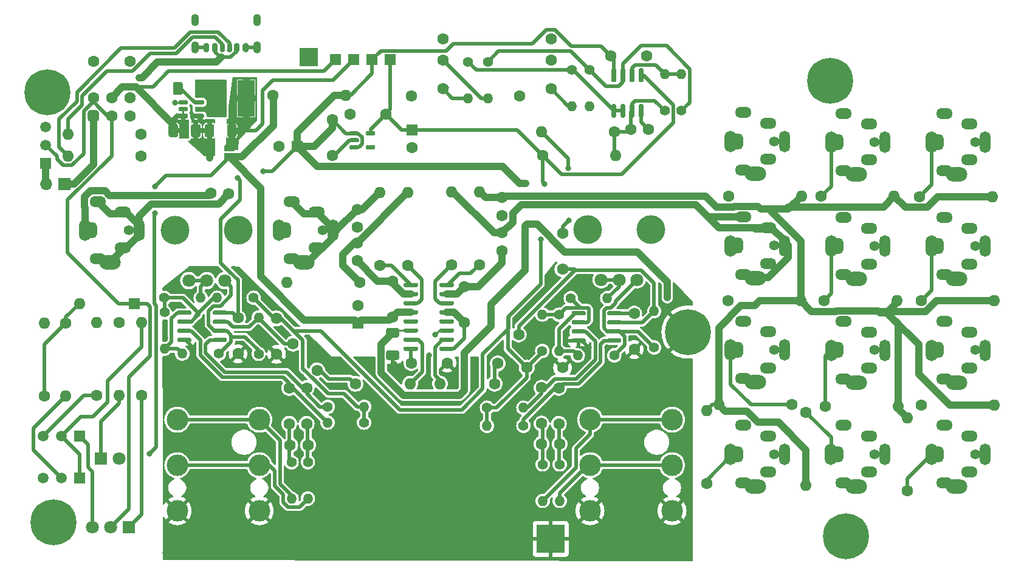
<source format=gtl>
G04 #@! TF.GenerationSoftware,KiCad,Pcbnew,8.0.6*
G04 #@! TF.CreationDate,2024-11-06T00:44:51+01:00*
G04 #@! TF.ProjectId,spider2,73706964-6572-4322-9e6b-696361645f70,rev?*
G04 #@! TF.SameCoordinates,Original*
G04 #@! TF.FileFunction,Copper,L1,Top*
G04 #@! TF.FilePolarity,Positive*
%FSLAX46Y46*%
G04 Gerber Fmt 4.6, Leading zero omitted, Abs format (unit mm)*
G04 Created by KiCad (PCBNEW 8.0.6) date 2024-11-06 00:44:51*
%MOMM*%
%LPD*%
G01*
G04 APERTURE LIST*
G04 #@! TA.AperFunction,ComponentPad*
%ADD10C,1.400000*%
G04 #@! TD*
G04 #@! TA.AperFunction,ComponentPad*
%ADD11O,1.400000X1.400000*%
G04 #@! TD*
G04 #@! TA.AperFunction,ComponentPad*
%ADD12C,1.600000*%
G04 #@! TD*
G04 #@! TA.AperFunction,ComponentPad*
%ADD13O,1.600000X1.600000*%
G04 #@! TD*
G04 #@! TA.AperFunction,ComponentPad*
%ADD14R,1.600000X1.600000*%
G04 #@! TD*
G04 #@! TA.AperFunction,ComponentPad*
%ADD15R,2.500000X2.500000*%
G04 #@! TD*
G04 #@! TA.AperFunction,ComponentPad*
%ADD16O,2.300000X1.500000*%
G04 #@! TD*
G04 #@! TA.AperFunction,ComponentPad*
%ADD17O,1.500000X3.000000*%
G04 #@! TD*
G04 #@! TA.AperFunction,ComponentPad*
%ADD18O,1.700000X3.000000*%
G04 #@! TD*
G04 #@! TA.AperFunction,ComponentPad*
%ADD19O,1.500000X2.300000*%
G04 #@! TD*
G04 #@! TA.AperFunction,ComponentPad*
%ADD20O,3.000000X2.000000*%
G04 #@! TD*
G04 #@! TA.AperFunction,ComponentPad*
%ADD21C,0.800000*%
G04 #@! TD*
G04 #@! TA.AperFunction,ComponentPad*
%ADD22C,6.400000*%
G04 #@! TD*
G04 #@! TA.AperFunction,ComponentPad*
%ADD23C,3.000000*%
G04 #@! TD*
G04 #@! TA.AperFunction,ComponentPad*
%ADD24O,1.100000X1.700000*%
G04 #@! TD*
G04 #@! TA.AperFunction,ComponentPad*
%ADD25R,1.500000X1.500000*%
G04 #@! TD*
G04 #@! TA.AperFunction,ComponentPad*
%ADD26C,1.500000*%
G04 #@! TD*
G04 #@! TA.AperFunction,WasherPad*
%ADD27C,4.000000*%
G04 #@! TD*
G04 #@! TA.AperFunction,ComponentPad*
%ADD28C,1.800000*%
G04 #@! TD*
G04 #@! TA.AperFunction,ComponentPad*
%ADD29R,1.700000X1.700000*%
G04 #@! TD*
G04 #@! TA.AperFunction,ComponentPad*
%ADD30O,1.700000X1.700000*%
G04 #@! TD*
G04 #@! TA.AperFunction,ComponentPad*
%ADD31R,1.800000X1.800000*%
G04 #@! TD*
G04 #@! TA.AperFunction,SMDPad,CuDef*
%ADD32R,2.350000X5.100000*%
G04 #@! TD*
G04 #@! TA.AperFunction,ComponentPad*
%ADD33R,4.000000X4.000000*%
G04 #@! TD*
G04 #@! TA.AperFunction,ViaPad*
%ADD34C,0.800000*%
G04 #@! TD*
G04 #@! TA.AperFunction,ViaPad*
%ADD35C,1.600000*%
G04 #@! TD*
G04 #@! TA.AperFunction,Conductor*
%ADD36C,0.500000*%
G04 #@! TD*
G04 #@! TA.AperFunction,Conductor*
%ADD37C,1.000000*%
G04 #@! TD*
G04 #@! TA.AperFunction,Conductor*
%ADD38C,0.250000*%
G04 #@! TD*
G04 APERTURE END LIST*
D10*
X225940000Y-73240000D03*
D11*
X225940000Y-68160000D03*
D12*
X147799400Y-33323400D03*
X152879400Y-33323400D03*
G04 #@! TA.AperFunction,ComponentPad*
G36*
G01*
X147399400Y-40143400D02*
X148199400Y-40143400D01*
G75*
G02*
X148599400Y-40543400I0J-400000D01*
G01*
X148599400Y-41343400D01*
G75*
G02*
X148199400Y-41743400I-400000J0D01*
G01*
X147399400Y-41743400D01*
G75*
G02*
X146999400Y-41343400I0J400000D01*
G01*
X146999400Y-40543400D01*
G75*
G02*
X147399400Y-40143400I400000J0D01*
G01*
G37*
G04 #@! TD.AperFunction*
X150339400Y-40943400D03*
X152879400Y-40943400D03*
X147799400Y-38403400D03*
X150339400Y-38403400D03*
X152879400Y-38403400D03*
X262920000Y-52200000D03*
D13*
X273080000Y-52200000D03*
D12*
X219851600Y-32588200D03*
X224851600Y-32588200D03*
D10*
X214330000Y-66370000D03*
D11*
X219410000Y-66370000D03*
D10*
X227431600Y-40233600D03*
D11*
X227431600Y-35153600D03*
D12*
X187750000Y-61800000D03*
D13*
X187750000Y-51640000D03*
D10*
X220370000Y-74340000D03*
D11*
X215290000Y-74340000D03*
D12*
X263120000Y-81300000D03*
D13*
X273280000Y-81300000D03*
D10*
X177690000Y-89220000D03*
D11*
X177690000Y-94300000D03*
D14*
X192230000Y-42900000D03*
D12*
X192230000Y-45400000D03*
X204750000Y-52350000D03*
X204750000Y-54850000D03*
X204750000Y-59750000D03*
X204750000Y-57250000D03*
D14*
X153475000Y-67125000D03*
D13*
X145855000Y-67125000D03*
D12*
X154460000Y-46600000D03*
D13*
X144300000Y-46600000D03*
D10*
X202800000Y-33400000D03*
D11*
X202800000Y-38480000D03*
D12*
X208175000Y-76050000D03*
X213175000Y-76050000D03*
D15*
X177800000Y-32775000D03*
D16*
X238349112Y-92100000D03*
X241849112Y-90600000D03*
D10*
X242649112Y-88100000D03*
D17*
X244078391Y-88126253D03*
D18*
X236578391Y-88126253D03*
D19*
X237549112Y-88100000D03*
D16*
X238349112Y-84100000D03*
D20*
X240078391Y-92626253D03*
D16*
X241849112Y-85600000D03*
D21*
X248019532Y-36102461D03*
X248722476Y-34405405D03*
X248722476Y-37799517D03*
X250419532Y-33702461D03*
D22*
X250419532Y-36102461D03*
D21*
X250419532Y-38502461D03*
X252116588Y-34405405D03*
X252116588Y-37799517D03*
X252819532Y-36102461D03*
D10*
X157720000Y-68350000D03*
D11*
X157720000Y-73430000D03*
D12*
X199500000Y-69750000D03*
X199500000Y-64750000D03*
D10*
X216890600Y-34518600D03*
D11*
X216890600Y-39598600D03*
D12*
X196550000Y-33200000D03*
X196550000Y-30200000D03*
X192150000Y-38200000D03*
X196550000Y-37200000D03*
X212660000Y-83873400D03*
X212660000Y-78873400D03*
X175620000Y-72700000D03*
X178965653Y-76415724D03*
X175225000Y-86850000D03*
X177725000Y-86850000D03*
X191620000Y-61810000D03*
D13*
X191620000Y-51650000D03*
D12*
X261200000Y-93230000D03*
D13*
X261200000Y-83070000D03*
D12*
X249610000Y-66720000D03*
D13*
X259770000Y-66720000D03*
D23*
X217000000Y-96000000D03*
X228430000Y-89650000D03*
X217000000Y-89650000D03*
X228430000Y-96000000D03*
X228430000Y-83300000D03*
X217000000Y-83300000D03*
D12*
X184900000Y-64150000D03*
D13*
X174740000Y-64150000D03*
D23*
X159500000Y-96000000D03*
X170930000Y-89650000D03*
X159500000Y-89650000D03*
X170930000Y-96000000D03*
X170930000Y-83300000D03*
X159500000Y-83300000D03*
D12*
X148300000Y-79925000D03*
D13*
X148300000Y-69765000D03*
D12*
X249745000Y-81400000D03*
D13*
X259905000Y-81400000D03*
D10*
X185520000Y-83700000D03*
D11*
X180440000Y-83700000D03*
G04 #@! TA.AperFunction,SMDPad,CuDef*
G36*
G01*
X158287636Y-43670000D02*
X158287636Y-42370000D01*
G75*
G02*
X158537636Y-42120000I250000J0D01*
G01*
X159362636Y-42120000D01*
G75*
G02*
X159612636Y-42370000I0J-250000D01*
G01*
X159612636Y-43670000D01*
G75*
G02*
X159362636Y-43920000I-250000J0D01*
G01*
X158537636Y-43920000D01*
G75*
G02*
X158287636Y-43670000I0J250000D01*
G01*
G37*
G04 #@! TD.AperFunction*
G04 #@! TA.AperFunction,SMDPad,CuDef*
G36*
G01*
X161412636Y-43670000D02*
X161412636Y-42370000D01*
G75*
G02*
X161662636Y-42120000I250000J0D01*
G01*
X162487636Y-42120000D01*
G75*
G02*
X162737636Y-42370000I0J-250000D01*
G01*
X162737636Y-43670000D01*
G75*
G02*
X162487636Y-43920000I-250000J0D01*
G01*
X161662636Y-43920000D01*
G75*
G02*
X161412636Y-43670000I0J250000D01*
G01*
G37*
G04 #@! TD.AperFunction*
D12*
X249220000Y-52150000D03*
D13*
X259380000Y-52150000D03*
G04 #@! TA.AperFunction,SMDPad,CuDef*
G36*
G01*
X167120000Y-31025000D02*
X167120000Y-31875000D01*
G75*
G02*
X166945000Y-32050000I-175000J0D01*
G01*
X166595000Y-32050000D01*
G75*
G02*
X166420000Y-31875000I0J175000D01*
G01*
X166420000Y-31025000D01*
G75*
G02*
X166595000Y-30850000I175000J0D01*
G01*
X166945000Y-30850000D01*
G75*
G02*
X167120000Y-31025000I0J-175000D01*
G01*
G37*
G04 #@! TD.AperFunction*
G04 #@! TA.AperFunction,SMDPad,CuDef*
G36*
G01*
X164370000Y-31860000D02*
X164370000Y-31040000D01*
G75*
G02*
X164560000Y-30850000I190000J0D01*
G01*
X164940000Y-30850000D01*
G75*
G02*
X165130000Y-31040000I0J-190000D01*
G01*
X165130000Y-31860000D01*
G75*
G02*
X164940000Y-32050000I-190000J0D01*
G01*
X164560000Y-32050000D01*
G75*
G02*
X164370000Y-31860000I0J190000D01*
G01*
G37*
G04 #@! TD.AperFunction*
G04 #@! TA.AperFunction,SMDPad,CuDef*
G36*
G01*
X163120000Y-31850000D02*
X163120000Y-31050000D01*
G75*
G02*
X163320000Y-30850000I200000J0D01*
G01*
X163720000Y-30850000D01*
G75*
G02*
X163920000Y-31050000I0J-200000D01*
G01*
X163920000Y-31850000D01*
G75*
G02*
X163720000Y-32050000I-200000J0D01*
G01*
X163320000Y-32050000D01*
G75*
G02*
X163120000Y-31850000I0J200000D01*
G01*
G37*
G04 #@! TD.AperFunction*
G04 #@! TA.AperFunction,SMDPad,CuDef*
G36*
G01*
X165420000Y-31875000D02*
X165420000Y-31025000D01*
G75*
G02*
X165595000Y-30850000I175000J0D01*
G01*
X165945000Y-30850000D01*
G75*
G02*
X166120000Y-31025000I0J-175000D01*
G01*
X166120000Y-31875000D01*
G75*
G02*
X165945000Y-32050000I-175000J0D01*
G01*
X165595000Y-32050000D01*
G75*
G02*
X165420000Y-31875000I0J175000D01*
G01*
G37*
G04 #@! TD.AperFunction*
G04 #@! TA.AperFunction,SMDPad,CuDef*
G36*
G01*
X168170000Y-31040000D02*
X168170000Y-31860000D01*
G75*
G02*
X167980000Y-32050000I-190000J0D01*
G01*
X167600000Y-32050000D01*
G75*
G02*
X167410000Y-31860000I0J190000D01*
G01*
X167410000Y-31040000D01*
G75*
G02*
X167600000Y-30850000I190000J0D01*
G01*
X167980000Y-30850000D01*
G75*
G02*
X168170000Y-31040000I0J-190000D01*
G01*
G37*
G04 #@! TD.AperFunction*
G04 #@! TA.AperFunction,SMDPad,CuDef*
G36*
G01*
X169420000Y-31050000D02*
X169420000Y-31850000D01*
G75*
G02*
X169220000Y-32050000I-200000J0D01*
G01*
X168820000Y-32050000D01*
G75*
G02*
X168620000Y-31850000I0J200000D01*
G01*
X168620000Y-31050000D01*
G75*
G02*
X168820000Y-30850000I200000J0D01*
G01*
X169220000Y-30850000D01*
G75*
G02*
X169420000Y-31050000I0J-200000D01*
G01*
G37*
G04 #@! TD.AperFunction*
D24*
X170590000Y-31370000D03*
X170590000Y-27570000D03*
X161950000Y-31370000D03*
X161950000Y-27570000D03*
D12*
X203708000Y-78282800D03*
D13*
X196088000Y-78282800D03*
D12*
X201600000Y-61700000D03*
D13*
X201600000Y-51540000D03*
D10*
X229743000Y-40233600D03*
D11*
X229743000Y-35153600D03*
D12*
X236195000Y-66725000D03*
D13*
X246355000Y-66725000D03*
D14*
X176192380Y-45200000D03*
D12*
X173692380Y-45200000D03*
X197100000Y-75400000D03*
X192100000Y-75400000D03*
X143980000Y-69810000D03*
D13*
X143980000Y-79970000D03*
D12*
X181080000Y-41470000D03*
X181080000Y-46470000D03*
X247100000Y-82250000D03*
D13*
X247100000Y-92410000D03*
D10*
X210350000Y-73715000D03*
D11*
X210350000Y-68635000D03*
D16*
X238350000Y-63033333D03*
X241850000Y-61533333D03*
D10*
X242650000Y-59033333D03*
D17*
X244079279Y-59059586D03*
D18*
X236579279Y-59059586D03*
D19*
X237550000Y-59033333D03*
D16*
X238350000Y-55033333D03*
D20*
X240079279Y-63559586D03*
D16*
X241850000Y-56533333D03*
G04 #@! TA.AperFunction,SMDPad,CuDef*
G36*
G01*
X214450000Y-68620000D02*
X214450000Y-68320000D01*
G75*
G02*
X214600000Y-68170000I150000J0D01*
G01*
X216250000Y-68170000D01*
G75*
G02*
X216400000Y-68320000I0J-150000D01*
G01*
X216400000Y-68620000D01*
G75*
G02*
X216250000Y-68770000I-150000J0D01*
G01*
X214600000Y-68770000D01*
G75*
G02*
X214450000Y-68620000I0J150000D01*
G01*
G37*
G04 #@! TD.AperFunction*
G04 #@! TA.AperFunction,SMDPad,CuDef*
G36*
G01*
X214450000Y-69890000D02*
X214450000Y-69590000D01*
G75*
G02*
X214600000Y-69440000I150000J0D01*
G01*
X216250000Y-69440000D01*
G75*
G02*
X216400000Y-69590000I0J-150000D01*
G01*
X216400000Y-69890000D01*
G75*
G02*
X216250000Y-70040000I-150000J0D01*
G01*
X214600000Y-70040000D01*
G75*
G02*
X214450000Y-69890000I0J150000D01*
G01*
G37*
G04 #@! TD.AperFunction*
G04 #@! TA.AperFunction,SMDPad,CuDef*
G36*
G01*
X214450000Y-71160000D02*
X214450000Y-70860000D01*
G75*
G02*
X214600000Y-70710000I150000J0D01*
G01*
X216250000Y-70710000D01*
G75*
G02*
X216400000Y-70860000I0J-150000D01*
G01*
X216400000Y-71160000D01*
G75*
G02*
X216250000Y-71310000I-150000J0D01*
G01*
X214600000Y-71310000D01*
G75*
G02*
X214450000Y-71160000I0J150000D01*
G01*
G37*
G04 #@! TD.AperFunction*
G04 #@! TA.AperFunction,SMDPad,CuDef*
G36*
G01*
X214450000Y-72430000D02*
X214450000Y-72130000D01*
G75*
G02*
X214600000Y-71980000I150000J0D01*
G01*
X216250000Y-71980000D01*
G75*
G02*
X216400000Y-72130000I0J-150000D01*
G01*
X216400000Y-72430000D01*
G75*
G02*
X216250000Y-72580000I-150000J0D01*
G01*
X214600000Y-72580000D01*
G75*
G02*
X214450000Y-72430000I0J150000D01*
G01*
G37*
G04 #@! TD.AperFunction*
G04 #@! TA.AperFunction,SMDPad,CuDef*
G36*
G01*
X219400000Y-72430000D02*
X219400000Y-72130000D01*
G75*
G02*
X219550000Y-71980000I150000J0D01*
G01*
X221200000Y-71980000D01*
G75*
G02*
X221350000Y-72130000I0J-150000D01*
G01*
X221350000Y-72430000D01*
G75*
G02*
X221200000Y-72580000I-150000J0D01*
G01*
X219550000Y-72580000D01*
G75*
G02*
X219400000Y-72430000I0J150000D01*
G01*
G37*
G04 #@! TD.AperFunction*
G04 #@! TA.AperFunction,SMDPad,CuDef*
G36*
G01*
X219400000Y-71160000D02*
X219400000Y-70860000D01*
G75*
G02*
X219550000Y-70710000I150000J0D01*
G01*
X221200000Y-70710000D01*
G75*
G02*
X221350000Y-70860000I0J-150000D01*
G01*
X221350000Y-71160000D01*
G75*
G02*
X221200000Y-71310000I-150000J0D01*
G01*
X219550000Y-71310000D01*
G75*
G02*
X219400000Y-71160000I0J150000D01*
G01*
G37*
G04 #@! TD.AperFunction*
G04 #@! TA.AperFunction,SMDPad,CuDef*
G36*
G01*
X219400000Y-69890000D02*
X219400000Y-69590000D01*
G75*
G02*
X219550000Y-69440000I150000J0D01*
G01*
X221200000Y-69440000D01*
G75*
G02*
X221350000Y-69590000I0J-150000D01*
G01*
X221350000Y-69890000D01*
G75*
G02*
X221200000Y-70040000I-150000J0D01*
G01*
X219550000Y-70040000D01*
G75*
G02*
X219400000Y-69890000I0J150000D01*
G01*
G37*
G04 #@! TD.AperFunction*
G04 #@! TA.AperFunction,SMDPad,CuDef*
G36*
G01*
X219400000Y-68620000D02*
X219400000Y-68320000D01*
G75*
G02*
X219550000Y-68170000I150000J0D01*
G01*
X221200000Y-68170000D01*
G75*
G02*
X221350000Y-68320000I0J-150000D01*
G01*
X221350000Y-68620000D01*
G75*
G02*
X221200000Y-68770000I-150000J0D01*
G01*
X219550000Y-68770000D01*
G75*
G02*
X219400000Y-68620000I0J150000D01*
G01*
G37*
G04 #@! TD.AperFunction*
D25*
X145860000Y-85630000D03*
D26*
X143320000Y-85630000D03*
X140780000Y-85630000D03*
D12*
X173325000Y-69175000D03*
X173325000Y-74175000D03*
X175100000Y-83875000D03*
X175100000Y-78875000D03*
X210388200Y-46456600D03*
D13*
X220548200Y-46456600D03*
D25*
X189176000Y-33075000D03*
D16*
X238350000Y-77566666D03*
X241850000Y-76066666D03*
D10*
X242650000Y-73566666D03*
D17*
X244079279Y-73592919D03*
D18*
X236579279Y-73592919D03*
D19*
X237550000Y-73566666D03*
D16*
X238350000Y-69566666D03*
D20*
X240079279Y-78092919D03*
D16*
X241850000Y-71066666D03*
X175424065Y-60868249D03*
X178924065Y-59368249D03*
D10*
X179724065Y-56868249D03*
D17*
X181153344Y-56894502D03*
D18*
X173653344Y-56894502D03*
D19*
X174624065Y-56868249D03*
D16*
X175424065Y-52868249D03*
D20*
X177153344Y-61394502D03*
D16*
X178924065Y-54368249D03*
D21*
X228260142Y-71088261D03*
X228963086Y-69391205D03*
X228963086Y-72785317D03*
X230660142Y-68688261D03*
D22*
X230660142Y-71088261D03*
D21*
X230660142Y-73488261D03*
X232357198Y-69391205D03*
X232357198Y-72785317D03*
X233060142Y-71088261D03*
D12*
X154460000Y-43540000D03*
D13*
X144300000Y-43540000D03*
G04 #@! TA.AperFunction,SMDPad,CuDef*
G36*
X166015000Y-45870000D02*
G01*
X166015000Y-45370000D01*
X166020089Y-45370000D01*
X166020089Y-45298843D01*
X166060184Y-45162292D01*
X166137125Y-45042570D01*
X166244680Y-44949373D01*
X166374134Y-44890254D01*
X166515000Y-44870000D01*
X167015000Y-44870000D01*
X167155866Y-44890254D01*
X167285320Y-44949373D01*
X167392875Y-45042570D01*
X167469816Y-45162292D01*
X167509911Y-45298843D01*
X167509911Y-45370000D01*
X167515000Y-45370000D01*
X167515000Y-45870000D01*
X166015000Y-45870000D01*
G37*
G04 #@! TD.AperFunction*
G04 #@! TA.AperFunction,SMDPad,CuDef*
G36*
X167509911Y-46670000D02*
G01*
X167509911Y-46741157D01*
X167469816Y-46877708D01*
X167392875Y-46997430D01*
X167285320Y-47090627D01*
X167155866Y-47149746D01*
X167015000Y-47170000D01*
X166515000Y-47170000D01*
X166374134Y-47149746D01*
X166244680Y-47090627D01*
X166137125Y-46997430D01*
X166060184Y-46877708D01*
X166020089Y-46741157D01*
X166020089Y-46670000D01*
X166015000Y-46670000D01*
X166015000Y-46170000D01*
X167515000Y-46170000D01*
X167515000Y-46670000D01*
X167509911Y-46670000D01*
G37*
G04 #@! TD.AperFunction*
D16*
X266350000Y-48600000D03*
X269850000Y-47100000D03*
D10*
X270650000Y-44600000D03*
D17*
X272079279Y-44626253D03*
D18*
X264579279Y-44626253D03*
D19*
X265550000Y-44600000D03*
D16*
X266350000Y-40600000D03*
D20*
X268079279Y-49126253D03*
D16*
X269850000Y-42100000D03*
D12*
X184550000Y-56500000D03*
X184550000Y-54000000D03*
D25*
X181571000Y-33075000D03*
D10*
X202635000Y-81625000D03*
D11*
X207715000Y-81625000D03*
D27*
X159200000Y-56900000D03*
X168000000Y-56900000D03*
D28*
X166100000Y-63900000D03*
X163600000Y-63900000D03*
X161100000Y-63900000D03*
D12*
X207060000Y-71420000D03*
X204121074Y-75465085D03*
X189500000Y-69000000D03*
X189500000Y-64000000D03*
D25*
X184111000Y-33075000D03*
D10*
X175420000Y-89230000D03*
D11*
X175420000Y-94310000D03*
D25*
X186651000Y-33075000D03*
D12*
X172780000Y-38050000D03*
D13*
X182940000Y-38050000D03*
D25*
X145860000Y-91470000D03*
D26*
X143320000Y-91470000D03*
X140780000Y-91470000D03*
D12*
X151400000Y-69775000D03*
D13*
X151400000Y-79935000D03*
D16*
X266350000Y-77600000D03*
X269850000Y-76100000D03*
D10*
X270650000Y-73600000D03*
D17*
X272079279Y-73626253D03*
D18*
X264579279Y-73626253D03*
D19*
X265550000Y-73600000D03*
D16*
X266350000Y-69600000D03*
D20*
X268079279Y-78126253D03*
D16*
X269850000Y-71100000D03*
D10*
X157675000Y-66325000D03*
D11*
X162754999Y-66325000D03*
D29*
X143750000Y-50450000D03*
D30*
X141210000Y-50450000D03*
D12*
X188530000Y-40680000D03*
X183530000Y-40680000D03*
D21*
X250250000Y-99550000D03*
X250952944Y-97852944D03*
X250952944Y-101247056D03*
X252650000Y-97150000D03*
D22*
X252650000Y-99550000D03*
D21*
X252650000Y-101950000D03*
X254347056Y-97852944D03*
X254347056Y-101247056D03*
X255050000Y-99550000D03*
D10*
X210400000Y-89535000D03*
D11*
X210400000Y-94615000D03*
G04 #@! TA.AperFunction,SMDPad,CuDef*
G36*
G01*
X183470000Y-43550000D02*
X183470000Y-43250000D01*
G75*
G02*
X183620000Y-43100000I150000J0D01*
G01*
X184645000Y-43100000D01*
G75*
G02*
X184795000Y-43250000I0J-150000D01*
G01*
X184795000Y-43550000D01*
G75*
G02*
X184645000Y-43700000I-150000J0D01*
G01*
X183620000Y-43700000D01*
G75*
G02*
X183470000Y-43550000I0J150000D01*
G01*
G37*
G04 #@! TD.AperFunction*
G04 #@! TA.AperFunction,SMDPad,CuDef*
G36*
G01*
X183470000Y-44500000D02*
X183470000Y-44200000D01*
G75*
G02*
X183620000Y-44050000I150000J0D01*
G01*
X184645000Y-44050000D01*
G75*
G02*
X184795000Y-44200000I0J-150000D01*
G01*
X184795000Y-44500000D01*
G75*
G02*
X184645000Y-44650000I-150000J0D01*
G01*
X183620000Y-44650000D01*
G75*
G02*
X183470000Y-44500000I0J150000D01*
G01*
G37*
G04 #@! TD.AperFunction*
G04 #@! TA.AperFunction,SMDPad,CuDef*
G36*
G01*
X183470000Y-45450000D02*
X183470000Y-45150000D01*
G75*
G02*
X183620000Y-45000000I150000J0D01*
G01*
X184645000Y-45000000D01*
G75*
G02*
X184795000Y-45150000I0J-150000D01*
G01*
X184795000Y-45450000D01*
G75*
G02*
X184645000Y-45600000I-150000J0D01*
G01*
X183620000Y-45600000D01*
G75*
G02*
X183470000Y-45450000I0J150000D01*
G01*
G37*
G04 #@! TD.AperFunction*
G04 #@! TA.AperFunction,SMDPad,CuDef*
G36*
G01*
X185745000Y-45450000D02*
X185745000Y-45150000D01*
G75*
G02*
X185895000Y-45000000I150000J0D01*
G01*
X186920000Y-45000000D01*
G75*
G02*
X187070000Y-45150000I0J-150000D01*
G01*
X187070000Y-45450000D01*
G75*
G02*
X186920000Y-45600000I-150000J0D01*
G01*
X185895000Y-45600000D01*
G75*
G02*
X185745000Y-45450000I0J150000D01*
G01*
G37*
G04 #@! TD.AperFunction*
G04 #@! TA.AperFunction,SMDPad,CuDef*
G36*
G01*
X185745000Y-43550000D02*
X185745000Y-43250000D01*
G75*
G02*
X185895000Y-43100000I150000J0D01*
G01*
X186920000Y-43100000D01*
G75*
G02*
X187070000Y-43250000I0J-150000D01*
G01*
X187070000Y-43550000D01*
G75*
G02*
X186920000Y-43700000I-150000J0D01*
G01*
X185895000Y-43700000D01*
G75*
G02*
X185745000Y-43550000I0J150000D01*
G01*
G37*
G04 #@! TD.AperFunction*
D12*
X236270000Y-52150000D03*
D13*
X246430000Y-52150000D03*
D10*
X214477600Y-34544000D03*
D11*
X214477600Y-39624000D03*
D12*
X211550000Y-33200000D03*
X211550000Y-30200000D03*
X207150000Y-38200000D03*
X211550000Y-37200000D03*
D16*
X266350000Y-63100000D03*
X269850000Y-61600000D03*
D10*
X270650000Y-59100000D03*
D17*
X272079279Y-59126253D03*
D18*
X264579279Y-59126253D03*
D19*
X265550000Y-59100000D03*
D16*
X266350000Y-55100000D03*
D20*
X268079279Y-63626253D03*
D16*
X269850000Y-56600000D03*
X238350000Y-48500000D03*
X241850000Y-47000000D03*
D10*
X242650000Y-44500000D03*
D17*
X244079279Y-44526253D03*
D18*
X236579279Y-44526253D03*
D19*
X237550000Y-44500000D03*
D16*
X238350000Y-40500000D03*
D20*
X240079279Y-49026253D03*
D16*
X241850000Y-42000000D03*
G04 #@! TA.AperFunction,SMDPad,CuDef*
G36*
G01*
X220458400Y-41219800D02*
X220158400Y-41219800D01*
G75*
G02*
X220008400Y-41069800I0J150000D01*
G01*
X220008400Y-39419800D01*
G75*
G02*
X220158400Y-39269800I150000J0D01*
G01*
X220458400Y-39269800D01*
G75*
G02*
X220608400Y-39419800I0J-150000D01*
G01*
X220608400Y-41069800D01*
G75*
G02*
X220458400Y-41219800I-150000J0D01*
G01*
G37*
G04 #@! TD.AperFunction*
G04 #@! TA.AperFunction,SMDPad,CuDef*
G36*
G01*
X221728400Y-41219800D02*
X221428400Y-41219800D01*
G75*
G02*
X221278400Y-41069800I0J150000D01*
G01*
X221278400Y-39419800D01*
G75*
G02*
X221428400Y-39269800I150000J0D01*
G01*
X221728400Y-39269800D01*
G75*
G02*
X221878400Y-39419800I0J-150000D01*
G01*
X221878400Y-41069800D01*
G75*
G02*
X221728400Y-41219800I-150000J0D01*
G01*
G37*
G04 #@! TD.AperFunction*
G04 #@! TA.AperFunction,SMDPad,CuDef*
G36*
G01*
X222998400Y-41219800D02*
X222698400Y-41219800D01*
G75*
G02*
X222548400Y-41069800I0J150000D01*
G01*
X222548400Y-39419800D01*
G75*
G02*
X222698400Y-39269800I150000J0D01*
G01*
X222998400Y-39269800D01*
G75*
G02*
X223148400Y-39419800I0J-150000D01*
G01*
X223148400Y-41069800D01*
G75*
G02*
X222998400Y-41219800I-150000J0D01*
G01*
G37*
G04 #@! TD.AperFunction*
G04 #@! TA.AperFunction,SMDPad,CuDef*
G36*
G01*
X224268400Y-41219800D02*
X223968400Y-41219800D01*
G75*
G02*
X223818400Y-41069800I0J150000D01*
G01*
X223818400Y-39419800D01*
G75*
G02*
X223968400Y-39269800I150000J0D01*
G01*
X224268400Y-39269800D01*
G75*
G02*
X224418400Y-39419800I0J-150000D01*
G01*
X224418400Y-41069800D01*
G75*
G02*
X224268400Y-41219800I-150000J0D01*
G01*
G37*
G04 #@! TD.AperFunction*
G04 #@! TA.AperFunction,SMDPad,CuDef*
G36*
G01*
X224268400Y-36269800D02*
X223968400Y-36269800D01*
G75*
G02*
X223818400Y-36119800I0J150000D01*
G01*
X223818400Y-34469800D01*
G75*
G02*
X223968400Y-34319800I150000J0D01*
G01*
X224268400Y-34319800D01*
G75*
G02*
X224418400Y-34469800I0J-150000D01*
G01*
X224418400Y-36119800D01*
G75*
G02*
X224268400Y-36269800I-150000J0D01*
G01*
G37*
G04 #@! TD.AperFunction*
G04 #@! TA.AperFunction,SMDPad,CuDef*
G36*
G01*
X222998400Y-36269800D02*
X222698400Y-36269800D01*
G75*
G02*
X222548400Y-36119800I0J150000D01*
G01*
X222548400Y-34469800D01*
G75*
G02*
X222698400Y-34319800I150000J0D01*
G01*
X222998400Y-34319800D01*
G75*
G02*
X223148400Y-34469800I0J-150000D01*
G01*
X223148400Y-36119800D01*
G75*
G02*
X222998400Y-36269800I-150000J0D01*
G01*
G37*
G04 #@! TD.AperFunction*
G04 #@! TA.AperFunction,SMDPad,CuDef*
G36*
G01*
X221728400Y-36269800D02*
X221428400Y-36269800D01*
G75*
G02*
X221278400Y-36119800I0J150000D01*
G01*
X221278400Y-34469800D01*
G75*
G02*
X221428400Y-34319800I150000J0D01*
G01*
X221728400Y-34319800D01*
G75*
G02*
X221878400Y-34469800I0J-150000D01*
G01*
X221878400Y-36119800D01*
G75*
G02*
X221728400Y-36269800I-150000J0D01*
G01*
G37*
G04 #@! TD.AperFunction*
G04 #@! TA.AperFunction,SMDPad,CuDef*
G36*
G01*
X220458400Y-36269800D02*
X220158400Y-36269800D01*
G75*
G02*
X220008400Y-36119800I0J150000D01*
G01*
X220008400Y-34469800D01*
G75*
G02*
X220158400Y-34319800I150000J0D01*
G01*
X220458400Y-34319800D01*
G75*
G02*
X220608400Y-34469800I0J-150000D01*
G01*
X220608400Y-36119800D01*
G75*
G02*
X220458400Y-36269800I-150000J0D01*
G01*
G37*
G04 #@! TD.AperFunction*
D12*
X263120000Y-66750000D03*
D13*
X273280000Y-66750000D03*
D12*
X233260000Y-92180000D03*
D13*
X233260000Y-82020000D03*
D16*
X252350000Y-63100000D03*
X255850000Y-61600000D03*
D10*
X256650000Y-59100000D03*
D17*
X258079279Y-59126253D03*
D18*
X250579279Y-59126253D03*
D19*
X251550000Y-59100000D03*
D16*
X252350000Y-55100000D03*
D20*
X254079279Y-63626253D03*
D16*
X255850000Y-56600000D03*
D10*
X170825000Y-74125000D03*
D11*
X170825000Y-69045000D03*
D16*
X252350000Y-77600000D03*
X255850000Y-76100000D03*
D10*
X256650000Y-73600000D03*
D17*
X258079279Y-73626253D03*
D18*
X250579279Y-73626253D03*
D19*
X251550000Y-73600000D03*
D16*
X252350000Y-69600000D03*
D20*
X254079279Y-78126253D03*
D16*
X255850000Y-71100000D03*
X252350000Y-48600000D03*
X255850000Y-47100000D03*
D10*
X256650000Y-44600000D03*
D17*
X258079279Y-44626253D03*
D18*
X250579279Y-44626253D03*
D19*
X251550000Y-44600000D03*
D16*
X252350000Y-40600000D03*
D20*
X254079279Y-49126253D03*
D16*
X255850000Y-42100000D03*
D10*
X212675000Y-68670000D03*
D11*
X212675000Y-73750000D03*
D10*
X170125000Y-66300000D03*
D11*
X165045000Y-66300000D03*
D12*
X225176400Y-42849800D03*
X222676400Y-42849800D03*
X184550000Y-58650000D03*
X184550000Y-61150000D03*
D16*
X148415198Y-60869712D03*
X151915198Y-59369712D03*
D10*
X152715198Y-56869712D03*
D17*
X154144477Y-56895965D03*
D18*
X146644477Y-56895965D03*
D19*
X147615198Y-56869712D03*
D16*
X148415198Y-52869712D03*
D20*
X150144477Y-61395965D03*
D16*
X151915198Y-54369712D03*
D12*
X167960000Y-74115000D03*
X167960000Y-69115000D03*
D10*
X165270000Y-74100000D03*
D11*
X160190000Y-74100000D03*
D16*
X252349112Y-92100000D03*
X255849112Y-90600000D03*
D10*
X256649112Y-88100000D03*
D17*
X258078391Y-88126253D03*
D18*
X250578391Y-88126253D03*
D19*
X251549112Y-88100000D03*
D16*
X252349112Y-84100000D03*
D20*
X254078391Y-92626253D03*
D16*
X255849112Y-85600000D03*
X266350000Y-92100000D03*
X269850000Y-90600000D03*
D10*
X270650000Y-88100000D03*
D17*
X272079279Y-88126253D03*
D18*
X264579279Y-88126253D03*
D19*
X265550000Y-88100000D03*
D16*
X266350000Y-84100000D03*
D20*
X268079279Y-92626253D03*
D16*
X269850000Y-85600000D03*
D12*
X177513000Y-83875000D03*
X177513000Y-78875000D03*
G04 #@! TA.AperFunction,SMDPad,CuDef*
G36*
G01*
X163365000Y-36470000D02*
X163365000Y-37770000D01*
G75*
G02*
X163115000Y-38020000I-250000J0D01*
G01*
X162290000Y-38020000D01*
G75*
G02*
X162040000Y-37770000I0J250000D01*
G01*
X162040000Y-36470000D01*
G75*
G02*
X162290000Y-36220000I250000J0D01*
G01*
X163115000Y-36220000D01*
G75*
G02*
X163365000Y-36470000I0J-250000D01*
G01*
G37*
G04 #@! TD.AperFunction*
G04 #@! TA.AperFunction,SMDPad,CuDef*
G36*
G01*
X160240000Y-36470000D02*
X160240000Y-37770000D01*
G75*
G02*
X159990000Y-38020000I-250000J0D01*
G01*
X159165000Y-38020000D01*
G75*
G02*
X158915000Y-37770000I0J250000D01*
G01*
X158915000Y-36470000D01*
G75*
G02*
X159165000Y-36220000I250000J0D01*
G01*
X159990000Y-36220000D01*
G75*
G02*
X160240000Y-36470000I0J-250000D01*
G01*
G37*
G04 #@! TD.AperFunction*
X154500000Y-79925000D03*
D13*
X154500000Y-69765000D03*
D12*
X184300000Y-78300000D03*
D13*
X191920000Y-78300000D03*
G04 #@! TA.AperFunction,SMDPad,CuDef*
G36*
G01*
X163315000Y-43670778D02*
X163315000Y-42370778D01*
G75*
G02*
X163565000Y-42120778I250000J0D01*
G01*
X164390000Y-42120778D01*
G75*
G02*
X164640000Y-42370778I0J-250000D01*
G01*
X164640000Y-43670778D01*
G75*
G02*
X164390000Y-43920778I-250000J0D01*
G01*
X163565000Y-43920778D01*
G75*
G02*
X163315000Y-43670778I0J250000D01*
G01*
G37*
G04 #@! TD.AperFunction*
G04 #@! TA.AperFunction,SMDPad,CuDef*
G36*
G01*
X166440000Y-43670778D02*
X166440000Y-42370778D01*
G75*
G02*
X166690000Y-42120778I250000J0D01*
G01*
X167515000Y-42120778D01*
G75*
G02*
X167765000Y-42370778I0J-250000D01*
G01*
X167765000Y-43670778D01*
G75*
G02*
X167515000Y-43920778I-250000J0D01*
G01*
X166690000Y-43920778D01*
G75*
G02*
X166440000Y-43670778I0J250000D01*
G01*
G37*
G04 #@! TD.AperFunction*
D31*
X148875000Y-88725000D03*
D28*
X151415000Y-88725000D03*
D10*
X200000000Y-33400000D03*
D11*
X200000000Y-38480000D03*
G04 #@! TA.AperFunction,SMDPad,CuDef*
G36*
G01*
X191050000Y-64670000D02*
X191050000Y-64370000D01*
G75*
G02*
X191200000Y-64220000I150000J0D01*
G01*
X192900000Y-64220000D01*
G75*
G02*
X193050000Y-64370000I0J-150000D01*
G01*
X193050000Y-64670000D01*
G75*
G02*
X192900000Y-64820000I-150000J0D01*
G01*
X191200000Y-64820000D01*
G75*
G02*
X191050000Y-64670000I0J150000D01*
G01*
G37*
G04 #@! TD.AperFunction*
G04 #@! TA.AperFunction,SMDPad,CuDef*
G36*
G01*
X191050000Y-65940000D02*
X191050000Y-65640000D01*
G75*
G02*
X191200000Y-65490000I150000J0D01*
G01*
X192900000Y-65490000D01*
G75*
G02*
X193050000Y-65640000I0J-150000D01*
G01*
X193050000Y-65940000D01*
G75*
G02*
X192900000Y-66090000I-150000J0D01*
G01*
X191200000Y-66090000D01*
G75*
G02*
X191050000Y-65940000I0J150000D01*
G01*
G37*
G04 #@! TD.AperFunction*
G04 #@! TA.AperFunction,SMDPad,CuDef*
G36*
G01*
X191050000Y-67210000D02*
X191050000Y-66910000D01*
G75*
G02*
X191200000Y-66760000I150000J0D01*
G01*
X192900000Y-66760000D01*
G75*
G02*
X193050000Y-66910000I0J-150000D01*
G01*
X193050000Y-67210000D01*
G75*
G02*
X192900000Y-67360000I-150000J0D01*
G01*
X191200000Y-67360000D01*
G75*
G02*
X191050000Y-67210000I0J150000D01*
G01*
G37*
G04 #@! TD.AperFunction*
G04 #@! TA.AperFunction,SMDPad,CuDef*
G36*
G01*
X191050000Y-68480000D02*
X191050000Y-68180000D01*
G75*
G02*
X191200000Y-68030000I150000J0D01*
G01*
X192900000Y-68030000D01*
G75*
G02*
X193050000Y-68180000I0J-150000D01*
G01*
X193050000Y-68480000D01*
G75*
G02*
X192900000Y-68630000I-150000J0D01*
G01*
X191200000Y-68630000D01*
G75*
G02*
X191050000Y-68480000I0J150000D01*
G01*
G37*
G04 #@! TD.AperFunction*
G04 #@! TA.AperFunction,SMDPad,CuDef*
G36*
G01*
X191050000Y-69750000D02*
X191050000Y-69450000D01*
G75*
G02*
X191200000Y-69300000I150000J0D01*
G01*
X192900000Y-69300000D01*
G75*
G02*
X193050000Y-69450000I0J-150000D01*
G01*
X193050000Y-69750000D01*
G75*
G02*
X192900000Y-69900000I-150000J0D01*
G01*
X191200000Y-69900000D01*
G75*
G02*
X191050000Y-69750000I0J150000D01*
G01*
G37*
G04 #@! TD.AperFunction*
G04 #@! TA.AperFunction,SMDPad,CuDef*
G36*
G01*
X191050000Y-71020000D02*
X191050000Y-70720000D01*
G75*
G02*
X191200000Y-70570000I150000J0D01*
G01*
X192900000Y-70570000D01*
G75*
G02*
X193050000Y-70720000I0J-150000D01*
G01*
X193050000Y-71020000D01*
G75*
G02*
X192900000Y-71170000I-150000J0D01*
G01*
X191200000Y-71170000D01*
G75*
G02*
X191050000Y-71020000I0J150000D01*
G01*
G37*
G04 #@! TD.AperFunction*
G04 #@! TA.AperFunction,SMDPad,CuDef*
G36*
G01*
X191050000Y-72290000D02*
X191050000Y-71990000D01*
G75*
G02*
X191200000Y-71840000I150000J0D01*
G01*
X192900000Y-71840000D01*
G75*
G02*
X193050000Y-71990000I0J-150000D01*
G01*
X193050000Y-72290000D01*
G75*
G02*
X192900000Y-72440000I-150000J0D01*
G01*
X191200000Y-72440000D01*
G75*
G02*
X191050000Y-72290000I0J150000D01*
G01*
G37*
G04 #@! TD.AperFunction*
G04 #@! TA.AperFunction,SMDPad,CuDef*
G36*
G01*
X191050000Y-73560000D02*
X191050000Y-73260000D01*
G75*
G02*
X191200000Y-73110000I150000J0D01*
G01*
X192900000Y-73110000D01*
G75*
G02*
X193050000Y-73260000I0J-150000D01*
G01*
X193050000Y-73560000D01*
G75*
G02*
X192900000Y-73710000I-150000J0D01*
G01*
X191200000Y-73710000D01*
G75*
G02*
X191050000Y-73560000I0J150000D01*
G01*
G37*
G04 #@! TD.AperFunction*
G04 #@! TA.AperFunction,SMDPad,CuDef*
G36*
G01*
X196050000Y-73560000D02*
X196050000Y-73260000D01*
G75*
G02*
X196200000Y-73110000I150000J0D01*
G01*
X197900000Y-73110000D01*
G75*
G02*
X198050000Y-73260000I0J-150000D01*
G01*
X198050000Y-73560000D01*
G75*
G02*
X197900000Y-73710000I-150000J0D01*
G01*
X196200000Y-73710000D01*
G75*
G02*
X196050000Y-73560000I0J150000D01*
G01*
G37*
G04 #@! TD.AperFunction*
G04 #@! TA.AperFunction,SMDPad,CuDef*
G36*
G01*
X196050000Y-72290000D02*
X196050000Y-71990000D01*
G75*
G02*
X196200000Y-71840000I150000J0D01*
G01*
X197900000Y-71840000D01*
G75*
G02*
X198050000Y-71990000I0J-150000D01*
G01*
X198050000Y-72290000D01*
G75*
G02*
X197900000Y-72440000I-150000J0D01*
G01*
X196200000Y-72440000D01*
G75*
G02*
X196050000Y-72290000I0J150000D01*
G01*
G37*
G04 #@! TD.AperFunction*
G04 #@! TA.AperFunction,SMDPad,CuDef*
G36*
G01*
X196050000Y-71020000D02*
X196050000Y-70720000D01*
G75*
G02*
X196200000Y-70570000I150000J0D01*
G01*
X197900000Y-70570000D01*
G75*
G02*
X198050000Y-70720000I0J-150000D01*
G01*
X198050000Y-71020000D01*
G75*
G02*
X197900000Y-71170000I-150000J0D01*
G01*
X196200000Y-71170000D01*
G75*
G02*
X196050000Y-71020000I0J150000D01*
G01*
G37*
G04 #@! TD.AperFunction*
G04 #@! TA.AperFunction,SMDPad,CuDef*
G36*
G01*
X196050000Y-69750000D02*
X196050000Y-69450000D01*
G75*
G02*
X196200000Y-69300000I150000J0D01*
G01*
X197900000Y-69300000D01*
G75*
G02*
X198050000Y-69450000I0J-150000D01*
G01*
X198050000Y-69750000D01*
G75*
G02*
X197900000Y-69900000I-150000J0D01*
G01*
X196200000Y-69900000D01*
G75*
G02*
X196050000Y-69750000I0J150000D01*
G01*
G37*
G04 #@! TD.AperFunction*
G04 #@! TA.AperFunction,SMDPad,CuDef*
G36*
G01*
X196050000Y-68480000D02*
X196050000Y-68180000D01*
G75*
G02*
X196200000Y-68030000I150000J0D01*
G01*
X197900000Y-68030000D01*
G75*
G02*
X198050000Y-68180000I0J-150000D01*
G01*
X198050000Y-68480000D01*
G75*
G02*
X197900000Y-68630000I-150000J0D01*
G01*
X196200000Y-68630000D01*
G75*
G02*
X196050000Y-68480000I0J150000D01*
G01*
G37*
G04 #@! TD.AperFunction*
G04 #@! TA.AperFunction,SMDPad,CuDef*
G36*
G01*
X196050000Y-67210000D02*
X196050000Y-66910000D01*
G75*
G02*
X196200000Y-66760000I150000J0D01*
G01*
X197900000Y-66760000D01*
G75*
G02*
X198050000Y-66910000I0J-150000D01*
G01*
X198050000Y-67210000D01*
G75*
G02*
X197900000Y-67360000I-150000J0D01*
G01*
X196200000Y-67360000D01*
G75*
G02*
X196050000Y-67210000I0J150000D01*
G01*
G37*
G04 #@! TD.AperFunction*
G04 #@! TA.AperFunction,SMDPad,CuDef*
G36*
G01*
X196050000Y-65940000D02*
X196050000Y-65640000D01*
G75*
G02*
X196200000Y-65490000I150000J0D01*
G01*
X197900000Y-65490000D01*
G75*
G02*
X198050000Y-65640000I0J-150000D01*
G01*
X198050000Y-65940000D01*
G75*
G02*
X197900000Y-66090000I-150000J0D01*
G01*
X196200000Y-66090000D01*
G75*
G02*
X196050000Y-65940000I0J150000D01*
G01*
G37*
G04 #@! TD.AperFunction*
G04 #@! TA.AperFunction,SMDPad,CuDef*
G36*
G01*
X196050000Y-64670000D02*
X196050000Y-64370000D01*
G75*
G02*
X196200000Y-64220000I150000J0D01*
G01*
X197900000Y-64220000D01*
G75*
G02*
X198050000Y-64370000I0J-150000D01*
G01*
X198050000Y-64670000D01*
G75*
G02*
X197900000Y-64820000I-150000J0D01*
G01*
X196200000Y-64820000D01*
G75*
G02*
X196050000Y-64670000I0J150000D01*
G01*
G37*
G04 #@! TD.AperFunction*
D10*
X207715000Y-84150000D03*
D11*
X202635000Y-84150000D03*
D12*
X220395800Y-43180000D03*
D13*
X210235800Y-43180000D03*
D12*
X210250000Y-83850000D03*
X210250000Y-78850000D03*
D27*
X216650000Y-56800000D03*
X225450000Y-56800000D03*
D28*
X223550000Y-63800000D03*
X221050000Y-63800000D03*
X218550000Y-63800000D03*
D12*
X197735200Y-61700000D03*
D13*
X197735200Y-51540000D03*
D10*
X212775000Y-89535000D03*
D11*
X212775000Y-94615000D03*
D12*
X213156800Y-57317000D03*
X213156800Y-62317000D03*
G04 #@! TA.AperFunction,SMDPad,CuDef*
G36*
G01*
X159660100Y-39220000D02*
X159660100Y-38920000D01*
G75*
G02*
X159810100Y-38770000I150000J0D01*
G01*
X160835100Y-38770000D01*
G75*
G02*
X160985100Y-38920000I0J-150000D01*
G01*
X160985100Y-39220000D01*
G75*
G02*
X160835100Y-39370000I-150000J0D01*
G01*
X159810100Y-39370000D01*
G75*
G02*
X159660100Y-39220000I0J150000D01*
G01*
G37*
G04 #@! TD.AperFunction*
G04 #@! TA.AperFunction,SMDPad,CuDef*
G36*
G01*
X159660100Y-40170000D02*
X159660100Y-39870000D01*
G75*
G02*
X159810100Y-39720000I150000J0D01*
G01*
X160835100Y-39720000D01*
G75*
G02*
X160985100Y-39870000I0J-150000D01*
G01*
X160985100Y-40170000D01*
G75*
G02*
X160835100Y-40320000I-150000J0D01*
G01*
X159810100Y-40320000D01*
G75*
G02*
X159660100Y-40170000I0J150000D01*
G01*
G37*
G04 #@! TD.AperFunction*
G04 #@! TA.AperFunction,SMDPad,CuDef*
G36*
G01*
X159660100Y-41120000D02*
X159660100Y-40820000D01*
G75*
G02*
X159810100Y-40670000I150000J0D01*
G01*
X160835100Y-40670000D01*
G75*
G02*
X160985100Y-40820000I0J-150000D01*
G01*
X160985100Y-41120000D01*
G75*
G02*
X160835100Y-41270000I-150000J0D01*
G01*
X159810100Y-41270000D01*
G75*
G02*
X159660100Y-41120000I0J150000D01*
G01*
G37*
G04 #@! TD.AperFunction*
G04 #@! TA.AperFunction,SMDPad,CuDef*
G36*
G01*
X161935100Y-41120000D02*
X161935100Y-40820000D01*
G75*
G02*
X162085100Y-40670000I150000J0D01*
G01*
X163110100Y-40670000D01*
G75*
G02*
X163260100Y-40820000I0J-150000D01*
G01*
X163260100Y-41120000D01*
G75*
G02*
X163110100Y-41270000I-150000J0D01*
G01*
X162085100Y-41270000D01*
G75*
G02*
X161935100Y-41120000I0J150000D01*
G01*
G37*
G04 #@! TD.AperFunction*
G04 #@! TA.AperFunction,SMDPad,CuDef*
G36*
G01*
X161935100Y-40170000D02*
X161935100Y-39870000D01*
G75*
G02*
X162085100Y-39720000I150000J0D01*
G01*
X163110100Y-39720000D01*
G75*
G02*
X163260100Y-39870000I0J-150000D01*
G01*
X163260100Y-40170000D01*
G75*
G02*
X163110100Y-40320000I-150000J0D01*
G01*
X162085100Y-40320000D01*
G75*
G02*
X161935100Y-40170000I0J150000D01*
G01*
G37*
G04 #@! TD.AperFunction*
G04 #@! TA.AperFunction,SMDPad,CuDef*
G36*
G01*
X161935100Y-39220000D02*
X161935100Y-38920000D01*
G75*
G02*
X162085100Y-38770000I150000J0D01*
G01*
X163110100Y-38770000D01*
G75*
G02*
X163260100Y-38920000I0J-150000D01*
G01*
X163260100Y-39220000D01*
G75*
G02*
X163110100Y-39370000I-150000J0D01*
G01*
X162085100Y-39370000D01*
G75*
G02*
X161935100Y-39220000I0J150000D01*
G01*
G37*
G04 #@! TD.AperFunction*
X245080000Y-81225000D03*
D13*
X234920000Y-81225000D03*
D32*
X164965000Y-38520000D03*
X169115000Y-38520000D03*
D31*
X152742934Y-98294059D03*
D28*
X150202934Y-98294059D03*
X147662934Y-98294059D03*
D10*
X180460000Y-81500000D03*
D11*
X185540000Y-81500000D03*
D21*
X139840000Y-97590000D03*
X140542944Y-95892944D03*
X140542944Y-99287056D03*
X142240000Y-95190000D03*
D22*
X142240000Y-97590000D03*
D21*
X142240000Y-99990000D03*
X143937056Y-95892944D03*
X143937056Y-99287056D03*
X144640000Y-97590000D03*
D12*
X140970000Y-79980000D03*
D13*
X140970000Y-69820000D03*
D12*
X223160000Y-73520000D03*
X223160000Y-68520000D03*
X210250000Y-86675000D03*
X212750000Y-86675000D03*
D14*
X184650000Y-69850000D03*
D12*
X184650000Y-67350000D03*
D21*
X138994600Y-37691600D03*
X139697544Y-35994544D03*
X139697544Y-39388656D03*
X141394600Y-35291600D03*
D22*
X141394600Y-37691600D03*
D21*
X141394600Y-40091600D03*
X143091656Y-35994544D03*
X143091656Y-39388656D03*
X143794600Y-37691600D03*
G04 #@! TA.AperFunction,SMDPad,CuDef*
G36*
G01*
X159510000Y-68535000D02*
X159510000Y-68235000D01*
G75*
G02*
X159660000Y-68085000I150000J0D01*
G01*
X161310000Y-68085000D01*
G75*
G02*
X161460000Y-68235000I0J-150000D01*
G01*
X161460000Y-68535000D01*
G75*
G02*
X161310000Y-68685000I-150000J0D01*
G01*
X159660000Y-68685000D01*
G75*
G02*
X159510000Y-68535000I0J150000D01*
G01*
G37*
G04 #@! TD.AperFunction*
G04 #@! TA.AperFunction,SMDPad,CuDef*
G36*
G01*
X159510000Y-69805000D02*
X159510000Y-69505000D01*
G75*
G02*
X159660000Y-69355000I150000J0D01*
G01*
X161310000Y-69355000D01*
G75*
G02*
X161460000Y-69505000I0J-150000D01*
G01*
X161460000Y-69805000D01*
G75*
G02*
X161310000Y-69955000I-150000J0D01*
G01*
X159660000Y-69955000D01*
G75*
G02*
X159510000Y-69805000I0J150000D01*
G01*
G37*
G04 #@! TD.AperFunction*
G04 #@! TA.AperFunction,SMDPad,CuDef*
G36*
G01*
X159510000Y-71075000D02*
X159510000Y-70775000D01*
G75*
G02*
X159660000Y-70625000I150000J0D01*
G01*
X161310000Y-70625000D01*
G75*
G02*
X161460000Y-70775000I0J-150000D01*
G01*
X161460000Y-71075000D01*
G75*
G02*
X161310000Y-71225000I-150000J0D01*
G01*
X159660000Y-71225000D01*
G75*
G02*
X159510000Y-71075000I0J150000D01*
G01*
G37*
G04 #@! TD.AperFunction*
G04 #@! TA.AperFunction,SMDPad,CuDef*
G36*
G01*
X159510000Y-72345000D02*
X159510000Y-72045000D01*
G75*
G02*
X159660000Y-71895000I150000J0D01*
G01*
X161310000Y-71895000D01*
G75*
G02*
X161460000Y-72045000I0J-150000D01*
G01*
X161460000Y-72345000D01*
G75*
G02*
X161310000Y-72495000I-150000J0D01*
G01*
X159660000Y-72495000D01*
G75*
G02*
X159510000Y-72345000I0J150000D01*
G01*
G37*
G04 #@! TD.AperFunction*
G04 #@! TA.AperFunction,SMDPad,CuDef*
G36*
G01*
X164460000Y-72345000D02*
X164460000Y-72045000D01*
G75*
G02*
X164610000Y-71895000I150000J0D01*
G01*
X166260000Y-71895000D01*
G75*
G02*
X166410000Y-72045000I0J-150000D01*
G01*
X166410000Y-72345000D01*
G75*
G02*
X166260000Y-72495000I-150000J0D01*
G01*
X164610000Y-72495000D01*
G75*
G02*
X164460000Y-72345000I0J150000D01*
G01*
G37*
G04 #@! TD.AperFunction*
G04 #@! TA.AperFunction,SMDPad,CuDef*
G36*
G01*
X164460000Y-71075000D02*
X164460000Y-70775000D01*
G75*
G02*
X164610000Y-70625000I150000J0D01*
G01*
X166260000Y-70625000D01*
G75*
G02*
X166410000Y-70775000I0J-150000D01*
G01*
X166410000Y-71075000D01*
G75*
G02*
X166260000Y-71225000I-150000J0D01*
G01*
X164610000Y-71225000D01*
G75*
G02*
X164460000Y-71075000I0J150000D01*
G01*
G37*
G04 #@! TD.AperFunction*
G04 #@! TA.AperFunction,SMDPad,CuDef*
G36*
G01*
X164460000Y-69805000D02*
X164460000Y-69505000D01*
G75*
G02*
X164610000Y-69355000I150000J0D01*
G01*
X166260000Y-69355000D01*
G75*
G02*
X166410000Y-69505000I0J-150000D01*
G01*
X166410000Y-69805000D01*
G75*
G02*
X166260000Y-69955000I-150000J0D01*
G01*
X164610000Y-69955000D01*
G75*
G02*
X164460000Y-69805000I0J150000D01*
G01*
G37*
G04 #@! TD.AperFunction*
G04 #@! TA.AperFunction,SMDPad,CuDef*
G36*
G01*
X164460000Y-68535000D02*
X164460000Y-68235000D01*
G75*
G02*
X164610000Y-68085000I150000J0D01*
G01*
X166260000Y-68085000D01*
G75*
G02*
X166410000Y-68235000I0J-150000D01*
G01*
X166410000Y-68535000D01*
G75*
G02*
X166260000Y-68685000I-150000J0D01*
G01*
X164610000Y-68685000D01*
G75*
G02*
X164460000Y-68535000I0J150000D01*
G01*
G37*
G04 #@! TD.AperFunction*
G04 #@! TA.AperFunction,SMDPad,CuDef*
G36*
G01*
X188850000Y-70525000D02*
X190150000Y-70525000D01*
G75*
G02*
X190400000Y-70775000I0J-250000D01*
G01*
X190400000Y-71600000D01*
G75*
G02*
X190150000Y-71850000I-250000J0D01*
G01*
X188850000Y-71850000D01*
G75*
G02*
X188600000Y-71600000I0J250000D01*
G01*
X188600000Y-70775000D01*
G75*
G02*
X188850000Y-70525000I250000J0D01*
G01*
G37*
G04 #@! TD.AperFunction*
G04 #@! TA.AperFunction,SMDPad,CuDef*
G36*
G01*
X188850000Y-73650000D02*
X190150000Y-73650000D01*
G75*
G02*
X190400000Y-73900000I0J-250000D01*
G01*
X190400000Y-74725000D01*
G75*
G02*
X190150000Y-74975000I-250000J0D01*
G01*
X188850000Y-74975000D01*
G75*
G02*
X188600000Y-74725000I0J250000D01*
G01*
X188600000Y-73900000D01*
G75*
G02*
X188850000Y-73650000I250000J0D01*
G01*
G37*
G04 #@! TD.AperFunction*
D25*
X141180000Y-47550000D03*
D26*
X141180000Y-45010000D03*
X141180000Y-42470000D03*
D33*
X211531200Y-99923600D03*
D34*
X219350000Y-73200000D03*
X162940000Y-41720000D03*
X158400000Y-64975000D03*
X218425000Y-71425000D03*
X163075000Y-71075000D03*
X211525000Y-62975000D03*
X229400000Y-86400000D03*
X168625000Y-91375000D03*
X200870000Y-75270000D03*
X176800000Y-77310000D03*
X162940000Y-45370000D03*
X216800000Y-73225000D03*
X158875000Y-67675000D03*
X158025000Y-75000000D03*
X194280000Y-78420000D03*
X169475000Y-67800000D03*
X189750000Y-75500000D03*
X204500000Y-73275000D03*
X211600000Y-69925000D03*
X157825000Y-71900000D03*
X194560000Y-74360000D03*
X172825000Y-67425000D03*
X215475000Y-63450000D03*
X224825000Y-65000000D03*
X208250000Y-74050000D03*
X195420000Y-71440000D03*
X167800000Y-62425000D03*
X161740000Y-44720000D03*
X164800000Y-64925000D03*
X211450000Y-67450000D03*
X229575000Y-66125000D03*
X163990000Y-46820000D03*
X162940000Y-44320000D03*
X206350000Y-77425000D03*
X164900000Y-62600000D03*
X173625000Y-84675000D03*
X174450000Y-71250000D03*
X186110000Y-75150000D03*
X221500000Y-67300000D03*
X229700000Y-101100000D03*
X161600000Y-65525000D03*
X161750000Y-73275000D03*
X172350000Y-87750000D03*
X211225000Y-82450000D03*
X216925000Y-87450000D03*
X157840000Y-101860000D03*
X224850000Y-70550000D03*
X169900000Y-71250000D03*
X178075000Y-72600000D03*
X210642200Y-50444400D03*
X210131082Y-58169118D03*
D35*
X166650305Y-51849695D03*
X164200000Y-51719712D03*
D34*
X156370000Y-54550000D03*
X156420000Y-50770000D03*
X155640000Y-88080000D03*
X208020000Y-50380000D03*
X227761800Y-66294000D03*
X171440000Y-48670000D03*
X167870000Y-49590000D03*
X208178400Y-56083200D03*
X154325000Y-35600000D03*
X214020000Y-55520000D03*
X213969600Y-48222800D03*
X168478200Y-43002200D03*
X159190000Y-39070000D03*
D36*
X203708000Y-78282800D02*
X203708000Y-75392000D01*
X203708000Y-75392000D02*
X203982233Y-75117767D01*
D37*
X233400000Y-55000000D02*
X233433333Y-55033333D01*
X240100000Y-63533333D02*
X241791667Y-63533333D01*
X206250000Y-55750000D02*
X206250000Y-54506400D01*
X244633219Y-60691781D02*
X244633219Y-59036279D01*
X244079279Y-58362612D02*
X244079279Y-59059586D01*
X231750000Y-53350000D02*
X233400000Y-55000000D01*
X238950000Y-56559586D02*
X239879279Y-56559586D01*
X239879279Y-56559586D02*
X240079279Y-56759586D01*
X241850000Y-61788865D02*
X241850000Y-61533333D01*
X204750000Y-57250000D02*
X206250000Y-55750000D01*
X241850000Y-56533333D02*
X238976253Y-56533333D01*
X234959586Y-56559586D02*
X238950000Y-56559586D01*
X233400000Y-55000000D02*
X234959586Y-56559586D01*
X241850000Y-56533333D02*
X242250000Y-56533333D01*
X197880000Y-51540000D02*
X197735200Y-51540000D01*
X241623747Y-56759586D02*
X241850000Y-56533333D01*
X233433333Y-55033333D02*
X238350000Y-55033333D01*
X206250000Y-54506400D02*
X207406400Y-53350000D01*
X240079279Y-56759586D02*
X241623747Y-56759586D01*
X204750000Y-57250000D02*
X203590000Y-57250000D01*
X241791667Y-63533333D02*
X244633219Y-60691781D01*
X242250000Y-56533333D02*
X244079279Y-58362612D01*
X238976253Y-56533333D02*
X238950000Y-56559586D01*
X203590000Y-57250000D02*
X197880000Y-51540000D01*
X207406400Y-53350000D02*
X231750000Y-53350000D01*
D36*
X217000000Y-89650000D02*
X228430000Y-89650000D01*
X212775000Y-94615000D02*
X212775000Y-93575000D01*
X212775000Y-93575000D02*
X216700000Y-89650000D01*
X216700000Y-89650000D02*
X217000000Y-89650000D01*
D37*
X201430000Y-64750000D02*
X199500000Y-64750000D01*
D36*
X215425000Y-72280000D02*
X215855000Y-72280000D01*
D37*
X192050000Y-65790000D02*
X191050001Y-65790000D01*
X191050001Y-65790000D02*
X189500000Y-64239999D01*
X189500000Y-64239999D02*
X189500000Y-64000000D01*
X199500000Y-64750000D02*
X198460000Y-65790000D01*
X187400000Y-64000000D02*
X184550000Y-61150000D01*
D38*
X189500000Y-74312500D02*
X189500000Y-75250000D01*
D36*
X184132500Y-44350000D02*
X183470001Y-44350000D01*
X160485000Y-72195000D02*
X160670000Y-72195000D01*
D37*
X189500000Y-64000000D02*
X187400000Y-64000000D01*
D38*
X197050000Y-70870000D02*
X195990000Y-70870000D01*
D36*
X215855000Y-72280000D02*
X216800000Y-73225000D01*
D37*
X163975631Y-46805631D02*
X163990000Y-46820000D01*
D36*
X181350001Y-46470000D02*
X181080000Y-46470000D01*
X224118400Y-40244800D02*
X224118400Y-41791800D01*
X183470001Y-44350000D02*
X181350001Y-46470000D01*
X163440000Y-31370000D02*
X163520000Y-31450000D01*
X161950000Y-31370000D02*
X163440000Y-31370000D01*
X160670000Y-72195000D02*
X161750000Y-73275000D01*
X224118400Y-41791800D02*
X225176400Y-42849800D01*
D37*
X204750000Y-59750000D02*
X204750000Y-61430000D01*
D38*
X195990000Y-70870000D02*
X195420000Y-71440000D01*
D37*
X163975631Y-45397904D02*
X163975631Y-46805631D01*
D36*
X170590000Y-31370000D02*
X169100000Y-31370000D01*
D37*
X204750000Y-61430000D02*
X201430000Y-64750000D01*
D36*
X169100000Y-31370000D02*
X169020000Y-31450000D01*
D37*
X198460000Y-65790000D02*
X197050000Y-65790000D01*
D38*
X189500000Y-75250000D02*
X189750000Y-75500000D01*
D36*
X217000000Y-85350000D02*
X217000000Y-83300000D01*
X215050000Y-89965000D02*
X215050000Y-87300000D01*
X215050000Y-87300000D02*
X217000000Y-85350000D01*
X228430000Y-83300000D02*
X217000000Y-83300000D01*
X210400000Y-94615000D02*
X215050000Y-89965000D01*
X174270000Y-93734950D02*
X173100000Y-92564950D01*
X173100000Y-90425000D02*
X172325000Y-89650000D01*
X159500000Y-89650000D02*
X170930000Y-89650000D01*
X173100000Y-92564950D02*
X173100000Y-90425000D01*
X174270000Y-94786346D02*
X174270000Y-93734950D01*
X172325000Y-89650000D02*
X170930000Y-89650000D01*
X174943654Y-95460000D02*
X174270000Y-94786346D01*
X176530000Y-95460000D02*
X174943654Y-95460000D01*
X177690000Y-94300000D02*
X176530000Y-95460000D01*
X170930000Y-83300000D02*
X173800000Y-86170000D01*
X173800000Y-86170000D02*
X173800000Y-92275000D01*
X173800000Y-92275000D02*
X175420000Y-93895000D01*
X170930000Y-83300000D02*
X159500000Y-83300000D01*
X175420000Y-93895000D02*
X175420000Y-94310000D01*
X264600000Y-44600000D02*
X264600000Y-50520000D01*
X264600000Y-50520000D02*
X262920000Y-52200000D01*
X264600000Y-59100000D02*
X264600000Y-65270000D01*
X264600000Y-65270000D02*
X263120000Y-66750000D01*
X261200000Y-93230000D02*
X261200000Y-91500000D01*
X261200000Y-91500000D02*
X264600000Y-88100000D01*
X233260000Y-92180000D02*
X233260000Y-91745000D01*
X233260000Y-91745000D02*
X236599112Y-88405888D01*
X236599112Y-88405888D02*
X236599112Y-88100000D01*
X250600000Y-50770000D02*
X249220000Y-52150000D01*
X250600000Y-44600000D02*
X250600000Y-50770000D01*
D37*
X259770000Y-66985000D02*
X259770000Y-66720000D01*
X258355000Y-68400000D02*
X259027500Y-69072500D01*
X257420000Y-68400000D02*
X257620000Y-68200000D01*
X240374722Y-83675000D02*
X243250000Y-83675000D01*
X262773274Y-76923274D02*
X267150000Y-81300000D01*
X246430000Y-52150000D02*
X244630000Y-53950000D01*
X244630000Y-53950000D02*
X244350000Y-53950000D01*
X244650000Y-53650000D02*
X257880000Y-53650000D01*
D36*
X234055000Y-81225000D02*
X233260000Y-82020000D01*
D37*
X234920000Y-70480000D02*
X237975000Y-67425000D01*
X259380000Y-52150000D02*
X260930000Y-53700000D01*
X240780000Y-53950000D02*
X244350000Y-53950000D01*
X259027500Y-69072500D02*
X259905000Y-69950000D01*
X241900000Y-53950000D02*
X246355000Y-58405000D01*
X257170000Y-68150000D02*
X257420000Y-68400000D01*
X204750000Y-52350000D02*
X202410000Y-52350000D01*
X257420000Y-68400000D02*
X258355000Y-68400000D01*
X246355000Y-58405000D02*
X246355000Y-66725000D01*
X239970346Y-67425000D02*
X240670346Y-66725000D01*
X259905000Y-73810000D02*
X259905000Y-81400000D01*
X260930000Y-53700000D02*
X263970000Y-53700000D01*
X233093600Y-52150000D02*
X234593600Y-53650000D01*
X247850000Y-68220000D02*
X251250000Y-68220000D01*
X240780000Y-53950000D02*
X241900000Y-53950000D01*
X263970000Y-53700000D02*
X265470000Y-52200000D01*
X236975000Y-53650000D02*
X237041667Y-53583333D01*
X259905000Y-81400000D02*
X259905000Y-81775000D01*
X235820000Y-82125000D02*
X238824722Y-82125000D01*
X267150000Y-81300000D02*
X273280000Y-81300000D01*
X246355000Y-66725000D02*
X247850000Y-68220000D01*
X259905000Y-69950000D02*
X259905000Y-73810000D01*
X202410000Y-52350000D02*
X201600000Y-51540000D01*
X262773274Y-72818274D02*
X262773274Y-76923274D01*
X257880000Y-53650000D02*
X259380000Y-52150000D01*
X263741321Y-68250000D02*
X260125000Y-68250000D01*
X237975000Y-67425000D02*
X239970346Y-67425000D01*
X273280000Y-66750000D02*
X265241321Y-66750000D01*
X259905000Y-81775000D02*
X261200000Y-83070000D01*
X258355000Y-68400000D02*
X259770000Y-66985000D01*
X257620000Y-68200000D02*
X260075000Y-68200000D01*
D36*
X234920000Y-81225000D02*
X234055000Y-81225000D01*
D37*
X234593600Y-53650000D02*
X236975000Y-53650000D01*
X204950000Y-52150000D02*
X233093600Y-52150000D01*
X260125000Y-68250000D02*
X260075000Y-68200000D01*
X204750000Y-52350000D02*
X204950000Y-52150000D01*
X247100000Y-87525000D02*
X247100000Y-92410000D01*
X243250000Y-83675000D02*
X247100000Y-87525000D01*
X259027500Y-69072500D02*
X262773274Y-72818274D01*
X244350000Y-53950000D02*
X244650000Y-53650000D01*
X240413333Y-53583333D02*
X240780000Y-53950000D01*
X237041667Y-53583333D02*
X240413333Y-53583333D01*
X265470000Y-52200000D02*
X273080000Y-52200000D01*
X251320000Y-68150000D02*
X257170000Y-68150000D01*
X234920000Y-81225000D02*
X234920000Y-70480000D01*
X238824722Y-82125000D02*
X240374722Y-83675000D01*
X234920000Y-81225000D02*
X235820000Y-82125000D01*
X265241321Y-66750000D02*
X263741321Y-68250000D01*
X251250000Y-68220000D02*
X251320000Y-68150000D01*
X240670346Y-66725000D02*
X246355000Y-66725000D01*
D36*
X250600000Y-65730000D02*
X249610000Y-66720000D01*
X250600000Y-59100000D02*
X250600000Y-65730000D01*
X249745000Y-74455000D02*
X250600000Y-73600000D01*
X249745000Y-81400000D02*
X249745000Y-74455000D01*
X236600000Y-78375000D02*
X236600000Y-73566666D01*
X239450000Y-81225000D02*
X236600000Y-78375000D01*
X245080000Y-81225000D02*
X239450000Y-81225000D01*
X250599112Y-88100000D02*
X250599112Y-85749112D01*
X250599112Y-85749112D02*
X247100000Y-82250000D01*
X236600000Y-66320000D02*
X236195000Y-66725000D01*
X146065000Y-82885000D02*
X147747057Y-82885000D01*
X154500000Y-73180000D02*
X154500000Y-69765000D01*
X145860000Y-88170000D02*
X143320000Y-85630000D01*
X149775000Y-80857057D02*
X149775000Y-77905000D01*
X145860000Y-91470000D02*
X145860000Y-88170000D01*
X149775000Y-77905000D02*
X154500000Y-73180000D01*
X147747057Y-82885000D02*
X149775000Y-80857057D01*
X143320000Y-85630000D02*
X146065000Y-82885000D01*
X139425000Y-87575000D02*
X139425000Y-84525000D01*
X143320000Y-91470000D02*
X139425000Y-87575000D01*
X139425000Y-84525000D02*
X143980000Y-79970000D01*
X210250000Y-79625000D02*
X210250000Y-78850000D01*
X217750000Y-74946800D02*
X217750000Y-72360001D01*
X210250000Y-78850000D02*
X210875000Y-78850000D01*
X212101600Y-77623400D02*
X215073400Y-77623400D01*
X207715000Y-81625000D02*
X208250000Y-81625000D01*
X208250000Y-81625000D02*
X210250000Y-79625000D01*
X216399999Y-71010000D02*
X215425000Y-71010000D01*
X215073400Y-77623400D02*
X217750000Y-74946800D01*
X217750000Y-72360001D02*
X216399999Y-71010000D01*
X210875000Y-78850000D02*
X212101600Y-77623400D01*
X151400000Y-81010000D02*
X151400000Y-79935000D01*
X148875000Y-88725000D02*
X148875000Y-83535000D01*
X148875000Y-83535000D02*
X151400000Y-81010000D01*
X226147800Y-33869800D02*
X227431600Y-35153600D01*
X222848400Y-34319801D02*
X223298401Y-33869800D01*
X227431600Y-35153600D02*
X229743000Y-35153600D01*
X222848400Y-35294800D02*
X222848400Y-34319801D01*
X223298401Y-33869800D02*
X226147800Y-33869800D01*
X143980000Y-69810000D02*
X143980000Y-69000000D01*
X140970000Y-79980000D02*
X140970000Y-72820000D01*
X143980000Y-69000000D02*
X145855000Y-67125000D01*
X140970000Y-72820000D02*
X143980000Y-69810000D01*
X214477600Y-39624000D02*
X213974000Y-39624000D01*
X213974000Y-39624000D02*
X211550000Y-37200000D01*
X196550000Y-33200000D02*
X201830000Y-38480000D01*
X201830000Y-38480000D02*
X202800000Y-38480000D01*
X200000000Y-38480000D02*
X197830000Y-38480000D01*
X197090000Y-37000000D02*
X196350000Y-37000000D01*
X197830000Y-38480000D02*
X196550000Y-37200000D01*
X227634800Y-31191200D02*
X224104200Y-31191200D01*
X224104200Y-31191200D02*
X221578400Y-33717000D01*
X221578400Y-36269799D02*
X221018199Y-36830000D01*
X216890600Y-34518600D02*
X214322000Y-31950000D01*
X219202000Y-36830000D02*
X216890600Y-34518600D01*
X204250000Y-31950000D02*
X202800000Y-33400000D01*
X230893000Y-34449400D02*
X227634800Y-31191200D01*
X221578400Y-33717000D02*
X221578400Y-35294800D01*
X221578400Y-35294800D02*
X221578400Y-36269799D01*
X214322000Y-31950000D02*
X204250000Y-31950000D01*
X221018199Y-36830000D02*
X219202000Y-36830000D01*
X230893000Y-39083600D02*
X230893000Y-34449400D01*
X229743000Y-40233600D02*
X230893000Y-39083600D01*
X192050000Y-73410000D02*
X192050000Y-75350000D01*
X192050000Y-75350000D02*
X192100000Y-75400000D01*
X207715000Y-83285000D02*
X212126600Y-78873400D01*
X218450000Y-75236750D02*
X218450000Y-72800000D01*
X212126600Y-78873400D02*
X212660000Y-78873400D01*
X215363350Y-78323400D02*
X218450000Y-75236750D01*
X207715000Y-84150000D02*
X207715000Y-83285000D01*
X218450000Y-72800000D02*
X218970000Y-72280000D01*
X212660000Y-78873400D02*
X213210000Y-78323400D01*
X213210000Y-78323400D02*
X215363350Y-78323400D01*
X218970000Y-72280000D02*
X220375000Y-72280000D01*
X161459999Y-70925000D02*
X160485000Y-70925000D01*
X174275000Y-77375000D02*
X165785050Y-77375000D01*
X175100000Y-78875000D02*
X175100000Y-78200000D01*
X175600000Y-78875000D02*
X175100000Y-78875000D01*
X180032500Y-83292500D02*
X180017500Y-83292500D01*
X180017500Y-83292500D02*
X175600000Y-78875000D01*
X180440000Y-83700000D02*
X180032500Y-83292500D01*
X165785050Y-77375000D02*
X162725000Y-74314950D01*
X175100000Y-78200000D02*
X174275000Y-77375000D01*
X162725000Y-72190001D02*
X161459999Y-70925000D01*
X162725000Y-74314950D02*
X162725000Y-72190001D01*
X174750000Y-76675000D02*
X166100000Y-76675000D01*
X180460000Y-81500000D02*
X179325000Y-81500000D01*
X177513000Y-78875000D02*
X176950000Y-78875000D01*
X163425000Y-74000000D02*
X163425000Y-72800000D01*
X164030000Y-72195000D02*
X165435000Y-72195000D01*
X177513000Y-79688000D02*
X177513000Y-78875000D01*
X166100000Y-76675000D02*
X163425000Y-74000000D01*
X179325000Y-81500000D02*
X177513000Y-79688000D01*
X176950000Y-78875000D02*
X174750000Y-76675000D01*
X163425000Y-72800000D02*
X164030000Y-72195000D01*
X185665000Y-81625000D02*
X185540000Y-81500000D01*
X176975000Y-76192838D02*
X176975000Y-72232233D01*
X180490000Y-79680000D02*
X178475724Y-77665724D01*
X186407500Y-42802500D02*
X188530000Y-40680000D01*
X176975000Y-72232233D02*
X175662984Y-70920216D01*
X173000000Y-69175000D02*
X170125000Y-66300000D01*
X213004400Y-49072800D02*
X210388200Y-46456600D01*
X184570000Y-81500000D02*
X182750000Y-79680000D01*
X185540000Y-83680000D02*
X185520000Y-83700000D01*
X179490216Y-70920216D02*
X175662984Y-70920216D01*
X210350000Y-73715000D02*
X210350000Y-73875000D01*
X173917767Y-69175000D02*
X173325000Y-69175000D01*
X188530000Y-40680000D02*
X190750000Y-42900000D01*
X208175000Y-77425000D02*
X208175000Y-76050000D01*
X210388200Y-46456600D02*
X210388200Y-50190400D01*
X206831600Y-42900000D02*
X210388200Y-46456600D01*
X185540000Y-81500000D02*
X185540000Y-83680000D01*
X199140000Y-81920000D02*
X190490000Y-81920000D01*
X210350000Y-73875000D02*
X208175000Y-76050000D01*
X228581600Y-41877600D02*
X221386400Y-49072800D01*
X185540000Y-81500000D02*
X184570000Y-81500000D01*
X202635000Y-81625000D02*
X203975000Y-81625000D01*
X203975000Y-81625000D02*
X208175000Y-77425000D01*
X182750000Y-79680000D02*
X180490000Y-79680000D01*
X228581600Y-39458001D02*
X228581600Y-41877600D01*
X190490000Y-81920000D02*
X179490216Y-70920216D01*
X221386400Y-49072800D02*
X213004400Y-49072800D01*
X210131082Y-58169118D02*
X210131082Y-64392118D01*
X178447886Y-77665724D02*
X176975000Y-76192838D01*
X173325000Y-69175000D02*
X173000000Y-69175000D01*
X205550000Y-73425000D02*
X208175000Y-76050000D01*
X205550000Y-68973200D02*
X205550000Y-73425000D01*
X178475724Y-77665724D02*
X178447886Y-77665724D01*
X190750000Y-42900000D02*
X206831600Y-42900000D01*
X202057000Y-79003000D02*
X199140000Y-81920000D01*
X205638400Y-70586600D02*
X202057000Y-74168000D01*
X186407500Y-43400000D02*
X186407500Y-42802500D01*
X175662984Y-70920216D02*
X173917767Y-69175000D01*
X202635000Y-84150000D02*
X202635000Y-81625000D01*
X224118400Y-35294800D02*
X224418399Y-35294800D01*
X189176000Y-33075000D02*
X189176000Y-40034000D01*
X205638400Y-68884800D02*
X205550000Y-68973200D01*
X210388200Y-50190400D02*
X210642200Y-50444400D01*
X189176000Y-40034000D02*
X188530000Y-40680000D01*
X224418399Y-35294800D02*
X228581600Y-39458001D01*
X205638400Y-68884800D02*
X205638400Y-70586600D01*
X202057000Y-74168000D02*
X202057000Y-79003000D01*
X210131082Y-64392118D02*
X205638400Y-68884800D01*
X216125000Y-67720000D02*
X215680000Y-67720000D01*
X216850000Y-69500000D02*
X216610000Y-69740000D01*
X216720000Y-67720000D02*
X216850000Y-67850000D01*
X212675000Y-68670000D02*
X213625000Y-67720000D01*
X216610000Y-69740000D02*
X215425000Y-69740000D01*
X213625000Y-67720000D02*
X216125000Y-67720000D01*
X212640000Y-68635000D02*
X212675000Y-68670000D01*
X210350000Y-68635000D02*
X212640000Y-68635000D01*
X215680000Y-67720000D02*
X214330000Y-66370000D01*
X216850000Y-67850000D02*
X216850000Y-69500000D01*
X216125000Y-67720000D02*
X216720000Y-67720000D01*
X212675000Y-73750000D02*
X214700000Y-73750000D01*
X214867316Y-68470000D02*
X215425000Y-68470000D01*
X212675000Y-73750000D02*
X212675000Y-70662316D01*
X212675000Y-70662316D02*
X214867316Y-68470000D01*
X214700000Y-73750000D02*
X215290000Y-74340000D01*
X177174065Y-54568249D02*
X178024065Y-54568249D01*
D37*
X154144477Y-54965523D02*
X155860000Y-53250000D01*
X150165198Y-54569712D02*
X151015198Y-54569712D01*
X154144477Y-57590433D02*
X152365198Y-59369712D01*
X154144477Y-56895965D02*
X154144477Y-54965523D01*
X177153344Y-61394502D02*
X177653344Y-61394502D01*
X154144477Y-56174477D02*
X152339712Y-54369712D01*
X150144477Y-54595965D02*
X150141451Y-54595965D01*
X154144477Y-56895965D02*
X154144477Y-56174477D01*
X154144477Y-56895965D02*
X154144477Y-57590433D01*
X181707284Y-56842716D02*
X181707284Y-56871195D01*
X177653344Y-61394502D02*
X181153344Y-57894502D01*
X184550000Y-54000000D02*
X185240000Y-54000000D01*
X150141451Y-54595965D02*
X148415198Y-52869712D01*
X187600000Y-51640000D02*
X187750000Y-51640000D01*
X152339712Y-54369712D02*
X151915198Y-54369712D01*
X181153344Y-56597528D02*
X178924065Y-54368249D01*
X151915198Y-59369712D02*
X151915198Y-59625244D01*
X181153344Y-57894502D02*
X181153344Y-56894502D01*
X185240000Y-54000000D02*
X187600000Y-51640000D01*
X181153344Y-56894502D02*
X181153344Y-56597528D01*
X154144477Y-56895965D02*
X154144477Y-56319092D01*
X177150318Y-54594502D02*
X178697812Y-54594502D01*
X178697812Y-54594502D02*
X178924065Y-54368249D01*
X151915198Y-59625244D02*
X150144477Y-61395965D01*
X152365198Y-59369712D02*
X151915198Y-59369712D01*
X155860000Y-53250000D02*
X165250000Y-53250000D01*
X175424065Y-52868249D02*
X177150318Y-54594502D01*
X184550000Y-54000000D02*
X181707284Y-56842716D01*
X165250000Y-53250000D02*
X166650305Y-51849695D01*
X184550000Y-58650000D02*
X184175000Y-58650000D01*
X184175000Y-58650000D02*
X182530001Y-60294999D01*
X182530001Y-61780001D02*
X184900000Y-64150000D01*
X182530001Y-60294999D02*
X182530001Y-61780001D01*
X191550000Y-51650000D02*
X191620000Y-51650000D01*
X184550000Y-58650000D02*
X191550000Y-51650000D01*
D36*
X192045000Y-64520000D02*
X189325000Y-61800000D01*
X189325000Y-61800000D02*
X187750000Y-61800000D01*
X192050000Y-64520000D02*
X192045000Y-64520000D01*
X225940000Y-68160000D02*
X225940000Y-64280811D01*
X214908654Y-62450000D02*
X207060000Y-70298654D01*
X224109189Y-62450000D02*
X214908654Y-62450000D01*
X214775654Y-62317000D02*
X214908654Y-62450000D01*
X213156800Y-62317000D02*
X214775654Y-62317000D01*
X224330000Y-69770000D02*
X225940000Y-68160000D01*
X220375000Y-69740000D02*
X220405000Y-69770000D01*
X220405000Y-69770000D02*
X224330000Y-69770000D01*
X225940000Y-64280811D02*
X224109189Y-62450000D01*
X207060000Y-70298654D02*
X207060000Y-71420000D01*
X193049999Y-67060000D02*
X192050000Y-67060000D01*
X193550000Y-63740000D02*
X193550000Y-66559999D01*
X193550000Y-66559999D02*
X193049999Y-67060000D01*
X191620000Y-61810000D02*
X193550000Y-63740000D01*
X195425000Y-64010200D02*
X197735200Y-61700000D01*
X197050000Y-67060000D02*
X196050001Y-67060000D01*
X195425000Y-66434999D02*
X195425000Y-64010200D01*
X196050001Y-67060000D02*
X195425000Y-66434999D01*
X200358800Y-62941200D02*
X201600000Y-61700000D01*
X197050000Y-64520000D02*
X197230000Y-64520000D01*
X197230000Y-64520000D02*
X198808800Y-62941200D01*
X198808800Y-62941200D02*
X200358800Y-62941200D01*
X167240000Y-70365000D02*
X166530000Y-69655000D01*
X166530000Y-69655000D02*
X165435000Y-69655000D01*
X170825000Y-69125000D02*
X174400000Y-72700000D01*
X174400000Y-72700000D02*
X175620000Y-72700000D01*
X169505000Y-70365000D02*
X167240000Y-70365000D01*
X170825000Y-69045000D02*
X169505000Y-70365000D01*
X170825000Y-69045000D02*
X170825000Y-69125000D01*
D37*
X146615198Y-56866686D02*
X146615198Y-53740000D01*
X147414588Y-51419712D02*
X149415808Y-51419712D01*
X146644477Y-56895965D02*
X146615198Y-56866686D01*
X146615198Y-53740000D02*
X146565198Y-53690000D01*
X150016096Y-52020000D02*
X163899712Y-52020000D01*
X149415808Y-51419712D02*
X150016096Y-52020000D01*
X146565198Y-52269102D02*
X147414588Y-51419712D01*
X163899712Y-52020000D02*
X164200000Y-51719712D01*
X146565198Y-53690000D02*
X146565198Y-52269102D01*
D36*
X146485000Y-79925000D02*
X148300000Y-79925000D01*
X140780000Y-85630000D02*
X146485000Y-79925000D01*
X192050000Y-72140000D02*
X193010000Y-72140000D01*
X193620000Y-72750000D02*
X193620000Y-76600000D01*
X193010000Y-72140000D02*
X193620000Y-72750000D01*
X193620000Y-76600000D02*
X191920000Y-78300000D01*
D37*
X141180000Y-50420000D02*
X141210000Y-50450000D01*
X141180000Y-47550000D02*
X141180000Y-50420000D01*
X145090000Y-50450000D02*
X143750000Y-50450000D01*
X147799400Y-40943400D02*
X147799400Y-47740600D01*
X147799400Y-47740600D02*
X145090000Y-50450000D01*
X171110000Y-63350000D02*
X177160000Y-69400000D01*
D36*
X156570000Y-68826346D02*
X156575000Y-68831346D01*
D37*
X168530000Y-46670000D02*
X172910000Y-42290000D01*
D36*
X156570000Y-87150000D02*
X155640000Y-88080000D01*
X156570000Y-67420050D02*
X156570000Y-68826346D01*
D37*
X189500000Y-69000000D02*
X190170000Y-68330000D01*
D36*
X199500000Y-69750000D02*
X199500000Y-71959999D01*
D37*
X171110000Y-51015000D02*
X171110000Y-63350000D01*
X198080000Y-68330000D02*
X199500000Y-69750000D01*
X197050000Y-68330000D02*
X198080000Y-68330000D01*
D36*
X156575000Y-68831346D02*
X156575000Y-72948654D01*
X156420000Y-50770000D02*
X157920000Y-49270000D01*
D37*
X177160000Y-69400000D02*
X184200000Y-69400000D01*
X190170000Y-68330000D02*
X192050000Y-68330000D01*
D36*
X198049999Y-73410000D02*
X197050000Y-73410000D01*
X156370000Y-54550000D02*
X156325000Y-54595000D01*
D37*
X172910000Y-42290000D02*
X172910000Y-38180000D01*
X185100000Y-69400000D02*
X189100000Y-69400000D01*
D36*
X164165000Y-49270000D02*
X166765000Y-46670000D01*
X157920000Y-49270000D02*
X164165000Y-49270000D01*
D37*
X184200000Y-69400000D02*
X184650000Y-69850000D01*
X184650000Y-69850000D02*
X185100000Y-69400000D01*
D36*
X156575000Y-72948654D02*
X156570000Y-72953654D01*
D37*
X189100000Y-69400000D02*
X189500000Y-69000000D01*
X172910000Y-38180000D02*
X172780000Y-38050000D01*
D36*
X156570000Y-72953654D02*
X156570000Y-87150000D01*
D37*
X166765000Y-46670000D02*
X171110000Y-51015000D01*
X166765000Y-46670000D02*
X168530000Y-46670000D01*
D36*
X156325000Y-54595000D02*
X156325000Y-67175050D01*
X199500000Y-71959999D02*
X198049999Y-73410000D01*
X156325000Y-67175050D02*
X156570000Y-67420050D01*
X219851600Y-32588200D02*
X218513400Y-31250000D01*
D37*
X176192380Y-45200000D02*
X178962380Y-47970000D01*
X178962380Y-47970000D02*
X204774800Y-47970000D01*
X198790000Y-79900000D02*
X191050000Y-79900000D01*
D36*
X220375000Y-68470000D02*
X223110000Y-68470000D01*
X210917767Y-28950000D02*
X208981367Y-30886400D01*
X165550000Y-55330000D02*
X165550000Y-61440812D01*
D37*
X199490000Y-79200000D02*
X198790000Y-79900000D01*
D36*
X185245000Y-44849999D02*
X185245000Y-43947316D01*
D37*
X207990000Y-62494600D02*
X203225400Y-67259200D01*
D36*
X184132500Y-45300000D02*
X184794999Y-45300000D01*
D37*
X227761800Y-64084200D02*
X227761800Y-66294000D01*
X187900000Y-72787500D02*
X189500000Y-71187500D01*
D36*
X172722380Y-48670000D02*
X176192380Y-45200000D01*
X167230000Y-68385000D02*
X165435000Y-68385000D01*
X220308400Y-33045000D02*
X219851600Y-32588200D01*
X184697684Y-43400000D02*
X184132500Y-43400000D01*
X212067767Y-28950000D02*
X210917767Y-28950000D01*
D37*
X191050000Y-79900000D02*
X187900000Y-76750000D01*
D38*
X192050000Y-70870000D02*
X189817500Y-70870000D01*
D37*
X176192380Y-45200000D02*
X176192380Y-43247620D01*
X203225400Y-67259200D02*
X203225400Y-70231000D01*
D38*
X189817500Y-70870000D02*
X189500000Y-71187500D01*
D36*
X214367767Y-31250000D02*
X212067767Y-28950000D01*
D37*
X207184800Y-50380000D02*
X204774800Y-47970000D01*
D36*
X165550000Y-61440812D02*
X166734594Y-62625406D01*
X186651000Y-35059000D02*
X183660000Y-38050000D01*
D37*
X176192380Y-45200000D02*
X178557800Y-45200000D01*
X199490000Y-73966400D02*
X199490000Y-79200000D01*
D36*
X220308400Y-35294800D02*
X220308400Y-33045000D01*
D37*
X176192380Y-43247620D02*
X181390000Y-38050000D01*
D36*
X184794999Y-45300000D02*
X185245000Y-44849999D01*
X208981367Y-30886400D02*
X197967600Y-30886400D01*
X184132500Y-43400000D02*
X183010000Y-43400000D01*
D37*
X181080000Y-42677800D02*
X181080000Y-41470000D01*
X207990000Y-56271600D02*
X207990000Y-62494600D01*
D36*
X167870000Y-49590000D02*
X168200000Y-49920000D01*
D37*
X208178400Y-56083200D02*
X209600800Y-56083200D01*
X208178400Y-56083200D02*
X207990000Y-56271600D01*
X178557800Y-45200000D02*
X181080000Y-42677800D01*
D36*
X186651000Y-33075000D02*
X186651000Y-35059000D01*
X223110000Y-68470000D02*
X223160000Y-68520000D01*
X183660000Y-38050000D02*
X182940000Y-38050000D01*
X187851000Y-31875000D02*
X186651000Y-33075000D01*
X185245000Y-43947316D02*
X184697684Y-43400000D01*
X171440000Y-48670000D02*
X172722380Y-48670000D01*
D37*
X208020000Y-50380000D02*
X207184800Y-50380000D01*
D36*
X197967600Y-30886400D02*
X196979000Y-31875000D01*
X167960000Y-63850811D02*
X167960000Y-69115000D01*
X168200000Y-49920000D02*
X168200000Y-52680000D01*
D37*
X181390000Y-38050000D02*
X182940000Y-38050000D01*
D36*
X196979000Y-31875000D02*
X187851000Y-31875000D01*
D37*
X209600800Y-56083200D02*
X213487000Y-59969400D01*
D36*
X168200000Y-52680000D02*
X165550000Y-55330000D01*
D37*
X203225400Y-70231000D02*
X199490000Y-73966400D01*
D36*
X183010000Y-43400000D02*
X181080000Y-41470000D01*
X218513400Y-31250000D02*
X214367767Y-31250000D01*
D37*
X223647000Y-59969400D02*
X227761800Y-64084200D01*
X213487000Y-59969400D02*
X223647000Y-59969400D01*
X187900000Y-76750000D02*
X187900000Y-72787500D01*
D36*
X167960000Y-69115000D02*
X167230000Y-68385000D01*
X166734594Y-62625406D02*
X167960000Y-63850811D01*
X158290000Y-34710000D02*
X156096600Y-36903400D01*
X156096600Y-36903400D02*
X153733536Y-36903400D01*
D37*
X158950136Y-43020000D02*
X158950136Y-42342464D01*
X158950136Y-42120000D02*
X153733536Y-36903400D01*
D38*
X160322600Y-40020000D02*
X160322600Y-40970000D01*
D37*
X158950136Y-43020000D02*
X158950136Y-42120000D01*
X151839400Y-36903400D02*
X150339400Y-38403400D01*
D36*
X181571000Y-33075000D02*
X179936000Y-34710000D01*
X179936000Y-34710000D02*
X158290000Y-34710000D01*
D37*
X153733536Y-36903400D02*
X151839400Y-36903400D01*
D36*
X161935101Y-39070000D02*
X159985101Y-37120000D01*
X162597600Y-39070000D02*
X161935101Y-39070000D01*
X159985101Y-37120000D02*
X159577500Y-37120000D01*
X147799400Y-38974400D02*
X148518400Y-39693400D01*
X142740000Y-47010000D02*
X142740000Y-46570000D01*
X148551482Y-39693400D02*
X149049400Y-40191318D01*
X150202934Y-98294059D02*
X152765000Y-95731993D01*
X150339400Y-40943400D02*
X150339400Y-46560600D01*
X155285000Y-67125000D02*
X153475000Y-67125000D01*
X149049400Y-40224400D02*
X149768400Y-40943400D01*
X147799400Y-38403400D02*
X147799400Y-38900600D01*
X142740000Y-46570000D02*
X141180000Y-45010000D01*
X152765000Y-77405000D02*
X155750000Y-74420000D01*
X147799400Y-38403400D02*
X147799400Y-38974400D01*
X144817767Y-47850000D02*
X143580000Y-47850000D01*
X151315000Y-67125000D02*
X153475000Y-67125000D01*
X146440000Y-46227767D02*
X144817767Y-47850000D01*
X150339400Y-46560600D02*
X144220000Y-52680000D01*
X155750000Y-74420000D02*
X155750000Y-67590000D01*
X143580000Y-47850000D02*
X142740000Y-47010000D01*
X147799400Y-38900600D02*
X146440000Y-40260000D01*
X155750000Y-67590000D02*
X155285000Y-67125000D01*
X152765000Y-95731993D02*
X152765000Y-77405000D01*
X149768400Y-40943400D02*
X150339400Y-40943400D01*
X144220000Y-60030000D02*
X151315000Y-67125000D01*
X144220000Y-52680000D02*
X144220000Y-60030000D01*
X149049400Y-40191318D02*
X149049400Y-40224400D01*
X146440000Y-40260000D02*
X146440000Y-46227767D01*
X148518400Y-39693400D02*
X148551482Y-39693400D01*
D37*
X154200000Y-35600000D02*
X154575000Y-35600000D01*
D36*
X166925000Y-32800000D02*
X167790000Y-31935000D01*
D37*
X156700000Y-33475000D02*
X164900000Y-33475000D01*
D36*
X164750000Y-31450000D02*
X164750000Y-32050000D01*
X167790000Y-31935000D02*
X167790000Y-31450000D01*
X165500000Y-32800000D02*
X165575000Y-32800000D01*
X164750000Y-32050000D02*
X165500000Y-32800000D01*
D37*
X154575000Y-35600000D02*
X156700000Y-33475000D01*
D36*
X165575000Y-32800000D02*
X166925000Y-32800000D01*
D37*
X164900000Y-33475000D02*
X165575000Y-32800000D01*
D36*
X154500000Y-79925000D02*
X154500000Y-96536993D01*
X154500000Y-96536993D02*
X152742934Y-98294059D01*
X147040000Y-86810000D02*
X145860000Y-85630000D01*
X147040000Y-89930000D02*
X147040000Y-86810000D01*
X147662934Y-98294059D02*
X147662934Y-90552934D01*
X147662934Y-90552934D02*
X147040000Y-89930000D01*
X183600000Y-77600000D02*
X180575000Y-77600000D01*
X180575000Y-77600000D02*
X179067767Y-76092767D01*
X184300000Y-78300000D02*
X183600000Y-77600000D01*
X197050000Y-72140000D02*
X196467316Y-72140000D01*
X195410000Y-73197316D02*
X195410000Y-77130000D01*
X195410000Y-77130000D02*
X196480000Y-78200000D01*
X196467316Y-72140000D02*
X195410000Y-73197316D01*
X220395800Y-43180000D02*
X222346200Y-43180000D01*
X222676400Y-40416800D02*
X222848400Y-40244800D01*
X223298401Y-38819800D02*
X222848400Y-39269801D01*
X220395800Y-43180000D02*
X220395800Y-46304200D01*
X227431600Y-40233600D02*
X226017800Y-38819800D01*
X220395800Y-46304200D02*
X220548200Y-46456600D01*
X222346200Y-43180000D02*
X222676400Y-42849800D01*
X222676400Y-42849800D02*
X222676400Y-40416800D01*
X226017800Y-38819800D02*
X223298401Y-38819800D01*
X222848400Y-39269801D02*
X222848400Y-40244800D01*
X213156800Y-57317000D02*
X213156800Y-56383200D01*
X213969600Y-46913800D02*
X210235800Y-43180000D01*
X213156800Y-56383200D02*
X214020000Y-55520000D01*
X213969600Y-48222800D02*
X213969600Y-46913800D01*
X220308400Y-40244800D02*
X214607600Y-34544000D01*
X211563400Y-34500000D02*
X203326346Y-34500000D01*
X211607400Y-34544000D02*
X214477600Y-34544000D01*
X211607400Y-34544000D02*
X211563400Y-34500000D01*
X203276346Y-34550000D02*
X201150000Y-34550000D01*
X201150000Y-34550000D02*
X200000000Y-33400000D01*
X214607600Y-34544000D02*
X214477600Y-34544000D01*
X203326346Y-34500000D02*
X203276346Y-34550000D01*
X221578400Y-40244800D02*
X220308400Y-40244800D01*
X218550000Y-63800000D02*
X221050000Y-63800000D01*
X221050000Y-64730000D02*
X219410000Y-66370000D01*
X221050000Y-63800000D02*
X221050000Y-64730000D01*
D38*
X160322600Y-39070000D02*
X159190000Y-39070000D01*
D36*
X181196000Y-35990000D02*
X172780000Y-35990000D01*
X172780000Y-35990000D02*
X171370000Y-37400000D01*
X171370000Y-42110000D02*
X170459222Y-43020778D01*
X171370000Y-37400000D02*
X171370000Y-42110000D01*
D38*
X160240000Y-39070000D02*
X160140000Y-38970000D01*
D36*
X170459222Y-43020778D02*
X167102500Y-43020778D01*
X184111000Y-33075000D02*
X181196000Y-35990000D01*
X218950000Y-68067316D02*
X219297316Y-67720000D01*
X220570000Y-66830000D02*
X223550000Y-63850000D01*
X220570000Y-67016346D02*
X220570000Y-66830000D01*
X219866346Y-67720000D02*
X220570000Y-67016346D01*
X221800000Y-71675000D02*
X221135000Y-71010000D01*
X219297316Y-67720000D02*
X219866346Y-67720000D01*
X220370000Y-74340000D02*
X221800000Y-72910000D01*
X218950000Y-70559999D02*
X218950000Y-68067316D01*
X220375000Y-71010000D02*
X219400001Y-71010000D01*
X221135000Y-71010000D02*
X220375000Y-71010000D01*
X225940000Y-73240000D02*
X223710000Y-71010000D01*
X221800000Y-72910000D02*
X221800000Y-71675000D01*
X223710000Y-71010000D02*
X220375000Y-71010000D01*
X223550000Y-63850000D02*
X223550000Y-63800000D01*
X219400001Y-71010000D02*
X218950000Y-70559999D01*
X160485000Y-69655000D02*
X161459999Y-69655000D01*
X162450000Y-68522316D02*
X160252684Y-66325000D01*
X162082500Y-68792500D02*
X162082500Y-69032500D01*
X162082500Y-69032500D02*
X162450000Y-68664999D01*
X157720000Y-66370000D02*
X157675000Y-66325000D01*
X165045000Y-66300000D02*
X164575000Y-66300000D01*
X162450000Y-68664999D02*
X162450000Y-68522316D01*
X164575000Y-66300000D02*
X162082500Y-68792500D01*
X160252684Y-66325000D02*
X157675000Y-66325000D01*
X157720000Y-68350000D02*
X157720000Y-66370000D01*
X161459999Y-69655000D02*
X162082500Y-69032500D01*
X159510001Y-68385000D02*
X160485000Y-68385000D01*
X158700000Y-69195001D02*
X159510001Y-68385000D01*
X159520000Y-73430000D02*
X160190000Y-74100000D01*
X157720000Y-73430000D02*
X158700000Y-72450000D01*
X158700000Y-72450000D02*
X158700000Y-69195001D01*
X157720000Y-73430000D02*
X159520000Y-73430000D01*
X162754999Y-64745001D02*
X163600000Y-63900000D01*
X162754999Y-66325000D02*
X162754999Y-64745001D01*
X163600000Y-63900000D02*
X161100000Y-63900000D01*
X165270000Y-74100000D02*
X165357684Y-74100000D01*
X170825000Y-73645000D02*
X168930000Y-71750000D01*
X167000000Y-71500000D02*
X166425000Y-70925000D01*
X167000000Y-72457684D02*
X167000000Y-71800000D01*
X170825000Y-74125000D02*
X170825000Y-73645000D01*
X163850000Y-68125000D02*
X163850000Y-70075000D01*
X168930000Y-71750000D02*
X167050000Y-71750000D01*
X163850000Y-70075000D02*
X164700000Y-70925000D01*
X167000000Y-71800000D02*
X167000000Y-71500000D01*
X166425000Y-70925000D02*
X165435000Y-70925000D01*
X164525000Y-67450000D02*
X163850000Y-68125000D01*
X167050000Y-71750000D02*
X167000000Y-71800000D01*
X165521346Y-67450000D02*
X164525000Y-67450000D01*
X167000000Y-64800000D02*
X167000000Y-65971346D01*
X166100000Y-63900000D02*
X167000000Y-64800000D01*
X165357684Y-74100000D02*
X167000000Y-72457684D01*
X164700000Y-70925000D02*
X165435000Y-70925000D01*
X167000000Y-65971346D02*
X165521346Y-67450000D01*
X210400000Y-89535000D02*
X210400000Y-84000000D01*
X210400000Y-84000000D02*
X210250000Y-83850000D01*
X212660000Y-89420000D02*
X212775000Y-89535000D01*
X212660000Y-83873400D02*
X212660000Y-89420000D01*
X175100000Y-83875000D02*
X175100000Y-88910000D01*
X175100000Y-88910000D02*
X175420000Y-89230000D01*
X177690000Y-89220000D02*
X177650000Y-89180000D01*
X177650000Y-89180000D02*
X177650000Y-84012000D01*
X177650000Y-84012000D02*
X177513000Y-83875000D01*
X155695567Y-32275000D02*
X159330786Y-32275000D01*
X149735032Y-34700000D02*
X153270567Y-34700000D01*
X147492516Y-36942516D02*
X149735032Y-34700000D01*
X161605786Y-30000000D02*
X164810362Y-30000000D01*
X144300000Y-41407538D02*
X146225000Y-39482538D01*
X153270567Y-34700000D02*
X155695567Y-32275000D01*
X164810362Y-30000000D02*
X165770000Y-30959638D01*
X146225000Y-39482538D02*
X146225000Y-38210033D01*
X144300000Y-43540000D02*
X144300000Y-41407538D01*
X165770000Y-30959638D02*
X165770000Y-31450000D01*
X159330786Y-32275000D02*
X161605786Y-30000000D01*
X146225000Y-38210033D02*
X147492516Y-36942516D01*
X143000000Y-41425000D02*
X145525000Y-38900000D01*
X145525000Y-38900000D02*
X145525000Y-37650000D01*
X143000000Y-45300000D02*
X143000000Y-41425000D01*
X145525000Y-37650000D02*
X151685000Y-31490000D01*
X165220000Y-29300000D02*
X166770000Y-30850000D01*
X151685000Y-31490000D02*
X159125836Y-31490000D01*
X144300000Y-46600000D02*
X143000000Y-45300000D01*
X161315836Y-29300000D02*
X165220000Y-29300000D01*
X159125836Y-31490000D02*
X161315836Y-29300000D01*
X166770000Y-30850000D02*
X166770000Y-31450000D01*
G04 #@! TA.AperFunction,Conductor*
G36*
X170625499Y-35534414D02*
G01*
X170640000Y-35569000D01*
X170640000Y-41500758D01*
X170626907Y-41534100D01*
X168040000Y-44319999D01*
X168040000Y-44320000D01*
X168015908Y-45621000D01*
X168015891Y-45621907D01*
X168000900Y-45656284D01*
X167966899Y-45670000D01*
X166364328Y-45670000D01*
X166329680Y-45655648D01*
X166315328Y-45621000D01*
X166315329Y-45620673D01*
X166326664Y-43920385D01*
X166341247Y-43885834D01*
X166375990Y-43871713D01*
X166410311Y-43886064D01*
X166483809Y-43959562D01*
X166483813Y-43959564D01*
X166588750Y-44010865D01*
X166652499Y-44020153D01*
X166652500Y-44020153D01*
X166652500Y-44020152D01*
X167552500Y-44020152D01*
X167552501Y-44020153D01*
X167616248Y-44010866D01*
X167616249Y-44010866D01*
X167721186Y-43959565D01*
X167721190Y-43959562D01*
X167803784Y-43876968D01*
X167803786Y-43876964D01*
X167855087Y-43772027D01*
X167855087Y-43772026D01*
X167865000Y-43703998D01*
X167865000Y-43470778D01*
X167552500Y-43470778D01*
X167552500Y-44020152D01*
X166652500Y-44020152D01*
X166652500Y-42570778D01*
X167552500Y-42570778D01*
X167864999Y-42570778D01*
X167864999Y-42337556D01*
X167855088Y-42269529D01*
X167855088Y-42269528D01*
X167803787Y-42164591D01*
X167803784Y-42164587D01*
X167721190Y-42081993D01*
X167721186Y-42081991D01*
X167616248Y-42030690D01*
X167552500Y-42021400D01*
X167552500Y-42570778D01*
X166652500Y-42570778D01*
X166652500Y-42021402D01*
X166652499Y-42021402D01*
X166588751Y-42030690D01*
X166588750Y-42030690D01*
X166483813Y-42081991D01*
X166483812Y-42081991D01*
X166422390Y-42143413D01*
X166387742Y-42157764D01*
X166353093Y-42143412D01*
X166338742Y-42108764D01*
X166338742Y-42108645D01*
X166339978Y-41923239D01*
X166340450Y-41916781D01*
X166408853Y-41427995D01*
X166427866Y-41395674D01*
X166438627Y-41389520D01*
X166442560Y-41387892D01*
X166455466Y-41382194D01*
X166546599Y-41316624D01*
X166607892Y-41222560D01*
X166622244Y-41187912D01*
X166624870Y-41181359D01*
X166643847Y-41079845D01*
X167840001Y-41079845D01*
X167845802Y-41109018D01*
X167845804Y-41109022D01*
X167867904Y-41142097D01*
X167900980Y-41164197D01*
X167930154Y-41169999D01*
X168664999Y-41169999D01*
X169565000Y-41169999D01*
X170299845Y-41169999D01*
X170299845Y-41169998D01*
X170329018Y-41164197D01*
X170329022Y-41164195D01*
X170362097Y-41142095D01*
X170384197Y-41109019D01*
X170390000Y-41079845D01*
X170390000Y-38970000D01*
X169565000Y-38970000D01*
X169565000Y-41169999D01*
X168664999Y-41169999D01*
X168665000Y-41169998D01*
X168665000Y-38970000D01*
X167840001Y-38970000D01*
X167840001Y-41079845D01*
X166643847Y-41079845D01*
X166645500Y-41071000D01*
X166645500Y-39740398D01*
X166645973Y-39733607D01*
X167174045Y-35960154D01*
X167840000Y-35960154D01*
X167840000Y-38070000D01*
X168665000Y-38070000D01*
X169565000Y-38070000D01*
X170389999Y-38070000D01*
X170389999Y-35960155D01*
X170389998Y-35960154D01*
X170384197Y-35930981D01*
X170384195Y-35930977D01*
X170362095Y-35897902D01*
X170329019Y-35875802D01*
X170299846Y-35870000D01*
X169565000Y-35870000D01*
X169565000Y-38070000D01*
X168665000Y-38070000D01*
X168665000Y-35870000D01*
X167930155Y-35870000D01*
X167930154Y-35870001D01*
X167900981Y-35875802D01*
X167900977Y-35875804D01*
X167867902Y-35897904D01*
X167845802Y-35930980D01*
X167840000Y-35960154D01*
X167174045Y-35960154D01*
X167227718Y-35576625D01*
X167246733Y-35544302D01*
X167276034Y-35534418D01*
X170590792Y-35520210D01*
X170625499Y-35534414D01*
G37*
G04 #@! TD.AperFunction*
G04 #@! TA.AperFunction,Conductor*
G36*
X161365591Y-39279015D02*
G01*
X161597086Y-39510510D01*
X161638210Y-39534253D01*
X161661041Y-39564005D01*
X161658987Y-39595425D01*
X161657749Y-39598416D01*
X161655131Y-39604947D01*
X161655130Y-39604951D01*
X161655130Y-39604952D01*
X161645378Y-39657123D01*
X161634500Y-39715312D01*
X161634500Y-39870977D01*
X161634597Y-39879354D01*
X161634600Y-39879921D01*
X161634600Y-40224275D01*
X161637453Y-40254698D01*
X161637453Y-40254699D01*
X161682304Y-40382876D01*
X161682308Y-40382885D01*
X161762949Y-40492150D01*
X161806332Y-40524168D01*
X161825688Y-40556290D01*
X161816660Y-40592690D01*
X161811884Y-40598240D01*
X161796316Y-40613808D01*
X161796313Y-40613813D01*
X161768844Y-40670000D01*
X162100601Y-40670000D01*
X162109603Y-40670833D01*
X162131890Y-40675000D01*
X162848600Y-40675000D01*
X162883248Y-40689352D01*
X162897600Y-40724000D01*
X162897600Y-41469999D01*
X163143321Y-41469999D01*
X163211348Y-41460088D01*
X163211349Y-41460088D01*
X163316286Y-41408787D01*
X163316290Y-41408784D01*
X163385443Y-41339631D01*
X163420091Y-41325279D01*
X163443862Y-41331432D01*
X163497497Y-41361191D01*
X163560506Y-41382194D01*
X163635846Y-41407308D01*
X163683495Y-41419036D01*
X163683503Y-41419037D01*
X163683510Y-41419039D01*
X163699005Y-41421554D01*
X163747950Y-41425500D01*
X163747956Y-41425500D01*
X164691000Y-41425500D01*
X164725648Y-41439852D01*
X164740000Y-41474500D01*
X164740000Y-41972740D01*
X164725648Y-42007388D01*
X164691000Y-42021740D01*
X164661903Y-42012165D01*
X164602649Y-41968433D01*
X164602640Y-41968429D01*
X164474604Y-41923628D01*
X164444214Y-41920779D01*
X164444193Y-41920778D01*
X164327500Y-41920778D01*
X164327500Y-44120777D01*
X164444191Y-44120777D01*
X164444215Y-44120775D01*
X164474602Y-44117927D01*
X164474608Y-44117926D01*
X164602640Y-44073126D01*
X164602645Y-44073124D01*
X164661902Y-44029390D01*
X164698302Y-44020362D01*
X164730425Y-44039717D01*
X164740000Y-44068815D01*
X164740000Y-46471000D01*
X164725648Y-46505648D01*
X164691000Y-46520000D01*
X163159061Y-46520000D01*
X163125950Y-46507121D01*
X160947950Y-44510621D01*
X160932107Y-44476628D01*
X160944940Y-44441389D01*
X160978933Y-44425546D01*
X160981061Y-44425500D01*
X161016006Y-44425500D01*
X161052414Y-44421584D01*
X161080941Y-44418518D01*
X161085524Y-44417520D01*
X161132431Y-44407317D01*
X161132438Y-44407314D01*
X161132452Y-44407312D01*
X161170658Y-44396354D01*
X161170658Y-44396353D01*
X161170661Y-44396353D01*
X161170662Y-44396352D01*
X161267560Y-44339682D01*
X161267562Y-44339679D01*
X161267571Y-44339675D01*
X161320375Y-44293920D01*
X161362553Y-44249187D01*
X161413439Y-44149111D01*
X161422757Y-44117376D01*
X161446288Y-44088175D01*
X161483576Y-44084166D01*
X161485955Y-44084931D01*
X161578031Y-44117149D01*
X161608421Y-44119999D01*
X161725135Y-44119999D01*
X162425136Y-44119999D01*
X162541827Y-44119999D01*
X162541851Y-44119997D01*
X162572238Y-44117149D01*
X162572244Y-44117148D01*
X162700276Y-44072348D01*
X162700284Y-44072344D01*
X162809428Y-43991792D01*
X162889980Y-43882648D01*
X162889984Y-43882640D01*
X162934785Y-43754605D01*
X162934785Y-43754603D01*
X162937563Y-43724969D01*
X163115001Y-43724969D01*
X163115002Y-43724993D01*
X163117850Y-43755380D01*
X163117851Y-43755386D01*
X163162651Y-43883418D01*
X163162655Y-43883426D01*
X163243207Y-43992570D01*
X163352351Y-44073122D01*
X163352359Y-44073126D01*
X163480395Y-44117927D01*
X163510785Y-44120777D01*
X163627499Y-44120777D01*
X163627500Y-44120776D01*
X163627500Y-43370778D01*
X163115001Y-43370778D01*
X163115001Y-43724969D01*
X162937563Y-43724969D01*
X162937634Y-43724214D01*
X162937636Y-43724193D01*
X162937636Y-43370000D01*
X162425136Y-43370000D01*
X162425136Y-44119999D01*
X161725135Y-44119999D01*
X161725136Y-44119998D01*
X161725136Y-42670000D01*
X162425136Y-42670000D01*
X162937635Y-42670000D01*
X162937635Y-42316584D01*
X163115000Y-42316584D01*
X163115000Y-42670778D01*
X163627500Y-42670778D01*
X163627500Y-41920778D01*
X163510796Y-41920778D01*
X163480397Y-41923628D01*
X163480391Y-41923629D01*
X163352359Y-41968429D01*
X163352351Y-41968433D01*
X163243207Y-42048985D01*
X163162655Y-42158129D01*
X163162651Y-42158137D01*
X163117850Y-42286172D01*
X163117850Y-42286174D01*
X163115001Y-42316563D01*
X163115000Y-42316584D01*
X162937635Y-42316584D01*
X162937635Y-42315808D01*
X162937633Y-42315784D01*
X162934785Y-42285397D01*
X162934784Y-42285391D01*
X162889984Y-42157359D01*
X162889980Y-42157351D01*
X162809428Y-42048207D01*
X162700284Y-41967655D01*
X162700276Y-41967651D01*
X162572240Y-41922850D01*
X162541850Y-41920001D01*
X162541829Y-41920000D01*
X162425136Y-41920000D01*
X162425136Y-42670000D01*
X161725136Y-42670000D01*
X161725136Y-41920000D01*
X161608432Y-41920000D01*
X161578033Y-41922850D01*
X161578027Y-41922851D01*
X161510683Y-41946416D01*
X161473239Y-41944313D01*
X161448250Y-41916349D01*
X161445500Y-41900166D01*
X161445500Y-41559166D01*
X161441793Y-41511720D01*
X161435809Y-41473665D01*
X161431618Y-41452095D01*
X161403505Y-41387892D01*
X161386585Y-41349249D01*
X161386584Y-41349247D01*
X161386583Y-41349245D01*
X161347276Y-41291484D01*
X161329243Y-41270000D01*
X161768845Y-41270000D01*
X161796313Y-41326186D01*
X161796315Y-41326190D01*
X161878909Y-41408784D01*
X161878913Y-41408786D01*
X161983851Y-41460087D01*
X162051879Y-41469999D01*
X162297599Y-41469999D01*
X162297600Y-41469998D01*
X162297600Y-41270000D01*
X161768845Y-41270000D01*
X161329243Y-41270000D01*
X161307749Y-41244394D01*
X161307748Y-41244393D01*
X161305094Y-41242628D01*
X161284192Y-41211489D01*
X161283444Y-41197252D01*
X161284935Y-41181359D01*
X161285600Y-41174266D01*
X161285600Y-40765734D01*
X161282746Y-40735301D01*
X161267018Y-40690354D01*
X161237895Y-40607123D01*
X161237891Y-40607115D01*
X161176621Y-40524097D01*
X161167593Y-40487697D01*
X161176621Y-40465903D01*
X161218792Y-40408763D01*
X161237893Y-40382882D01*
X161282746Y-40254699D01*
X161285600Y-40224266D01*
X161285600Y-39815734D01*
X161282746Y-39785301D01*
X161237893Y-39657118D01*
X161176620Y-39574096D01*
X161167593Y-39537697D01*
X161176621Y-39515903D01*
X161191679Y-39495500D01*
X161237893Y-39432882D01*
X161282746Y-39304699D01*
X161282747Y-39304687D01*
X161283071Y-39303208D01*
X161283467Y-39302637D01*
X161283731Y-39301885D01*
X161283940Y-39301958D01*
X161304485Y-39272420D01*
X161341398Y-39265791D01*
X161365591Y-39279015D01*
G37*
G04 #@! TD.AperFunction*
G04 #@! TA.AperFunction,Conductor*
G36*
X228767503Y-64143887D02*
G01*
X228777848Y-64153964D01*
X231297612Y-66912084D01*
X231328296Y-66974855D01*
X231330064Y-66995754D01*
X231329979Y-67303080D01*
X231310276Y-67370114D01*
X231257459Y-67415855D01*
X231188298Y-67425779D01*
X231186582Y-67425519D01*
X231047431Y-67403480D01*
X230660143Y-67383183D01*
X230660141Y-67383183D01*
X230272854Y-67403480D01*
X229889818Y-67464147D01*
X229889811Y-67464148D01*
X229515205Y-67564523D01*
X229153147Y-67703505D01*
X228807598Y-67879571D01*
X228482348Y-68090792D01*
X228224790Y-68299356D01*
X228224790Y-68299357D01*
X229719443Y-69794009D01*
X229617812Y-69867849D01*
X229439730Y-70045931D01*
X229365890Y-70147561D01*
X227871238Y-68652909D01*
X227871237Y-68652909D01*
X227662673Y-68910467D01*
X227451452Y-69235717D01*
X227275386Y-69581266D01*
X227136404Y-69943324D01*
X227036029Y-70317930D01*
X227036028Y-70317937D01*
X226975361Y-70700973D01*
X226955064Y-71088260D01*
X226955064Y-71088261D01*
X226975361Y-71475548D01*
X227036028Y-71858584D01*
X227036029Y-71858591D01*
X227136404Y-72233197D01*
X227275386Y-72595255D01*
X227451452Y-72940804D01*
X227662673Y-73266054D01*
X227871237Y-73523611D01*
X227871238Y-73523611D01*
X229365890Y-72028959D01*
X229439730Y-72130591D01*
X229617812Y-72308673D01*
X229719442Y-72382511D01*
X228224790Y-73877164D01*
X228224791Y-73877165D01*
X228482348Y-74085729D01*
X228807598Y-74296950D01*
X229153147Y-74473016D01*
X229515205Y-74611998D01*
X229889811Y-74712373D01*
X229889818Y-74712374D01*
X230272854Y-74773041D01*
X230660141Y-74793339D01*
X230660143Y-74793339D01*
X231047427Y-74773041D01*
X231184483Y-74751333D01*
X231253776Y-74760287D01*
X231307229Y-74805283D01*
X231327869Y-74872034D01*
X231327882Y-74873840D01*
X231320112Y-102943302D01*
X231300409Y-103010336D01*
X231247592Y-103056077D01*
X231195759Y-103067267D01*
X157593594Y-102857972D01*
X157526611Y-102838097D01*
X157481007Y-102785164D01*
X157469947Y-102734108D01*
X157463833Y-96930191D01*
X157483447Y-96863133D01*
X157536203Y-96817323D01*
X157605351Y-96807307D01*
X157668937Y-96836265D01*
X157696665Y-96870636D01*
X157813191Y-97084038D01*
X157813196Y-97084046D01*
X157919882Y-97226561D01*
X157919883Y-97226562D01*
X158822421Y-96324024D01*
X158835359Y-96355258D01*
X158917437Y-96478097D01*
X159021903Y-96582563D01*
X159144742Y-96664641D01*
X159175974Y-96677578D01*
X158273436Y-97580115D01*
X158415960Y-97686807D01*
X158415961Y-97686808D01*
X158667042Y-97823908D01*
X158667041Y-97823908D01*
X158935104Y-97923890D01*
X159214637Y-97984699D01*
X159499999Y-98005109D01*
X159500001Y-98005109D01*
X159785362Y-97984699D01*
X160064895Y-97923890D01*
X160332958Y-97823908D01*
X160584047Y-97686803D01*
X160726561Y-97580116D01*
X160726562Y-97580115D01*
X159824025Y-96677577D01*
X159855258Y-96664641D01*
X159978097Y-96582563D01*
X160082563Y-96478097D01*
X160164641Y-96355258D01*
X160177578Y-96324025D01*
X161080115Y-97226562D01*
X161080116Y-97226561D01*
X161186803Y-97084047D01*
X161323908Y-96832958D01*
X161423890Y-96564895D01*
X161484699Y-96285362D01*
X161505109Y-96000001D01*
X161505109Y-95999998D01*
X161484699Y-95714637D01*
X161423890Y-95435104D01*
X161323908Y-95167041D01*
X161186808Y-94915961D01*
X161186807Y-94915960D01*
X161080115Y-94773436D01*
X160177577Y-95675973D01*
X160164641Y-95644742D01*
X160082563Y-95521903D01*
X159978097Y-95417437D01*
X159855258Y-95335359D01*
X159824024Y-95322421D01*
X160726562Y-94419883D01*
X160726561Y-94419882D01*
X160584046Y-94313196D01*
X160584038Y-94313191D01*
X160332957Y-94176091D01*
X160332958Y-94176091D01*
X160147390Y-94106878D01*
X160091457Y-94065006D01*
X160067040Y-93999542D01*
X160081892Y-93931269D01*
X160131297Y-93881864D01*
X160134391Y-93880230D01*
X160155405Y-93869524D01*
X160314646Y-93753828D01*
X160453828Y-93614646D01*
X160569524Y-93455405D01*
X160658884Y-93280025D01*
X160719709Y-93092826D01*
X160749780Y-92902965D01*
X160750500Y-92898422D01*
X160750500Y-92701577D01*
X160719709Y-92507173D01*
X160658882Y-92319970D01*
X160569523Y-92144594D01*
X160453828Y-91985354D01*
X160314646Y-91846172D01*
X160155405Y-91730476D01*
X159980029Y-91641117D01*
X159966354Y-91636674D01*
X159949870Y-91631318D01*
X159892197Y-91591881D01*
X159864999Y-91527522D01*
X159876914Y-91458676D01*
X159924159Y-91407200D01*
X159951637Y-91394898D01*
X160159641Y-91330738D01*
X160402775Y-91213651D01*
X160625741Y-91061635D01*
X160823561Y-90878085D01*
X160991815Y-90667102D01*
X161126743Y-90433398D01*
X161187263Y-90279196D01*
X161230079Y-90223984D01*
X161295949Y-90200683D01*
X161302691Y-90200500D01*
X169127309Y-90200500D01*
X169194348Y-90220185D01*
X169240103Y-90272989D01*
X169242737Y-90279197D01*
X169303256Y-90433396D01*
X169303258Y-90433400D01*
X169331770Y-90482784D01*
X169438185Y-90667102D01*
X169525349Y-90776402D01*
X169606442Y-90878089D01*
X169793183Y-91051358D01*
X169804259Y-91061635D01*
X170027226Y-91213651D01*
X170270359Y-91330738D01*
X170478358Y-91394897D01*
X170536617Y-91433467D01*
X170564775Y-91497412D01*
X170553891Y-91566429D01*
X170507422Y-91618606D01*
X170480128Y-91631318D01*
X170449974Y-91641115D01*
X170274594Y-91730476D01*
X170183741Y-91796485D01*
X170115354Y-91846172D01*
X170115352Y-91846174D01*
X170115351Y-91846174D01*
X169976174Y-91985351D01*
X169976174Y-91985352D01*
X169976172Y-91985354D01*
X169926485Y-92053741D01*
X169860476Y-92144594D01*
X169771117Y-92319970D01*
X169710290Y-92507173D01*
X169679500Y-92701577D01*
X169679500Y-92898422D01*
X169710290Y-93092826D01*
X169771117Y-93280029D01*
X169860476Y-93455405D01*
X169976172Y-93614646D01*
X170115354Y-93753828D01*
X170234784Y-93840600D01*
X170274596Y-93869525D01*
X170295569Y-93880211D01*
X170346366Y-93928185D01*
X170363161Y-93996006D01*
X170340624Y-94062141D01*
X170285909Y-94105593D01*
X170282609Y-94106878D01*
X170097042Y-94176091D01*
X169845961Y-94313191D01*
X169845953Y-94313196D01*
X169703437Y-94419882D01*
X169703436Y-94419883D01*
X170605975Y-95322421D01*
X170574742Y-95335359D01*
X170451903Y-95417437D01*
X170347437Y-95521903D01*
X170265359Y-95644742D01*
X170252421Y-95675974D01*
X169349883Y-94773436D01*
X169349882Y-94773437D01*
X169243196Y-94915953D01*
X169243191Y-94915961D01*
X169106091Y-95167041D01*
X169006109Y-95435104D01*
X168945300Y-95714637D01*
X168924891Y-95999998D01*
X168924891Y-96000001D01*
X168945300Y-96285362D01*
X169006109Y-96564895D01*
X169106091Y-96832958D01*
X169243191Y-97084038D01*
X169243196Y-97084046D01*
X169349882Y-97226561D01*
X169349883Y-97226562D01*
X170252421Y-96324024D01*
X170265359Y-96355258D01*
X170347437Y-96478097D01*
X170451903Y-96582563D01*
X170574742Y-96664641D01*
X170605974Y-96677578D01*
X169703436Y-97580115D01*
X169845960Y-97686807D01*
X169845961Y-97686808D01*
X170097042Y-97823908D01*
X170097041Y-97823908D01*
X170365104Y-97923890D01*
X170644637Y-97984699D01*
X170929999Y-98005109D01*
X170930001Y-98005109D01*
X171215362Y-97984699D01*
X171494895Y-97923890D01*
X171623950Y-97875755D01*
X209031200Y-97875755D01*
X209031200Y-99673600D01*
X210561337Y-99673600D01*
X210531200Y-99825109D01*
X210531200Y-100022091D01*
X210561337Y-100173600D01*
X209031200Y-100173600D01*
X209031200Y-101971444D01*
X209037601Y-102030972D01*
X209037603Y-102030979D01*
X209087845Y-102165686D01*
X209087849Y-102165693D01*
X209174009Y-102280787D01*
X209174012Y-102280790D01*
X209289106Y-102366950D01*
X209289113Y-102366954D01*
X209423820Y-102417196D01*
X209423827Y-102417198D01*
X209483355Y-102423599D01*
X209483372Y-102423600D01*
X211281200Y-102423600D01*
X211281200Y-100893463D01*
X211432709Y-100923600D01*
X211629691Y-100923600D01*
X211781200Y-100893463D01*
X211781200Y-102423600D01*
X213579028Y-102423600D01*
X213579044Y-102423599D01*
X213638572Y-102417198D01*
X213638579Y-102417196D01*
X213773286Y-102366954D01*
X213773293Y-102366950D01*
X213888387Y-102280790D01*
X213888390Y-102280787D01*
X213974550Y-102165693D01*
X213974554Y-102165686D01*
X214024796Y-102030979D01*
X214024798Y-102030972D01*
X214031199Y-101971444D01*
X214031200Y-101971427D01*
X214031200Y-100173600D01*
X212501063Y-100173600D01*
X212531200Y-100022091D01*
X212531200Y-99825109D01*
X212501063Y-99673600D01*
X214031200Y-99673600D01*
X214031200Y-97875772D01*
X214031199Y-97875755D01*
X214024798Y-97816227D01*
X214024796Y-97816220D01*
X213974554Y-97681513D01*
X213974550Y-97681506D01*
X213888390Y-97566412D01*
X213888387Y-97566409D01*
X213773293Y-97480249D01*
X213773286Y-97480245D01*
X213638579Y-97430003D01*
X213638572Y-97430001D01*
X213579044Y-97423600D01*
X211781200Y-97423600D01*
X211781200Y-98953736D01*
X211629691Y-98923600D01*
X211432709Y-98923600D01*
X211281200Y-98953736D01*
X211281200Y-97423600D01*
X209483355Y-97423600D01*
X209423827Y-97430001D01*
X209423820Y-97430003D01*
X209289113Y-97480245D01*
X209289106Y-97480249D01*
X209174012Y-97566409D01*
X209174009Y-97566412D01*
X209087849Y-97681506D01*
X209087845Y-97681513D01*
X209037603Y-97816220D01*
X209037601Y-97816227D01*
X209031200Y-97875755D01*
X171623950Y-97875755D01*
X171762958Y-97823908D01*
X172014047Y-97686803D01*
X172156561Y-97580116D01*
X172156562Y-97580115D01*
X171254025Y-96677577D01*
X171285258Y-96664641D01*
X171408097Y-96582563D01*
X171512563Y-96478097D01*
X171594641Y-96355258D01*
X171607578Y-96324025D01*
X172510115Y-97226562D01*
X172510116Y-97226561D01*
X172616803Y-97084047D01*
X172753908Y-96832958D01*
X172853890Y-96564895D01*
X172914699Y-96285362D01*
X172935109Y-96000001D01*
X172935109Y-95999998D01*
X172914699Y-95714637D01*
X172853890Y-95435104D01*
X172753908Y-95167041D01*
X172616808Y-94915961D01*
X172616807Y-94915960D01*
X172510115Y-94773436D01*
X171607577Y-95675973D01*
X171594641Y-95644742D01*
X171512563Y-95521903D01*
X171408097Y-95417437D01*
X171285258Y-95335359D01*
X171254024Y-95322421D01*
X172156562Y-94419883D01*
X172156561Y-94419882D01*
X172014046Y-94313196D01*
X172014038Y-94313191D01*
X171762957Y-94176091D01*
X171762958Y-94176091D01*
X171577390Y-94106878D01*
X171521457Y-94065006D01*
X171497040Y-93999542D01*
X171511892Y-93931269D01*
X171561297Y-93881864D01*
X171564391Y-93880230D01*
X171585405Y-93869524D01*
X171744646Y-93753828D01*
X171883828Y-93614646D01*
X171999524Y-93455405D01*
X172088884Y-93280025D01*
X172149709Y-93092826D01*
X172179780Y-92902965D01*
X172180500Y-92898422D01*
X172180500Y-92701577D01*
X172149709Y-92507173D01*
X172088882Y-92319970D01*
X171999523Y-92144594D01*
X171883828Y-91985354D01*
X171744646Y-91846172D01*
X171585405Y-91730476D01*
X171410029Y-91641117D01*
X171396354Y-91636674D01*
X171379870Y-91631318D01*
X171322197Y-91591881D01*
X171294999Y-91527522D01*
X171306914Y-91458676D01*
X171354159Y-91407200D01*
X171381637Y-91394898D01*
X171589641Y-91330738D01*
X171832775Y-91213651D01*
X172055741Y-91061635D01*
X172253561Y-90878085D01*
X172328555Y-90784045D01*
X172385741Y-90743907D01*
X172455553Y-90741057D01*
X172515823Y-90776402D01*
X172547416Y-90838721D01*
X172549500Y-90861360D01*
X172549500Y-92492476D01*
X172549500Y-92637424D01*
X172587016Y-92777435D01*
X172659489Y-92902963D01*
X172659491Y-92902966D01*
X173683181Y-93926656D01*
X173716666Y-93987979D01*
X173719500Y-94014337D01*
X173719500Y-94858820D01*
X173734808Y-94915953D01*
X173746745Y-94960500D01*
X173757016Y-94998831D01*
X173829490Y-95124361D01*
X174605640Y-95900510D01*
X174731169Y-95972984D01*
X174871179Y-96010500D01*
X174871180Y-96010500D01*
X174871182Y-96010500D01*
X176602472Y-96010500D01*
X176602474Y-96010500D01*
X176602475Y-96010500D01*
X176742485Y-95972984D01*
X176868015Y-95900510D01*
X177442050Y-95326473D01*
X177503371Y-95292990D01*
X177541883Y-95290753D01*
X177690000Y-95305341D01*
X177886132Y-95286024D01*
X178074727Y-95228814D01*
X178248538Y-95135910D01*
X178400883Y-95010883D01*
X178525910Y-94858538D01*
X178618814Y-94684727D01*
X178639966Y-94615000D01*
X209394659Y-94615000D01*
X209413975Y-94811129D01*
X209471188Y-94999733D01*
X209564086Y-95173532D01*
X209564090Y-95173539D01*
X209689116Y-95325883D01*
X209841460Y-95450909D01*
X209841467Y-95450913D01*
X210015266Y-95543811D01*
X210015269Y-95543811D01*
X210015273Y-95543814D01*
X210203868Y-95601024D01*
X210400000Y-95620341D01*
X210596132Y-95601024D01*
X210784727Y-95543814D01*
X210958538Y-95450910D01*
X211110883Y-95325883D01*
X211235910Y-95173538D01*
X211328814Y-94999727D01*
X211386024Y-94811132D01*
X211405341Y-94615000D01*
X211390753Y-94466883D01*
X211403772Y-94398237D01*
X211426472Y-94367051D01*
X211619344Y-94174179D01*
X211680665Y-94140696D01*
X211750357Y-94145680D01*
X211806290Y-94187552D01*
X211830707Y-94253016D01*
X211825684Y-94297857D01*
X211788975Y-94418869D01*
X211769659Y-94615000D01*
X211788975Y-94811129D01*
X211846188Y-94999733D01*
X211939086Y-95173532D01*
X211939090Y-95173539D01*
X212064116Y-95325883D01*
X212216460Y-95450909D01*
X212216467Y-95450913D01*
X212390266Y-95543811D01*
X212390269Y-95543811D01*
X212390273Y-95543814D01*
X212578868Y-95601024D01*
X212775000Y-95620341D01*
X212971132Y-95601024D01*
X213159727Y-95543814D01*
X213333538Y-95450910D01*
X213485883Y-95325883D01*
X213610910Y-95173538D01*
X213703814Y-94999727D01*
X213761024Y-94811132D01*
X213780341Y-94615000D01*
X213761024Y-94418868D01*
X213703814Y-94230273D01*
X213703811Y-94230269D01*
X213703811Y-94230266D01*
X213610913Y-94056467D01*
X213610909Y-94056460D01*
X213485882Y-93904115D01*
X213448025Y-93873046D01*
X213408691Y-93815300D01*
X213406822Y-93745455D01*
X213439008Y-93689515D01*
X215916153Y-91212370D01*
X215977474Y-91178887D01*
X216047166Y-91183871D01*
X216073678Y-91197596D01*
X216097226Y-91213651D01*
X216340359Y-91330738D01*
X216548358Y-91394897D01*
X216606617Y-91433467D01*
X216634775Y-91497412D01*
X216623891Y-91566429D01*
X216577422Y-91618606D01*
X216550128Y-91631318D01*
X216519974Y-91641115D01*
X216344594Y-91730476D01*
X216253741Y-91796485D01*
X216185354Y-91846172D01*
X216185352Y-91846174D01*
X216185351Y-91846174D01*
X216046174Y-91985351D01*
X216046174Y-91985352D01*
X216046172Y-91985354D01*
X215996485Y-92053741D01*
X215930476Y-92144594D01*
X215841117Y-92319970D01*
X215780290Y-92507173D01*
X215749500Y-92701577D01*
X215749500Y-92898422D01*
X215780290Y-93092826D01*
X215841117Y-93280029D01*
X215930476Y-93455405D01*
X216046172Y-93614646D01*
X216185354Y-93753828D01*
X216304784Y-93840600D01*
X216344596Y-93869525D01*
X216365569Y-93880211D01*
X216416366Y-93928185D01*
X216433161Y-93996006D01*
X216410624Y-94062141D01*
X216355909Y-94105593D01*
X216352609Y-94106878D01*
X216167042Y-94176091D01*
X215915961Y-94313191D01*
X215915953Y-94313196D01*
X215773437Y-94419882D01*
X215773436Y-94419883D01*
X216675975Y-95322421D01*
X216644742Y-95335359D01*
X216521903Y-95417437D01*
X216417437Y-95521903D01*
X216335359Y-95644742D01*
X216322421Y-95675974D01*
X215419883Y-94773436D01*
X215419882Y-94773437D01*
X215313196Y-94915953D01*
X215313191Y-94915961D01*
X215176091Y-95167041D01*
X215076109Y-95435104D01*
X215015300Y-95714637D01*
X214994891Y-95999998D01*
X214994891Y-96000001D01*
X215015300Y-96285362D01*
X215076109Y-96564895D01*
X215176091Y-96832958D01*
X215313191Y-97084038D01*
X215313196Y-97084046D01*
X215419882Y-97226561D01*
X215419883Y-97226562D01*
X216322421Y-96324024D01*
X216335359Y-96355258D01*
X216417437Y-96478097D01*
X216521903Y-96582563D01*
X216644742Y-96664641D01*
X216675974Y-96677578D01*
X215773436Y-97580115D01*
X215915960Y-97686807D01*
X215915961Y-97686808D01*
X216167042Y-97823908D01*
X216167041Y-97823908D01*
X216435104Y-97923890D01*
X216714637Y-97984699D01*
X216999999Y-98005109D01*
X217000001Y-98005109D01*
X217285362Y-97984699D01*
X217564895Y-97923890D01*
X217832958Y-97823908D01*
X218084047Y-97686803D01*
X218226561Y-97580116D01*
X218226562Y-97580115D01*
X217324025Y-96677577D01*
X217355258Y-96664641D01*
X217478097Y-96582563D01*
X217582563Y-96478097D01*
X217664641Y-96355258D01*
X217677578Y-96324025D01*
X218580115Y-97226562D01*
X218580116Y-97226561D01*
X218686803Y-97084047D01*
X218823908Y-96832958D01*
X218923890Y-96564895D01*
X218984699Y-96285362D01*
X219005109Y-96000001D01*
X219005109Y-95999998D01*
X218984699Y-95714637D01*
X218923890Y-95435104D01*
X218823908Y-95167041D01*
X218686808Y-94915961D01*
X218686807Y-94915960D01*
X218580115Y-94773436D01*
X217677577Y-95675973D01*
X217664641Y-95644742D01*
X217582563Y-95521903D01*
X217478097Y-95417437D01*
X217355258Y-95335359D01*
X217324024Y-95322421D01*
X218226562Y-94419883D01*
X218226561Y-94419882D01*
X218084046Y-94313196D01*
X218084038Y-94313191D01*
X217832957Y-94176091D01*
X217832958Y-94176091D01*
X217647390Y-94106878D01*
X217591457Y-94065006D01*
X217567040Y-93999542D01*
X217581892Y-93931269D01*
X217631297Y-93881864D01*
X217634391Y-93880230D01*
X217655405Y-93869524D01*
X217814646Y-93753828D01*
X217953828Y-93614646D01*
X218069524Y-93455405D01*
X218158884Y-93280025D01*
X218219709Y-93092826D01*
X218249780Y-92902965D01*
X218250500Y-92898422D01*
X218250500Y-92701577D01*
X218219709Y-92507173D01*
X218158882Y-92319970D01*
X218069523Y-92144594D01*
X217953828Y-91985354D01*
X217814646Y-91846172D01*
X217655405Y-91730476D01*
X217480029Y-91641117D01*
X217466354Y-91636674D01*
X217449870Y-91631318D01*
X217392197Y-91591881D01*
X217364999Y-91527522D01*
X217376914Y-91458676D01*
X217424159Y-91407200D01*
X217451637Y-91394898D01*
X217659641Y-91330738D01*
X217902775Y-91213651D01*
X218125741Y-91061635D01*
X218323561Y-90878085D01*
X218491815Y-90667102D01*
X218626743Y-90433398D01*
X218687263Y-90279196D01*
X218730079Y-90223984D01*
X218795949Y-90200683D01*
X218802691Y-90200500D01*
X226627309Y-90200500D01*
X226694348Y-90220185D01*
X226740103Y-90272989D01*
X226742737Y-90279197D01*
X226803256Y-90433396D01*
X226803258Y-90433400D01*
X226831770Y-90482784D01*
X226938185Y-90667102D01*
X227025349Y-90776402D01*
X227106442Y-90878089D01*
X227293183Y-91051358D01*
X227304259Y-91061635D01*
X227527226Y-91213651D01*
X227770359Y-91330738D01*
X227978358Y-91394897D01*
X228036617Y-91433467D01*
X228064775Y-91497412D01*
X228053891Y-91566429D01*
X228007422Y-91618606D01*
X227980128Y-91631318D01*
X227949974Y-91641115D01*
X227774594Y-91730476D01*
X227683741Y-91796485D01*
X227615354Y-91846172D01*
X227615352Y-91846174D01*
X227615351Y-91846174D01*
X227476174Y-91985351D01*
X227476174Y-91985352D01*
X227476172Y-91985354D01*
X227426485Y-92053741D01*
X227360476Y-92144594D01*
X227271117Y-92319970D01*
X227210290Y-92507173D01*
X227179500Y-92701577D01*
X227179500Y-92898422D01*
X227210290Y-93092826D01*
X227271117Y-93280029D01*
X227360476Y-93455405D01*
X227476172Y-93614646D01*
X227615354Y-93753828D01*
X227734784Y-93840600D01*
X227774596Y-93869525D01*
X227795569Y-93880211D01*
X227846366Y-93928185D01*
X227863161Y-93996006D01*
X227840624Y-94062141D01*
X227785909Y-94105593D01*
X227782609Y-94106878D01*
X227597042Y-94176091D01*
X227345961Y-94313191D01*
X227345953Y-94313196D01*
X227203437Y-94419882D01*
X227203436Y-94419883D01*
X228105975Y-95322421D01*
X228074742Y-95335359D01*
X227951903Y-95417437D01*
X227847437Y-95521903D01*
X227765359Y-95644742D01*
X227752421Y-95675974D01*
X226849883Y-94773436D01*
X226849882Y-94773437D01*
X226743196Y-94915953D01*
X226743191Y-94915961D01*
X226606091Y-95167041D01*
X226506109Y-95435104D01*
X226445300Y-95714637D01*
X226424891Y-95999998D01*
X226424891Y-96000001D01*
X226445300Y-96285362D01*
X226506109Y-96564895D01*
X226606091Y-96832958D01*
X226743191Y-97084038D01*
X226743196Y-97084046D01*
X226849882Y-97226561D01*
X226849883Y-97226562D01*
X227752421Y-96324024D01*
X227765359Y-96355258D01*
X227847437Y-96478097D01*
X227951903Y-96582563D01*
X228074742Y-96664641D01*
X228105974Y-96677578D01*
X227203436Y-97580115D01*
X227345960Y-97686807D01*
X227345961Y-97686808D01*
X227597042Y-97823908D01*
X227597041Y-97823908D01*
X227865104Y-97923890D01*
X228144637Y-97984699D01*
X228429999Y-98005109D01*
X228430001Y-98005109D01*
X228715362Y-97984699D01*
X228994895Y-97923890D01*
X229262958Y-97823908D01*
X229514047Y-97686803D01*
X229656561Y-97580116D01*
X229656562Y-97580115D01*
X228754025Y-96677577D01*
X228785258Y-96664641D01*
X228908097Y-96582563D01*
X229012563Y-96478097D01*
X229094641Y-96355258D01*
X229107578Y-96324025D01*
X230010115Y-97226562D01*
X230010116Y-97226561D01*
X230116803Y-97084047D01*
X230253908Y-96832958D01*
X230353890Y-96564895D01*
X230414699Y-96285362D01*
X230435109Y-96000001D01*
X230435109Y-95999998D01*
X230414699Y-95714637D01*
X230353890Y-95435104D01*
X230253908Y-95167041D01*
X230116808Y-94915961D01*
X230116807Y-94915960D01*
X230010115Y-94773436D01*
X229107577Y-95675973D01*
X229094641Y-95644742D01*
X229012563Y-95521903D01*
X228908097Y-95417437D01*
X228785258Y-95335359D01*
X228754024Y-95322421D01*
X229656562Y-94419883D01*
X229656561Y-94419882D01*
X229514046Y-94313196D01*
X229514038Y-94313191D01*
X229262957Y-94176091D01*
X229262958Y-94176091D01*
X229077390Y-94106878D01*
X229021457Y-94065006D01*
X228997040Y-93999542D01*
X229011892Y-93931269D01*
X229061297Y-93881864D01*
X229064391Y-93880230D01*
X229085405Y-93869524D01*
X229244646Y-93753828D01*
X229383828Y-93614646D01*
X229499524Y-93455405D01*
X229588884Y-93280025D01*
X229649709Y-93092826D01*
X229679780Y-92902965D01*
X229680500Y-92898422D01*
X229680500Y-92701577D01*
X229649709Y-92507173D01*
X229588882Y-92319970D01*
X229499523Y-92144594D01*
X229383828Y-91985354D01*
X229244646Y-91846172D01*
X229085405Y-91730476D01*
X228910029Y-91641117D01*
X228896354Y-91636674D01*
X228879870Y-91631318D01*
X228822197Y-91591881D01*
X228794999Y-91527522D01*
X228806914Y-91458676D01*
X228854159Y-91407200D01*
X228881637Y-91394898D01*
X229089641Y-91330738D01*
X229332775Y-91213651D01*
X229555741Y-91061635D01*
X229753561Y-90878085D01*
X229921815Y-90667102D01*
X230056743Y-90433398D01*
X230155334Y-90182195D01*
X230215383Y-89919103D01*
X230229469Y-89731132D01*
X230235549Y-89650004D01*
X230235549Y-89649995D01*
X230215383Y-89380898D01*
X230215383Y-89380897D01*
X230155334Y-89117805D01*
X230056743Y-88866602D01*
X229921815Y-88632898D01*
X229753561Y-88421915D01*
X229753560Y-88421914D01*
X229753557Y-88421910D01*
X229555741Y-88238365D01*
X229468651Y-88178988D01*
X229332775Y-88086349D01*
X229332769Y-88086346D01*
X229332768Y-88086345D01*
X229332767Y-88086344D01*
X229089643Y-87969263D01*
X229089645Y-87969263D01*
X228831773Y-87889720D01*
X228831767Y-87889718D01*
X228564936Y-87849500D01*
X228564929Y-87849500D01*
X228295071Y-87849500D01*
X228295063Y-87849500D01*
X228028232Y-87889718D01*
X228028226Y-87889720D01*
X227770358Y-87969262D01*
X227527230Y-88086346D01*
X227304258Y-88238365D01*
X227106442Y-88421910D01*
X226938185Y-88632898D01*
X226803258Y-88866599D01*
X226803256Y-88866603D01*
X226742737Y-89020803D01*
X226699921Y-89076016D01*
X226634051Y-89099317D01*
X226627309Y-89099500D01*
X218802691Y-89099500D01*
X218735652Y-89079815D01*
X218689897Y-89027011D01*
X218687263Y-89020803D01*
X218669860Y-88976462D01*
X218626743Y-88866602D01*
X218491815Y-88632898D01*
X218323561Y-88421915D01*
X218323560Y-88421914D01*
X218323557Y-88421910D01*
X218125741Y-88238365D01*
X218038651Y-88178988D01*
X217902775Y-88086349D01*
X217902769Y-88086346D01*
X217902768Y-88086345D01*
X217902767Y-88086344D01*
X217659643Y-87969263D01*
X217659645Y-87969263D01*
X217401773Y-87889720D01*
X217401767Y-87889718D01*
X217134936Y-87849500D01*
X217134929Y-87849500D01*
X216865071Y-87849500D01*
X216865063Y-87849500D01*
X216598232Y-87889718D01*
X216598226Y-87889720D01*
X216340358Y-87969262D01*
X216097230Y-88086346D01*
X215874258Y-88238365D01*
X215808841Y-88299064D01*
X215746308Y-88330232D01*
X215676852Y-88322645D01*
X215622523Y-88278711D01*
X215600572Y-88212380D01*
X215600500Y-88208165D01*
X215600500Y-87579387D01*
X215620185Y-87512348D01*
X215636819Y-87491706D01*
X216481608Y-86646917D01*
X216793267Y-86335258D01*
X224549500Y-86335258D01*
X224549500Y-86564741D01*
X224564017Y-86674999D01*
X224579452Y-86792238D01*
X224579453Y-86792240D01*
X224638842Y-87013887D01*
X224726650Y-87225876D01*
X224726657Y-87225890D01*
X224841392Y-87424617D01*
X224981081Y-87606661D01*
X224981089Y-87606670D01*
X225143330Y-87768911D01*
X225143338Y-87768918D01*
X225325382Y-87908607D01*
X225325385Y-87908608D01*
X225325388Y-87908611D01*
X225524112Y-88023344D01*
X225524117Y-88023346D01*
X225524123Y-88023349D01*
X225615480Y-88061190D01*
X225736113Y-88111158D01*
X225957762Y-88170548D01*
X226185266Y-88200500D01*
X226185273Y-88200500D01*
X226414727Y-88200500D01*
X226414734Y-88200500D01*
X226642238Y-88170548D01*
X226863887Y-88111158D01*
X227075888Y-88023344D01*
X227274612Y-87908611D01*
X227456661Y-87768919D01*
X227456665Y-87768914D01*
X227456670Y-87768911D01*
X227618911Y-87606670D01*
X227618914Y-87606665D01*
X227618919Y-87606661D01*
X227758611Y-87424612D01*
X227873344Y-87225888D01*
X227961158Y-87013887D01*
X228020548Y-86792238D01*
X228050500Y-86564734D01*
X228050500Y-86335266D01*
X228020548Y-86107762D01*
X227961158Y-85886113D01*
X227904962Y-85750444D01*
X227873349Y-85674123D01*
X227873346Y-85674117D01*
X227873344Y-85674112D01*
X227758611Y-85475388D01*
X227758608Y-85475385D01*
X227758607Y-85475382D01*
X227618918Y-85293338D01*
X227618911Y-85293330D01*
X227456670Y-85131089D01*
X227456661Y-85131081D01*
X227274619Y-84991393D01*
X227075890Y-84876657D01*
X227075876Y-84876650D01*
X226863887Y-84788842D01*
X226841461Y-84782833D01*
X226642238Y-84729452D01*
X226604215Y-84724446D01*
X226414741Y-84699500D01*
X226414734Y-84699500D01*
X226185266Y-84699500D01*
X226185258Y-84699500D01*
X225968715Y-84728009D01*
X225957762Y-84729452D01*
X225864076Y-84754554D01*
X225736112Y-84788842D01*
X225524123Y-84876650D01*
X225524109Y-84876657D01*
X225325382Y-84991392D01*
X225143338Y-85131081D01*
X224981081Y-85293338D01*
X224841392Y-85475382D01*
X224726657Y-85674109D01*
X224726650Y-85674123D01*
X224638842Y-85886112D01*
X224623506Y-85943348D01*
X224583360Y-86093179D01*
X224579453Y-86107759D01*
X224579451Y-86107770D01*
X224549500Y-86335258D01*
X216793267Y-86335258D01*
X217440510Y-85688015D01*
X217512984Y-85562485D01*
X217550500Y-85422475D01*
X217550500Y-85105919D01*
X217570185Y-85038880D01*
X217622989Y-84993125D01*
X217637939Y-84987431D01*
X217659641Y-84980738D01*
X217875782Y-84876650D01*
X217902767Y-84863655D01*
X217902767Y-84863654D01*
X217902775Y-84863651D01*
X218125741Y-84711635D01*
X218279259Y-84569190D01*
X218323557Y-84528089D01*
X218323557Y-84528087D01*
X218323561Y-84528085D01*
X218491815Y-84317102D01*
X218626743Y-84083398D01*
X218687263Y-83929196D01*
X218730079Y-83873984D01*
X218795949Y-83850683D01*
X218802691Y-83850500D01*
X226627309Y-83850500D01*
X226694348Y-83870185D01*
X226740103Y-83922989D01*
X226742737Y-83929197D01*
X226801170Y-84078082D01*
X226803257Y-84083398D01*
X226938185Y-84317102D01*
X227029671Y-84431821D01*
X227106442Y-84528089D01*
X227203322Y-84617979D01*
X227304259Y-84711635D01*
X227370770Y-84756981D01*
X227408688Y-84782833D01*
X227411099Y-84785774D01*
X227419385Y-84790126D01*
X227527226Y-84863651D01*
X227770359Y-84980738D01*
X228028228Y-85060280D01*
X228028229Y-85060280D01*
X228028232Y-85060281D01*
X228295063Y-85100499D01*
X228295068Y-85100499D01*
X228295071Y-85100500D01*
X228295072Y-85100500D01*
X228564928Y-85100500D01*
X228564929Y-85100500D01*
X228564936Y-85100499D01*
X228831767Y-85060281D01*
X228831768Y-85060280D01*
X228831772Y-85060280D01*
X229089641Y-84980738D01*
X229305782Y-84876650D01*
X229332767Y-84863655D01*
X229332767Y-84863654D01*
X229332775Y-84863651D01*
X229555741Y-84711635D01*
X229709259Y-84569190D01*
X229753557Y-84528089D01*
X229753557Y-84528087D01*
X229753561Y-84528085D01*
X229921815Y-84317102D01*
X230056743Y-84083398D01*
X230155334Y-83832195D01*
X230215383Y-83569103D01*
X230222379Y-83475750D01*
X230235549Y-83300004D01*
X230235549Y-83299995D01*
X230215383Y-83030898D01*
X230206738Y-82993020D01*
X230155334Y-82767805D01*
X230056743Y-82516602D01*
X229921815Y-82282898D01*
X229753561Y-82071915D01*
X229753560Y-82071914D01*
X229753557Y-82071910D01*
X229555741Y-81888365D01*
X229550405Y-81884727D01*
X229332775Y-81736349D01*
X229332769Y-81736346D01*
X229332768Y-81736345D01*
X229332767Y-81736344D01*
X229089643Y-81619263D01*
X229089645Y-81619263D01*
X228831773Y-81539720D01*
X228831767Y-81539718D01*
X228564936Y-81499500D01*
X228564929Y-81499500D01*
X228295071Y-81499500D01*
X228295063Y-81499500D01*
X228028232Y-81539718D01*
X228028226Y-81539720D01*
X227770358Y-81619262D01*
X227527230Y-81736346D01*
X227304258Y-81888365D01*
X227106442Y-82071910D01*
X226938185Y-82282898D01*
X226803258Y-82516599D01*
X226803256Y-82516603D01*
X226742737Y-82670803D01*
X226699921Y-82726016D01*
X226634051Y-82749317D01*
X226627309Y-82749500D01*
X218802691Y-82749500D01*
X218735652Y-82729815D01*
X218689897Y-82677011D01*
X218687263Y-82670803D01*
X218626743Y-82516602D01*
X218491815Y-82282898D01*
X218323561Y-82071915D01*
X218323560Y-82071914D01*
X218323557Y-82071910D01*
X218125741Y-81888365D01*
X218120405Y-81884727D01*
X217902775Y-81736349D01*
X217902769Y-81736346D01*
X217902768Y-81736345D01*
X217902767Y-81736344D01*
X217659643Y-81619263D01*
X217659645Y-81619263D01*
X217401773Y-81539720D01*
X217401767Y-81539718D01*
X217134936Y-81499500D01*
X217134929Y-81499500D01*
X216865071Y-81499500D01*
X216865063Y-81499500D01*
X216598232Y-81539718D01*
X216598226Y-81539720D01*
X216340358Y-81619262D01*
X216097230Y-81736346D01*
X215874258Y-81888365D01*
X215676442Y-82071910D01*
X215508185Y-82282898D01*
X215373258Y-82516599D01*
X215373256Y-82516603D01*
X215274666Y-82767804D01*
X215274664Y-82767811D01*
X215214616Y-83030898D01*
X215194451Y-83299995D01*
X215194451Y-83300004D01*
X215214616Y-83569101D01*
X215274664Y-83832188D01*
X215274666Y-83832195D01*
X215371170Y-84078082D01*
X215373257Y-84083398D01*
X215508185Y-84317102D01*
X215599671Y-84431821D01*
X215676442Y-84528089D01*
X215846657Y-84686024D01*
X215874259Y-84711635D01*
X216097226Y-84863651D01*
X216340359Y-84980738D01*
X216340378Y-84980744D01*
X216343870Y-84982115D01*
X216399084Y-85024931D01*
X216422385Y-85090801D01*
X216406375Y-85158812D01*
X216386249Y-85185225D01*
X214609491Y-86961983D01*
X214609489Y-86961986D01*
X214537016Y-87087514D01*
X214537016Y-87087515D01*
X214499500Y-87227525D01*
X214499500Y-87227527D01*
X214499500Y-89685612D01*
X214479815Y-89752651D01*
X214463181Y-89773293D01*
X210647949Y-93588524D01*
X210586626Y-93622009D01*
X210548115Y-93624246D01*
X210400001Y-93609659D01*
X210400000Y-93609659D01*
X210203870Y-93628975D01*
X210015266Y-93686188D01*
X209841467Y-93779086D01*
X209841460Y-93779090D01*
X209689116Y-93904116D01*
X209564090Y-94056460D01*
X209564086Y-94056467D01*
X209471188Y-94230266D01*
X209413975Y-94418870D01*
X209394659Y-94615000D01*
X178639966Y-94615000D01*
X178676024Y-94496132D01*
X178695341Y-94300000D01*
X178676024Y-94103868D01*
X178618814Y-93915273D01*
X178618811Y-93915269D01*
X178618811Y-93915266D01*
X178525913Y-93741467D01*
X178525909Y-93741460D01*
X178400883Y-93589116D01*
X178248539Y-93464090D01*
X178248532Y-93464086D01*
X178074733Y-93371188D01*
X178074727Y-93371186D01*
X177886132Y-93313976D01*
X177886129Y-93313975D01*
X177690000Y-93294659D01*
X177493870Y-93313975D01*
X177305266Y-93371188D01*
X177131467Y-93464086D01*
X177131460Y-93464090D01*
X176979116Y-93589116D01*
X176854090Y-93741460D01*
X176854086Y-93741467D01*
X176761188Y-93915266D01*
X176703975Y-94103870D01*
X176684659Y-94300000D01*
X176699246Y-94448115D01*
X176686227Y-94516761D01*
X176663524Y-94547949D01*
X176618375Y-94593098D01*
X176557052Y-94626583D01*
X176487360Y-94621599D01*
X176431427Y-94579727D01*
X176407010Y-94514263D01*
X176407291Y-94493263D01*
X176425341Y-94310000D01*
X176406024Y-94113868D01*
X176348814Y-93925273D01*
X176348811Y-93925269D01*
X176348811Y-93925266D01*
X176255913Y-93751467D01*
X176255909Y-93751460D01*
X176130883Y-93599116D01*
X175978539Y-93474090D01*
X175978532Y-93474086D01*
X175804728Y-93381186D01*
X175662173Y-93337942D01*
X175610488Y-93306963D01*
X174386819Y-92083294D01*
X174353334Y-92021971D01*
X174350500Y-91995613D01*
X174350500Y-89846558D01*
X174370185Y-89779519D01*
X174422989Y-89733764D01*
X174492147Y-89723820D01*
X174555703Y-89752845D01*
X174580347Y-89783709D01*
X174580704Y-89783471D01*
X174583510Y-89787671D01*
X174583861Y-89788110D01*
X174584089Y-89788537D01*
X174584090Y-89788539D01*
X174709116Y-89940883D01*
X174861460Y-90065909D01*
X174861467Y-90065913D01*
X175035266Y-90158811D01*
X175035269Y-90158811D01*
X175035273Y-90158814D01*
X175223868Y-90216024D01*
X175420000Y-90235341D01*
X175616132Y-90216024D01*
X175804727Y-90158814D01*
X175823442Y-90148811D01*
X175978532Y-90065913D01*
X175978538Y-90065910D01*
X176130883Y-89940883D01*
X176255910Y-89788538D01*
X176338551Y-89633928D01*
X176348811Y-89614733D01*
X176348811Y-89614732D01*
X176348814Y-89614727D01*
X176406024Y-89426132D01*
X176425341Y-89230000D01*
X176406024Y-89033868D01*
X176348814Y-88845273D01*
X176348811Y-88845269D01*
X176348811Y-88845266D01*
X176255913Y-88671467D01*
X176255909Y-88671460D01*
X176130883Y-88519116D01*
X175978539Y-88394090D01*
X175978532Y-88394086D01*
X175804728Y-88301186D01*
X175738504Y-88281097D01*
X175680066Y-88242800D01*
X175651609Y-88178988D01*
X175650500Y-88162437D01*
X175650500Y-87949555D01*
X175670185Y-87882516D01*
X175713555Y-87843645D01*
X175712763Y-87842366D01*
X175831384Y-87768919D01*
X175891041Y-87731981D01*
X176041764Y-87594579D01*
X176164673Y-87431821D01*
X176255582Y-87249250D01*
X176311397Y-87053083D01*
X176330215Y-86850000D01*
X176311397Y-86646917D01*
X176255582Y-86450750D01*
X176254903Y-86449387D01*
X176198074Y-86335258D01*
X176164673Y-86268179D01*
X176041764Y-86105421D01*
X176041762Y-86105418D01*
X175891041Y-85968019D01*
X175891039Y-85968017D01*
X175712763Y-85857634D01*
X175713620Y-85856248D01*
X175667987Y-85813934D01*
X175650500Y-85750444D01*
X175650500Y-84897587D01*
X175670185Y-84830548D01*
X175709220Y-84792162D01*
X175766041Y-84756981D01*
X175916764Y-84619579D01*
X176039673Y-84456821D01*
X176130582Y-84274250D01*
X176186397Y-84078083D01*
X176186397Y-84078081D01*
X176187234Y-84075140D01*
X176224513Y-84016047D01*
X176287823Y-83986490D01*
X176357063Y-83995852D01*
X176410249Y-84041162D01*
X176425766Y-84075140D01*
X176426602Y-84078081D01*
X176426603Y-84078083D01*
X176457694Y-84187356D01*
X176482417Y-84274247D01*
X176482422Y-84274260D01*
X176573327Y-84456821D01*
X176696237Y-84619581D01*
X176846958Y-84756980D01*
X176846960Y-84756982D01*
X176946141Y-84818392D01*
X177020363Y-84864348D01*
X177020372Y-84864351D01*
X177025497Y-84866904D01*
X177024985Y-84867931D01*
X177075684Y-84906878D01*
X177099285Y-84972641D01*
X177099500Y-84979947D01*
X177099500Y-85876309D01*
X177079815Y-85943348D01*
X177059038Y-85967946D01*
X176908237Y-86105418D01*
X176785327Y-86268178D01*
X176694422Y-86450739D01*
X176694417Y-86450752D01*
X176638602Y-86646917D01*
X176619785Y-86849999D01*
X176619785Y-86850000D01*
X176638602Y-87053082D01*
X176694417Y-87249247D01*
X176694422Y-87249260D01*
X176785327Y-87431821D01*
X176908237Y-87594581D01*
X177059038Y-87732053D01*
X177095320Y-87791764D01*
X177099500Y-87823690D01*
X177099500Y-88351673D01*
X177079815Y-88418712D01*
X177054168Y-88447522D01*
X176979117Y-88509117D01*
X176979114Y-88509119D01*
X176979112Y-88509122D01*
X176854090Y-88661460D01*
X176854086Y-88661467D01*
X176761188Y-88835266D01*
X176703975Y-89023870D01*
X176684659Y-89220000D01*
X176703975Y-89416129D01*
X176707009Y-89426132D01*
X176756817Y-89590326D01*
X176761188Y-89604733D01*
X176854086Y-89778532D01*
X176854090Y-89778539D01*
X176979116Y-89930883D01*
X177131460Y-90055909D01*
X177131467Y-90055913D01*
X177305266Y-90148811D01*
X177305269Y-90148811D01*
X177305273Y-90148814D01*
X177493868Y-90206024D01*
X177690000Y-90225341D01*
X177886132Y-90206024D01*
X178074727Y-90148814D01*
X178248538Y-90055910D01*
X178400883Y-89930883D01*
X178525910Y-89778538D01*
X178582089Y-89673435D01*
X178618811Y-89604733D01*
X178618811Y-89604732D01*
X178618814Y-89604727D01*
X178676024Y-89416132D01*
X178695341Y-89220000D01*
X178676024Y-89023868D01*
X178618814Y-88835273D01*
X178618811Y-88835269D01*
X178618811Y-88835266D01*
X178525913Y-88661467D01*
X178525909Y-88661460D01*
X178400883Y-88509116D01*
X178245835Y-88381871D01*
X178206501Y-88324125D01*
X178200500Y-88286018D01*
X178200500Y-87919026D01*
X178220185Y-87851987D01*
X178259223Y-87813599D01*
X178294488Y-87791764D01*
X178391041Y-87731981D01*
X178541764Y-87594579D01*
X178664673Y-87431821D01*
X178755582Y-87249250D01*
X178811397Y-87053083D01*
X178830215Y-86850000D01*
X178811397Y-86646917D01*
X178755582Y-86450750D01*
X178754903Y-86449387D01*
X178698074Y-86335258D01*
X178664673Y-86268179D01*
X178541764Y-86105421D01*
X178541762Y-86105418D01*
X178391042Y-85968020D01*
X178391041Y-85968019D01*
X178259222Y-85886400D01*
X178212587Y-85834372D01*
X178200500Y-85780973D01*
X178200500Y-84792169D01*
X178220185Y-84725130D01*
X178240957Y-84700536D01*
X178329764Y-84619579D01*
X178452673Y-84456821D01*
X178543582Y-84274250D01*
X178599397Y-84078083D01*
X178618215Y-83875000D01*
X178615898Y-83850000D01*
X178599397Y-83671917D01*
X178592284Y-83646917D01*
X178543582Y-83475750D01*
X178542786Y-83474152D01*
X178474177Y-83336366D01*
X178452673Y-83293179D01*
X178329764Y-83130421D01*
X178329762Y-83130418D01*
X178179039Y-82993017D01*
X178005642Y-82885655D01*
X178005635Y-82885651D01*
X177823930Y-82815259D01*
X177815456Y-82811976D01*
X177614976Y-82774500D01*
X177411024Y-82774500D01*
X177210544Y-82811976D01*
X177210541Y-82811976D01*
X177210541Y-82811977D01*
X177020364Y-82885651D01*
X177020357Y-82885655D01*
X176846961Y-82993017D01*
X176696237Y-83130418D01*
X176573327Y-83293178D01*
X176482422Y-83475739D01*
X176482417Y-83475752D01*
X176425766Y-83674859D01*
X176388487Y-83733952D01*
X176325177Y-83763509D01*
X176255937Y-83754147D01*
X176202751Y-83708837D01*
X176187234Y-83674859D01*
X176179284Y-83646917D01*
X176130582Y-83475750D01*
X176129786Y-83474152D01*
X176061177Y-83336366D01*
X176039673Y-83293179D01*
X175916764Y-83130421D01*
X175916762Y-83130418D01*
X175766039Y-82993017D01*
X175592642Y-82885655D01*
X175592635Y-82885651D01*
X175410930Y-82815259D01*
X175402456Y-82811976D01*
X175201976Y-82774500D01*
X174998024Y-82774500D01*
X174797544Y-82811976D01*
X174797541Y-82811976D01*
X174797541Y-82811977D01*
X174607364Y-82885651D01*
X174607357Y-82885655D01*
X174433961Y-82993017D01*
X174283237Y-83130418D01*
X174160327Y-83293178D01*
X174069422Y-83475739D01*
X174069417Y-83475752D01*
X174013602Y-83671917D01*
X173994785Y-83874999D01*
X173994785Y-83875000D01*
X174013602Y-84078082D01*
X174069417Y-84274247D01*
X174069422Y-84274260D01*
X174159530Y-84455221D01*
X174160327Y-84456821D01*
X174283236Y-84619579D01*
X174433959Y-84756981D01*
X174490778Y-84792161D01*
X174537412Y-84844187D01*
X174549500Y-84897587D01*
X174549500Y-85905124D01*
X174529815Y-85972163D01*
X174477011Y-86017918D01*
X174407853Y-86027862D01*
X174344297Y-85998837D01*
X174318832Y-85963523D01*
X174317048Y-85964554D01*
X174297341Y-85930421D01*
X174297340Y-85930419D01*
X174271760Y-85886113D01*
X174240510Y-85831985D01*
X172595881Y-84187356D01*
X172562396Y-84126033D01*
X172567380Y-84056341D01*
X172568094Y-84054475D01*
X172655334Y-83832195D01*
X172715383Y-83569103D01*
X172722379Y-83475750D01*
X172735549Y-83300004D01*
X172735549Y-83299995D01*
X172715383Y-83030898D01*
X172706738Y-82993020D01*
X172655334Y-82767805D01*
X172556743Y-82516602D01*
X172421815Y-82282898D01*
X172253561Y-82071915D01*
X172253560Y-82071914D01*
X172253557Y-82071910D01*
X172055741Y-81888365D01*
X172050405Y-81884727D01*
X171832775Y-81736349D01*
X171832769Y-81736346D01*
X171832768Y-81736345D01*
X171832767Y-81736344D01*
X171589643Y-81619263D01*
X171589645Y-81619263D01*
X171331773Y-81539720D01*
X171331767Y-81539718D01*
X171064936Y-81499500D01*
X171064929Y-81499500D01*
X170795071Y-81499500D01*
X170795063Y-81499500D01*
X170528232Y-81539718D01*
X170528226Y-81539720D01*
X170270358Y-81619262D01*
X170027230Y-81736346D01*
X169804258Y-81888365D01*
X169606442Y-82071910D01*
X169438185Y-82282898D01*
X169303258Y-82516599D01*
X169303256Y-82516603D01*
X169242737Y-82670803D01*
X169199921Y-82726016D01*
X169134051Y-82749317D01*
X169127309Y-82749500D01*
X161302691Y-82749500D01*
X161235652Y-82729815D01*
X161189897Y-82677011D01*
X161187263Y-82670803D01*
X161126743Y-82516602D01*
X160991815Y-82282898D01*
X160823561Y-82071915D01*
X160823560Y-82071914D01*
X160823557Y-82071910D01*
X160625741Y-81888365D01*
X160620405Y-81884727D01*
X160402775Y-81736349D01*
X160402769Y-81736346D01*
X160402768Y-81736345D01*
X160402767Y-81736344D01*
X160159643Y-81619263D01*
X160159645Y-81619263D01*
X159901773Y-81539720D01*
X159901767Y-81539718D01*
X159634936Y-81499500D01*
X159634929Y-81499500D01*
X159365071Y-81499500D01*
X159365063Y-81499500D01*
X159098232Y-81539718D01*
X159098226Y-81539720D01*
X158840358Y-81619262D01*
X158597230Y-81736346D01*
X158374258Y-81888365D01*
X158176442Y-82071910D01*
X158008185Y-82282898D01*
X157873258Y-82516599D01*
X157873256Y-82516603D01*
X157774666Y-82767804D01*
X157774664Y-82767811D01*
X157714616Y-83030899D01*
X157697081Y-83264897D01*
X157684516Y-83298237D01*
X157692462Y-83310573D01*
X157697175Y-83336366D01*
X157714616Y-83569101D01*
X157774664Y-83832188D01*
X157774666Y-83832195D01*
X157871170Y-84078082D01*
X157873257Y-84083398D01*
X158008185Y-84317102D01*
X158099671Y-84431821D01*
X158176442Y-84528089D01*
X158346657Y-84686024D01*
X158374259Y-84711635D01*
X158597226Y-84863651D01*
X158597229Y-84863652D01*
X158597230Y-84863653D01*
X158624219Y-84876650D01*
X158840359Y-84980738D01*
X159098228Y-85060280D01*
X159098229Y-85060280D01*
X159098232Y-85060281D01*
X159365063Y-85100499D01*
X159365068Y-85100499D01*
X159365071Y-85100500D01*
X159365072Y-85100500D01*
X159634928Y-85100500D01*
X159634929Y-85100500D01*
X159634936Y-85100499D01*
X159901767Y-85060281D01*
X159901768Y-85060280D01*
X159901772Y-85060280D01*
X160159641Y-84980738D01*
X160375782Y-84876650D01*
X160402767Y-84863655D01*
X160402767Y-84863654D01*
X160402775Y-84863651D01*
X160625741Y-84711635D01*
X160779259Y-84569190D01*
X160823557Y-84528089D01*
X160823557Y-84528087D01*
X160823561Y-84528085D01*
X160991815Y-84317102D01*
X161126743Y-84083398D01*
X161187263Y-83929196D01*
X161230079Y-83873984D01*
X161295949Y-83850683D01*
X161302691Y-83850500D01*
X169127309Y-83850500D01*
X169194348Y-83870185D01*
X169240103Y-83922989D01*
X169242737Y-83929197D01*
X169301170Y-84078082D01*
X169303257Y-84083398D01*
X169438185Y-84317102D01*
X169529671Y-84431821D01*
X169606442Y-84528089D01*
X169703322Y-84617979D01*
X169804259Y-84711635D01*
X169870770Y-84756981D01*
X169908688Y-84782833D01*
X169911099Y-84785774D01*
X169919385Y-84790126D01*
X170027226Y-84863651D01*
X170270359Y-84980738D01*
X170528228Y-85060280D01*
X170528229Y-85060280D01*
X170528232Y-85060281D01*
X170795063Y-85100499D01*
X170795068Y-85100499D01*
X170795071Y-85100500D01*
X170795072Y-85100500D01*
X171064928Y-85100500D01*
X171064929Y-85100500D01*
X171064936Y-85100499D01*
X171331767Y-85060281D01*
X171331768Y-85060280D01*
X171331772Y-85060280D01*
X171589641Y-84980738D01*
X171674096Y-84940065D01*
X171743036Y-84928712D01*
X171807171Y-84956434D01*
X171815579Y-84964104D01*
X173213181Y-86361706D01*
X173246666Y-86423029D01*
X173249500Y-86449387D01*
X173249500Y-89496613D01*
X173229815Y-89563652D01*
X173177011Y-89609407D01*
X173107853Y-89619351D01*
X173044297Y-89590326D01*
X173037819Y-89584294D01*
X172705438Y-89251913D01*
X172672228Y-89191823D01*
X172655338Y-89117821D01*
X172655335Y-89117811D01*
X172655334Y-89117805D01*
X172556743Y-88866602D01*
X172421815Y-88632898D01*
X172253561Y-88421915D01*
X172253560Y-88421914D01*
X172253557Y-88421910D01*
X172055741Y-88238365D01*
X171968651Y-88178988D01*
X171832775Y-88086349D01*
X171832769Y-88086346D01*
X171832768Y-88086345D01*
X171832767Y-88086344D01*
X171589643Y-87969263D01*
X171589645Y-87969263D01*
X171331773Y-87889720D01*
X171331767Y-87889718D01*
X171064936Y-87849500D01*
X171064929Y-87849500D01*
X170795071Y-87849500D01*
X170795063Y-87849500D01*
X170528232Y-87889718D01*
X170528226Y-87889720D01*
X170270358Y-87969262D01*
X170027230Y-88086346D01*
X169804258Y-88238365D01*
X169606442Y-88421910D01*
X169438185Y-88632898D01*
X169303258Y-88866599D01*
X169303256Y-88866603D01*
X169242737Y-89020803D01*
X169199921Y-89076016D01*
X169134051Y-89099317D01*
X169127309Y-89099500D01*
X161302691Y-89099500D01*
X161235652Y-89079815D01*
X161189897Y-89027011D01*
X161187263Y-89020803D01*
X161169860Y-88976462D01*
X161126743Y-88866602D01*
X160991815Y-88632898D01*
X160823561Y-88421915D01*
X160823560Y-88421914D01*
X160823557Y-88421910D01*
X160625741Y-88238365D01*
X160538651Y-88178988D01*
X160402775Y-88086349D01*
X160402769Y-88086346D01*
X160402768Y-88086345D01*
X160402767Y-88086344D01*
X160159643Y-87969263D01*
X160159645Y-87969263D01*
X159901773Y-87889720D01*
X159901767Y-87889718D01*
X159634936Y-87849500D01*
X159634929Y-87849500D01*
X159365071Y-87849500D01*
X159365063Y-87849500D01*
X159098232Y-87889718D01*
X159098226Y-87889720D01*
X158840358Y-87969262D01*
X158597230Y-88086346D01*
X158374258Y-88238365D01*
X158176442Y-88421910D01*
X158008185Y-88632898D01*
X157873258Y-88866599D01*
X157873256Y-88866603D01*
X157774666Y-89117804D01*
X157774664Y-89117811D01*
X157714616Y-89380898D01*
X157703677Y-89526866D01*
X157679038Y-89592247D01*
X157622962Y-89633928D01*
X157553254Y-89638675D01*
X157492045Y-89604981D01*
X157458769Y-89543545D01*
X157456024Y-89517738D01*
X157452671Y-86335258D01*
X167049500Y-86335258D01*
X167049500Y-86564741D01*
X167064017Y-86674999D01*
X167079452Y-86792238D01*
X167079453Y-86792240D01*
X167138842Y-87013887D01*
X167226650Y-87225876D01*
X167226657Y-87225890D01*
X167341392Y-87424617D01*
X167481081Y-87606661D01*
X167481089Y-87606670D01*
X167643330Y-87768911D01*
X167643338Y-87768918D01*
X167825382Y-87908607D01*
X167825385Y-87908608D01*
X167825388Y-87908611D01*
X168024112Y-88023344D01*
X168024117Y-88023346D01*
X168024123Y-88023349D01*
X168115480Y-88061190D01*
X168236113Y-88111158D01*
X168457762Y-88170548D01*
X168685266Y-88200500D01*
X168685273Y-88200500D01*
X168914727Y-88200500D01*
X168914734Y-88200500D01*
X169142238Y-88170548D01*
X169363887Y-88111158D01*
X169575888Y-88023344D01*
X169774612Y-87908611D01*
X169956661Y-87768919D01*
X169956665Y-87768914D01*
X169956670Y-87768911D01*
X170118911Y-87606670D01*
X170118914Y-87606665D01*
X170118919Y-87606661D01*
X170258611Y-87424612D01*
X170373344Y-87225888D01*
X170461158Y-87013887D01*
X170520548Y-86792238D01*
X170550500Y-86564734D01*
X170550500Y-86335266D01*
X170520548Y-86107762D01*
X170461158Y-85886113D01*
X170404962Y-85750444D01*
X170373349Y-85674123D01*
X170373346Y-85674117D01*
X170373344Y-85674112D01*
X170258611Y-85475388D01*
X170258608Y-85475385D01*
X170258607Y-85475382D01*
X170118918Y-85293338D01*
X170118911Y-85293330D01*
X169956670Y-85131089D01*
X169956661Y-85131081D01*
X169774619Y-84991393D01*
X169575890Y-84876657D01*
X169575876Y-84876650D01*
X169363887Y-84788842D01*
X169341461Y-84782833D01*
X169142238Y-84729452D01*
X169104215Y-84724446D01*
X168914741Y-84699500D01*
X168914734Y-84699500D01*
X168685266Y-84699500D01*
X168685258Y-84699500D01*
X168468715Y-84728009D01*
X168457762Y-84729452D01*
X168364076Y-84754554D01*
X168236112Y-84788842D01*
X168024123Y-84876650D01*
X168024109Y-84876657D01*
X167825382Y-84991392D01*
X167643338Y-85131081D01*
X167481081Y-85293338D01*
X167341392Y-85475382D01*
X167226657Y-85674109D01*
X167226650Y-85674123D01*
X167138842Y-85886112D01*
X167123506Y-85943348D01*
X167083360Y-86093179D01*
X167079453Y-86107759D01*
X167079451Y-86107770D01*
X167049500Y-86335258D01*
X157452671Y-86335258D01*
X157449522Y-83345760D01*
X157462642Y-83300905D01*
X157452173Y-83281577D01*
X157449428Y-83255762D01*
X157449421Y-83248845D01*
X157440251Y-74544730D01*
X157459865Y-74477671D01*
X157512621Y-74431861D01*
X157576403Y-74421198D01*
X157720000Y-74435341D01*
X157916132Y-74416024D01*
X158104727Y-74358814D01*
X158136914Y-74341610D01*
X158278532Y-74265913D01*
X158278538Y-74265910D01*
X158430883Y-74140883D01*
X158525301Y-74025835D01*
X158583046Y-73986501D01*
X158621154Y-73980500D01*
X159060659Y-73980500D01*
X159127698Y-74000185D01*
X159173453Y-74052989D01*
X159182396Y-74094101D01*
X159184062Y-74093938D01*
X159203975Y-74296129D01*
X159207739Y-74308538D01*
X159259030Y-74477621D01*
X159261188Y-74484733D01*
X159354086Y-74658532D01*
X159354090Y-74658539D01*
X159479116Y-74810883D01*
X159631460Y-74935909D01*
X159631467Y-74935913D01*
X159805266Y-75028811D01*
X159805269Y-75028811D01*
X159805273Y-75028814D01*
X159993868Y-75086024D01*
X160190000Y-75105341D01*
X160386132Y-75086024D01*
X160574727Y-75028814D01*
X160577637Y-75027259D01*
X160727674Y-74947062D01*
X160748538Y-74935910D01*
X160900883Y-74810883D01*
X161025910Y-74658538D01*
X161089926Y-74538772D01*
X161118811Y-74484733D01*
X161118811Y-74484732D01*
X161118814Y-74484727D01*
X161176024Y-74296132D01*
X161195341Y-74100000D01*
X161176024Y-73903868D01*
X161118814Y-73715273D01*
X161118811Y-73715269D01*
X161118811Y-73715266D01*
X161025913Y-73541467D01*
X161025909Y-73541460D01*
X160900883Y-73389116D01*
X160748539Y-73264090D01*
X160748532Y-73264085D01*
X160681690Y-73228358D01*
X160631845Y-73179396D01*
X160616385Y-73111258D01*
X160640217Y-73045578D01*
X160695774Y-73003210D01*
X160740143Y-72995000D01*
X161375634Y-72995000D01*
X161375649Y-72994999D01*
X161412489Y-72992100D01*
X161412495Y-72992099D01*
X161570193Y-72946283D01*
X161570196Y-72946282D01*
X161711552Y-72862685D01*
X161711561Y-72862678D01*
X161827678Y-72746561D01*
X161827685Y-72746552D01*
X161911281Y-72605198D01*
X161931423Y-72535870D01*
X161969030Y-72476985D01*
X162032502Y-72447778D01*
X162101689Y-72457524D01*
X162154623Y-72503128D01*
X162174499Y-72570110D01*
X162174500Y-72570465D01*
X162174500Y-74387425D01*
X162178298Y-74401599D01*
X162206349Y-74506288D01*
X162212014Y-74527430D01*
X162212016Y-74527435D01*
X162284490Y-74652965D01*
X165447035Y-77815510D01*
X165527535Y-77861986D01*
X165572565Y-77887984D01*
X165712575Y-77925500D01*
X173995613Y-77925500D01*
X174062652Y-77945185D01*
X174083294Y-77961819D01*
X174193452Y-78071977D01*
X174226937Y-78133300D01*
X174221953Y-78202992D01*
X174204726Y-78234383D01*
X174160331Y-78293172D01*
X174160323Y-78293185D01*
X174069422Y-78475739D01*
X174069417Y-78475752D01*
X174013602Y-78671917D01*
X173994785Y-78874999D01*
X173994785Y-78875000D01*
X174013602Y-79078082D01*
X174069417Y-79274247D01*
X174069422Y-79274260D01*
X174160327Y-79456821D01*
X174283237Y-79619581D01*
X174433958Y-79756980D01*
X174433960Y-79756982D01*
X174507486Y-79802507D01*
X174607363Y-79864348D01*
X174797544Y-79938024D01*
X174998024Y-79975500D01*
X174998026Y-79975500D01*
X175201974Y-79975500D01*
X175201976Y-79975500D01*
X175402456Y-79938024D01*
X175592637Y-79864348D01*
X175643879Y-79832619D01*
X175711238Y-79814062D01*
X175777938Y-79834869D01*
X175796839Y-79850364D01*
X179412179Y-83465704D01*
X179445664Y-83527027D01*
X179447901Y-83565538D01*
X179434659Y-83699999D01*
X179453975Y-83896129D01*
X179453976Y-83896132D01*
X179510783Y-84083400D01*
X179511188Y-84084733D01*
X179604086Y-84258532D01*
X179604090Y-84258539D01*
X179729116Y-84410883D01*
X179881460Y-84535909D01*
X179881467Y-84535913D01*
X180055266Y-84628811D01*
X180055269Y-84628811D01*
X180055273Y-84628814D01*
X180243868Y-84686024D01*
X180440000Y-84705341D01*
X180636132Y-84686024D01*
X180824727Y-84628814D01*
X180842005Y-84619579D01*
X180998532Y-84535913D01*
X180998538Y-84535910D01*
X181150883Y-84410883D01*
X181275910Y-84258538D01*
X181333925Y-84150000D01*
X181368811Y-84084733D01*
X181368811Y-84084732D01*
X181368814Y-84084727D01*
X181426024Y-83896132D01*
X181445341Y-83700000D01*
X181426024Y-83503868D01*
X181368814Y-83315273D01*
X181368811Y-83315269D01*
X181368811Y-83315266D01*
X181275913Y-83141467D01*
X181275909Y-83141460D01*
X181150883Y-82989116D01*
X180998539Y-82864090D01*
X180998532Y-82864086D01*
X180824728Y-82771186D01*
X180661574Y-82721693D01*
X180603136Y-82683396D01*
X180574679Y-82619583D01*
X180585240Y-82550516D01*
X180631465Y-82498123D01*
X180661569Y-82484374D01*
X180844727Y-82428814D01*
X181018538Y-82335910D01*
X181170883Y-82210883D01*
X181295910Y-82058538D01*
X181358998Y-81940508D01*
X181388811Y-81884733D01*
X181388811Y-81884732D01*
X181388814Y-81884727D01*
X181446024Y-81696132D01*
X181465341Y-81500000D01*
X181446024Y-81303868D01*
X181388814Y-81115273D01*
X181388811Y-81115269D01*
X181388811Y-81115266D01*
X181295913Y-80941467D01*
X181295909Y-80941460D01*
X181170883Y-80789116D01*
X181018539Y-80664090D01*
X181018532Y-80664086D01*
X180844733Y-80571188D01*
X180844727Y-80571186D01*
X180656132Y-80513976D01*
X180656129Y-80513975D01*
X180460000Y-80494659D01*
X180263870Y-80513975D01*
X180075266Y-80571188D01*
X179901467Y-80664086D01*
X179901460Y-80664090D01*
X179749119Y-80789114D01*
X179675226Y-80879152D01*
X179617479Y-80918486D01*
X179547635Y-80920355D01*
X179491692Y-80888167D01*
X178360172Y-79756647D01*
X178326687Y-79695324D01*
X178331671Y-79625632D01*
X178348896Y-79594243D01*
X178452673Y-79456821D01*
X178543582Y-79274250D01*
X178599397Y-79078083D01*
X178618215Y-78875000D01*
X178618214Y-78874996D01*
X178618288Y-78874205D01*
X178644074Y-78809268D01*
X178700874Y-78768580D01*
X178770655Y-78765060D01*
X178829440Y-78797965D01*
X180151985Y-80120510D01*
X180277515Y-80192984D01*
X180417525Y-80230500D01*
X182470613Y-80230500D01*
X182537652Y-80250185D01*
X182558294Y-80266819D01*
X184231986Y-81940510D01*
X184270966Y-81963015D01*
X184357515Y-82012984D01*
X184497525Y-82050500D01*
X184497526Y-82050500D01*
X184638846Y-82050500D01*
X184705885Y-82070185D01*
X184734699Y-82095835D01*
X184829117Y-82210883D01*
X184944165Y-82305301D01*
X184983499Y-82363045D01*
X184989500Y-82401153D01*
X184989500Y-82782432D01*
X184969815Y-82849471D01*
X184944165Y-82878285D01*
X184809116Y-82989116D01*
X184684090Y-83141460D01*
X184684086Y-83141467D01*
X184591188Y-83315266D01*
X184533975Y-83503870D01*
X184514659Y-83700000D01*
X184533975Y-83896129D01*
X184533976Y-83896132D01*
X184590783Y-84083400D01*
X184591188Y-84084733D01*
X184684086Y-84258532D01*
X184684090Y-84258539D01*
X184809116Y-84410883D01*
X184961460Y-84535909D01*
X184961467Y-84535913D01*
X185135266Y-84628811D01*
X185135269Y-84628811D01*
X185135273Y-84628814D01*
X185323868Y-84686024D01*
X185520000Y-84705341D01*
X185716132Y-84686024D01*
X185904727Y-84628814D01*
X185922005Y-84619579D01*
X186078532Y-84535913D01*
X186078538Y-84535910D01*
X186230883Y-84410883D01*
X186355910Y-84258538D01*
X186413925Y-84150000D01*
X186448811Y-84084733D01*
X186448811Y-84084732D01*
X186448814Y-84084727D01*
X186506024Y-83896132D01*
X186525341Y-83700000D01*
X186506024Y-83503868D01*
X186448814Y-83315273D01*
X186448811Y-83315269D01*
X186448811Y-83315266D01*
X186355913Y-83141467D01*
X186355909Y-83141460D01*
X186230883Y-82989116D01*
X186135835Y-82911112D01*
X186096501Y-82853366D01*
X186090500Y-82815259D01*
X186090500Y-82401153D01*
X186110185Y-82334114D01*
X186135832Y-82305303D01*
X186250883Y-82210883D01*
X186375910Y-82058538D01*
X186438998Y-81940508D01*
X186468811Y-81884733D01*
X186468811Y-81884732D01*
X186468814Y-81884727D01*
X186526024Y-81696132D01*
X186545341Y-81500000D01*
X186526024Y-81303868D01*
X186468814Y-81115273D01*
X186468811Y-81115269D01*
X186468811Y-81115266D01*
X186375913Y-80941467D01*
X186375909Y-80941460D01*
X186250883Y-80789116D01*
X186098539Y-80664090D01*
X186098532Y-80664086D01*
X185924733Y-80571188D01*
X185924727Y-80571186D01*
X185736132Y-80513976D01*
X185736129Y-80513975D01*
X185540000Y-80494659D01*
X185343870Y-80513975D01*
X185155266Y-80571188D01*
X184981467Y-80664086D01*
X184981460Y-80664090D01*
X184829114Y-80789118D01*
X184824809Y-80793424D01*
X184823841Y-80792456D01*
X184771830Y-80827868D01*
X184701985Y-80829724D01*
X184646066Y-80797542D01*
X183088016Y-79239491D01*
X183088015Y-79239490D01*
X182962485Y-79167016D01*
X182954144Y-79164781D01*
X182954140Y-79164779D01*
X182851968Y-79137402D01*
X182822475Y-79129500D01*
X182822474Y-79129500D01*
X180769387Y-79129500D01*
X180702348Y-79109815D01*
X180681706Y-79093181D01*
X179257915Y-77669390D01*
X179224430Y-77608067D01*
X179229414Y-77538375D01*
X179271286Y-77482442D01*
X179300800Y-77466083D01*
X179458290Y-77405072D01*
X179458295Y-77405068D01*
X179458299Y-77405067D01*
X179463258Y-77401997D01*
X179530618Y-77383440D01*
X179597318Y-77404248D01*
X179616217Y-77419742D01*
X180236985Y-78040510D01*
X180350822Y-78106233D01*
X180362515Y-78112984D01*
X180502525Y-78150500D01*
X183072617Y-78150500D01*
X183139656Y-78170185D01*
X183185411Y-78222989D01*
X183196087Y-78285941D01*
X183194785Y-78299999D01*
X183194785Y-78300001D01*
X183213602Y-78503082D01*
X183269417Y-78699247D01*
X183269422Y-78699260D01*
X183360327Y-78881821D01*
X183483237Y-79044581D01*
X183633958Y-79181980D01*
X183633960Y-79181982D01*
X183688070Y-79215485D01*
X183807363Y-79289348D01*
X183997544Y-79363024D01*
X184198024Y-79400500D01*
X184198026Y-79400500D01*
X184401974Y-79400500D01*
X184401976Y-79400500D01*
X184602456Y-79363024D01*
X184792637Y-79289348D01*
X184966041Y-79181981D01*
X185116764Y-79044579D01*
X185239673Y-78881821D01*
X185330582Y-78699250D01*
X185386397Y-78503083D01*
X185405215Y-78300000D01*
X185403912Y-78285943D01*
X185386397Y-78096917D01*
X185379301Y-78071977D01*
X185330582Y-77900750D01*
X185324225Y-77887984D01*
X185310738Y-77860897D01*
X185298477Y-77792111D01*
X185325350Y-77727616D01*
X185382826Y-77687889D01*
X185452656Y-77685541D01*
X185509419Y-77717944D01*
X190151985Y-82360510D01*
X190151986Y-82360511D01*
X190151988Y-82360512D01*
X190270291Y-82428814D01*
X190270292Y-82428814D01*
X190277515Y-82432984D01*
X190417525Y-82470500D01*
X190417526Y-82470500D01*
X190417528Y-82470500D01*
X199212472Y-82470500D01*
X199212474Y-82470500D01*
X199212475Y-82470500D01*
X199352485Y-82432984D01*
X199359708Y-82428814D01*
X199478015Y-82360510D01*
X202497510Y-79341015D01*
X202569984Y-79215485D01*
X202604282Y-79087485D01*
X202607500Y-79075475D01*
X202607500Y-79021617D01*
X202627185Y-78954578D01*
X202679989Y-78908823D01*
X202749147Y-78898879D01*
X202812703Y-78927904D01*
X202830454Y-78946891D01*
X202891234Y-79027377D01*
X202891236Y-79027380D01*
X203041958Y-79164780D01*
X203041960Y-79164782D01*
X203123849Y-79215485D01*
X203215363Y-79272148D01*
X203405544Y-79345824D01*
X203606024Y-79383300D01*
X203606026Y-79383300D01*
X203809974Y-79383300D01*
X203809976Y-79383300D01*
X204010456Y-79345824D01*
X204200637Y-79272148D01*
X204374041Y-79164781D01*
X204505894Y-79044581D01*
X204524762Y-79027381D01*
X204524764Y-79027379D01*
X204647673Y-78864621D01*
X204738582Y-78682050D01*
X204794397Y-78485883D01*
X204813215Y-78282800D01*
X204796778Y-78105418D01*
X204794397Y-78079717D01*
X204792195Y-78071977D01*
X204738582Y-77883550D01*
X204738574Y-77883534D01*
X204684282Y-77774500D01*
X204647673Y-77700979D01*
X204529115Y-77543982D01*
X204524762Y-77538218D01*
X204374042Y-77400820D01*
X204374041Y-77400819D01*
X204317222Y-77365638D01*
X204270587Y-77313610D01*
X204258500Y-77260211D01*
X204258500Y-76661926D01*
X204278185Y-76594887D01*
X204330989Y-76549132D01*
X204359710Y-76540038D01*
X204423530Y-76528109D01*
X204613711Y-76454433D01*
X204787115Y-76347066D01*
X204934571Y-76212642D01*
X204937836Y-76209666D01*
X204937838Y-76209664D01*
X205060747Y-76046906D01*
X205151656Y-75864335D01*
X205207471Y-75668168D01*
X205226289Y-75465085D01*
X205222702Y-75426379D01*
X205207471Y-75262002D01*
X205202671Y-75245132D01*
X205151656Y-75065835D01*
X205145670Y-75053814D01*
X205078971Y-74919863D01*
X205060747Y-74883264D01*
X204963958Y-74755094D01*
X204937836Y-74720503D01*
X204787115Y-74583104D01*
X204787113Y-74583102D01*
X204613716Y-74475740D01*
X204613709Y-74475736D01*
X204485022Y-74425883D01*
X204423530Y-74402061D01*
X204223050Y-74364585D01*
X204019098Y-74364585D01*
X203818618Y-74402061D01*
X203818615Y-74402061D01*
X203818615Y-74402062D01*
X203628438Y-74475736D01*
X203628431Y-74475740D01*
X203455034Y-74583102D01*
X203455032Y-74583104D01*
X203304311Y-74720503D01*
X203181401Y-74883263D01*
X203090496Y-75065824D01*
X203090491Y-75065837D01*
X203034676Y-75262002D01*
X203015859Y-75465084D01*
X203015859Y-75465085D01*
X203034676Y-75668167D01*
X203090491Y-75864332D01*
X203090496Y-75864345D01*
X203119165Y-75921919D01*
X203144500Y-75972799D01*
X203157500Y-76028069D01*
X203157500Y-77260211D01*
X203137815Y-77327250D01*
X203098778Y-77365638D01*
X203041957Y-77400820D01*
X202891237Y-77538219D01*
X202830454Y-77618709D01*
X202774345Y-77660345D01*
X202704633Y-77665036D01*
X202643451Y-77631294D01*
X202610224Y-77569831D01*
X202607500Y-77543982D01*
X202607500Y-74447387D01*
X202627185Y-74380348D01*
X202643819Y-74359706D01*
X204787819Y-72215706D01*
X204849142Y-72182221D01*
X204918834Y-72187205D01*
X204974767Y-72229077D01*
X204999184Y-72294541D01*
X204999500Y-72303387D01*
X204999500Y-73497475D01*
X205003952Y-73514091D01*
X205016116Y-73559489D01*
X205037014Y-73637480D01*
X205037016Y-73637485D01*
X205109490Y-73763015D01*
X206107306Y-74760831D01*
X207060287Y-75713811D01*
X207093772Y-75775134D01*
X207091873Y-75835424D01*
X207088603Y-75846917D01*
X207069785Y-76049999D01*
X207069785Y-76050000D01*
X207088602Y-76253082D01*
X207144417Y-76449247D01*
X207144422Y-76449260D01*
X207216936Y-76594887D01*
X207235327Y-76631821D01*
X207358236Y-76794579D01*
X207508959Y-76931981D01*
X207565778Y-76967161D01*
X207612412Y-77019187D01*
X207624500Y-77072587D01*
X207624500Y-77145613D01*
X207604815Y-77212652D01*
X207588181Y-77233294D01*
X203783294Y-81038181D01*
X203721971Y-81071666D01*
X203695613Y-81074500D01*
X203536154Y-81074500D01*
X203469115Y-81054815D01*
X203440301Y-81029165D01*
X203345883Y-80914116D01*
X203193539Y-80789090D01*
X203193532Y-80789086D01*
X203019733Y-80696188D01*
X203019727Y-80696186D01*
X202831132Y-80638976D01*
X202831129Y-80638975D01*
X202635000Y-80619659D01*
X202438870Y-80638975D01*
X202250266Y-80696188D01*
X202076467Y-80789086D01*
X202076460Y-80789090D01*
X201924116Y-80914116D01*
X201799090Y-81066460D01*
X201799086Y-81066467D01*
X201706188Y-81240266D01*
X201648975Y-81428870D01*
X201629659Y-81625000D01*
X201648975Y-81821129D01*
X201706188Y-82009733D01*
X201799086Y-82183532D01*
X201799090Y-82183539D01*
X201880633Y-82282898D01*
X201924117Y-82335883D01*
X202039165Y-82430301D01*
X202078499Y-82488045D01*
X202084500Y-82526153D01*
X202084500Y-83248845D01*
X202064815Y-83315884D01*
X202039165Y-83344698D01*
X201924116Y-83439116D01*
X201799090Y-83591460D01*
X201799086Y-83591467D01*
X201706188Y-83765266D01*
X201648975Y-83953870D01*
X201629659Y-84150000D01*
X201648975Y-84346129D01*
X201648976Y-84346132D01*
X201704172Y-84528089D01*
X201706188Y-84534733D01*
X201799086Y-84708532D01*
X201799090Y-84708539D01*
X201924116Y-84860883D01*
X202076460Y-84985909D01*
X202076467Y-84985913D01*
X202250266Y-85078811D01*
X202250269Y-85078811D01*
X202250273Y-85078814D01*
X202438868Y-85136024D01*
X202635000Y-85155341D01*
X202831132Y-85136024D01*
X203019727Y-85078814D01*
X203193538Y-84985910D01*
X203345883Y-84860883D01*
X203470910Y-84708538D01*
X203531822Y-84594579D01*
X203563811Y-84534733D01*
X203563811Y-84534732D01*
X203563814Y-84534727D01*
X203621024Y-84346132D01*
X203640341Y-84150000D01*
X203621024Y-83953868D01*
X203563814Y-83765273D01*
X203563811Y-83765269D01*
X203563811Y-83765266D01*
X203470913Y-83591467D01*
X203470909Y-83591460D01*
X203345883Y-83439116D01*
X203230835Y-83344698D01*
X203191501Y-83286952D01*
X203185500Y-83248845D01*
X203185500Y-82526153D01*
X203205185Y-82459114D01*
X203230832Y-82430303D01*
X203345883Y-82335883D01*
X203440301Y-82220835D01*
X203498046Y-82181501D01*
X203536154Y-82175500D01*
X204047472Y-82175500D01*
X204047474Y-82175500D01*
X204047475Y-82175500D01*
X204187485Y-82137984D01*
X204209102Y-82125502D01*
X204209106Y-82125502D01*
X204209106Y-82125501D01*
X204313015Y-82065510D01*
X208615510Y-77763015D01*
X208687984Y-77637485D01*
X208725500Y-77497474D01*
X208725500Y-77352526D01*
X208725500Y-77072587D01*
X208745185Y-77005548D01*
X208784220Y-76967162D01*
X208841041Y-76931981D01*
X208991764Y-76794579D01*
X209114673Y-76631821D01*
X209205582Y-76449250D01*
X209261397Y-76253083D01*
X209280215Y-76050000D01*
X209261397Y-75846917D01*
X209258128Y-75835428D01*
X209258712Y-75765562D01*
X209289710Y-75713812D01*
X210247704Y-74755818D01*
X210309025Y-74722335D01*
X210347542Y-74720099D01*
X210349998Y-74720341D01*
X210350000Y-74720341D01*
X210546132Y-74701024D01*
X210734727Y-74643814D01*
X210794251Y-74611998D01*
X210843058Y-74585910D01*
X210908538Y-74550910D01*
X211060883Y-74425883D01*
X211185910Y-74273538D01*
X211241888Y-74168811D01*
X211278811Y-74099733D01*
X211278811Y-74099732D01*
X211278814Y-74099727D01*
X211336024Y-73911132D01*
X211355341Y-73715000D01*
X211336024Y-73518868D01*
X211278814Y-73330273D01*
X211278811Y-73330269D01*
X211278811Y-73330266D01*
X211185913Y-73156467D01*
X211185909Y-73156460D01*
X211060883Y-73004116D01*
X210908539Y-72879090D01*
X210908532Y-72879086D01*
X210734733Y-72786188D01*
X210734727Y-72786186D01*
X210574713Y-72737646D01*
X210546129Y-72728975D01*
X210350000Y-72709659D01*
X210153870Y-72728975D01*
X209965266Y-72786188D01*
X209791467Y-72879086D01*
X209791460Y-72879090D01*
X209639116Y-73004116D01*
X209514090Y-73156460D01*
X209514086Y-73156467D01*
X209421188Y-73330266D01*
X209363975Y-73518870D01*
X209344659Y-73715000D01*
X209363975Y-73911130D01*
X209382286Y-73971492D01*
X209382909Y-74041359D01*
X209351306Y-74095168D01*
X208508544Y-74937929D01*
X208447221Y-74971414D01*
X208398079Y-74972137D01*
X208338011Y-74960909D01*
X208276976Y-74949500D01*
X208073024Y-74949500D01*
X208021923Y-74959052D01*
X207951919Y-74972138D01*
X207882404Y-74965107D01*
X207841454Y-74937930D01*
X206989253Y-74085729D01*
X206136819Y-73233294D01*
X206103334Y-73171971D01*
X206100500Y-73145613D01*
X206100500Y-72315291D01*
X206120185Y-72248252D01*
X206172989Y-72202497D01*
X206242147Y-72192553D01*
X206305703Y-72221578D01*
X206308038Y-72223654D01*
X206366788Y-72277211D01*
X206392334Y-72300500D01*
X206393958Y-72301980D01*
X206393960Y-72301982D01*
X206440784Y-72330974D01*
X206567363Y-72409348D01*
X206757544Y-72483024D01*
X206958024Y-72520500D01*
X206958026Y-72520500D01*
X207161974Y-72520500D01*
X207161976Y-72520500D01*
X207362456Y-72483024D01*
X207552637Y-72409348D01*
X207726041Y-72301981D01*
X207876764Y-72164579D01*
X207999673Y-72001821D01*
X208090582Y-71819250D01*
X208146397Y-71623083D01*
X208165215Y-71420000D01*
X208163097Y-71397148D01*
X208146397Y-71216917D01*
X208132821Y-71169204D01*
X208090582Y-71020750D01*
X208061496Y-70962338D01*
X208031554Y-70902206D01*
X207999673Y-70838179D01*
X207905590Y-70713593D01*
X207876762Y-70675418D01*
X207755638Y-70565000D01*
X207719356Y-70505289D01*
X207721117Y-70435442D01*
X207751493Y-70385684D01*
X209204208Y-68932969D01*
X209265529Y-68899486D01*
X209335221Y-68904470D01*
X209391154Y-68946342D01*
X209410546Y-68984652D01*
X209421186Y-69019727D01*
X209421188Y-69019733D01*
X209514086Y-69193532D01*
X209514090Y-69193539D01*
X209639116Y-69345883D01*
X209791460Y-69470909D01*
X209791467Y-69470913D01*
X209965266Y-69563811D01*
X209965269Y-69563811D01*
X209965273Y-69563814D01*
X210153868Y-69621024D01*
X210350000Y-69640341D01*
X210546132Y-69621024D01*
X210734727Y-69563814D01*
X210908538Y-69470910D01*
X211060883Y-69345883D01*
X211155301Y-69230835D01*
X211213046Y-69191501D01*
X211251154Y-69185500D01*
X211745122Y-69185500D01*
X211812161Y-69205185D01*
X211840975Y-69230835D01*
X211964116Y-69380883D01*
X212116460Y-69505909D01*
X212116467Y-69505913D01*
X212290266Y-69598811D01*
X212290269Y-69598811D01*
X212290273Y-69598814D01*
X212478868Y-69656024D01*
X212603846Y-69668333D01*
X212668633Y-69694494D01*
X212708992Y-69751528D01*
X212712109Y-69821328D01*
X212679373Y-69879417D01*
X212234491Y-70324299D01*
X212234489Y-70324302D01*
X212223398Y-70343513D01*
X212183654Y-70412354D01*
X212180532Y-70417761D01*
X212180531Y-70417762D01*
X212162017Y-70449828D01*
X212162016Y-70449829D01*
X212148219Y-70501321D01*
X212124500Y-70589841D01*
X212124500Y-70589843D01*
X212124500Y-72848845D01*
X212104815Y-72915884D01*
X212079165Y-72944698D01*
X211964116Y-73039116D01*
X211839090Y-73191460D01*
X211839086Y-73191467D01*
X211746188Y-73365266D01*
X211688975Y-73553870D01*
X211669659Y-73750000D01*
X211688975Y-73946129D01*
X211693367Y-73960606D01*
X211740202Y-74115002D01*
X211746188Y-74134733D01*
X211839086Y-74308532D01*
X211839090Y-74308539D01*
X211964116Y-74460883D01*
X212116460Y-74585909D01*
X212116467Y-74585913D01*
X212236613Y-74650132D01*
X212290273Y-74678814D01*
X212358070Y-74699380D01*
X212448548Y-74726827D01*
X212506986Y-74765124D01*
X212535443Y-74828936D01*
X212524882Y-74898003D01*
X212483676Y-74947062D01*
X212449526Y-74970973D01*
X212449526Y-74970974D01*
X213128553Y-75650000D01*
X213122339Y-75650000D01*
X213020606Y-75677259D01*
X212929394Y-75729920D01*
X212854920Y-75804394D01*
X212802259Y-75895606D01*
X212775000Y-75997339D01*
X212775000Y-76003552D01*
X212095974Y-75324526D01*
X212095973Y-75324526D01*
X212044868Y-75397512D01*
X212044866Y-75397516D01*
X211948734Y-75603673D01*
X211948730Y-75603682D01*
X211889860Y-75823389D01*
X211889858Y-75823400D01*
X211870034Y-76049997D01*
X211870034Y-76050002D01*
X211889858Y-76276599D01*
X211889860Y-76276610D01*
X211948730Y-76496317D01*
X211948734Y-76496326D01*
X212044865Y-76702482D01*
X212167609Y-76877776D01*
X212189936Y-76943982D01*
X212172926Y-77011750D01*
X212121978Y-77059563D01*
X212066034Y-77072900D01*
X212029125Y-77072900D01*
X211924117Y-77101037D01*
X211889114Y-77110416D01*
X211763586Y-77182889D01*
X211763583Y-77182891D01*
X211024039Y-77922434D01*
X210962716Y-77955919D01*
X210893024Y-77950935D01*
X210871081Y-77940180D01*
X210742642Y-77860655D01*
X210742635Y-77860651D01*
X210565711Y-77792111D01*
X210552456Y-77786976D01*
X210351976Y-77749500D01*
X210148024Y-77749500D01*
X209947544Y-77786976D01*
X209947541Y-77786976D01*
X209947541Y-77786977D01*
X209757364Y-77860651D01*
X209757357Y-77860655D01*
X209583960Y-77968017D01*
X209583958Y-77968019D01*
X209433237Y-78105418D01*
X209310327Y-78268178D01*
X209219422Y-78450739D01*
X209219417Y-78450752D01*
X209163602Y-78646917D01*
X209144785Y-78849999D01*
X209144785Y-78850000D01*
X209163602Y-79053082D01*
X209219417Y-79249247D01*
X209219422Y-79249260D01*
X209310327Y-79431821D01*
X209397750Y-79547588D01*
X209422442Y-79612950D01*
X209407877Y-79681284D01*
X209386477Y-79709996D01*
X208360623Y-80735850D01*
X208299300Y-80769335D01*
X208229608Y-80764351D01*
X208214489Y-80757527D01*
X208099732Y-80696188D01*
X208099729Y-80696187D01*
X208099727Y-80696186D01*
X207911132Y-80638976D01*
X207911129Y-80638975D01*
X207715000Y-80619659D01*
X207518870Y-80638975D01*
X207330266Y-80696188D01*
X207156467Y-80789086D01*
X207156460Y-80789090D01*
X207004116Y-80914116D01*
X206879090Y-81066460D01*
X206879086Y-81066467D01*
X206786188Y-81240266D01*
X206728975Y-81428870D01*
X206709659Y-81625000D01*
X206728975Y-81821129D01*
X206786188Y-82009733D01*
X206879086Y-82183532D01*
X206879090Y-82183539D01*
X207004116Y-82335883D01*
X207156460Y-82460909D01*
X207156467Y-82460913D01*
X207260654Y-82516602D01*
X207330273Y-82553814D01*
X207359843Y-82562784D01*
X207391162Y-82572285D01*
X207449600Y-82610582D01*
X207478057Y-82674395D01*
X207467496Y-82743462D01*
X207442847Y-82778626D01*
X207274490Y-82946983D01*
X207262346Y-82968019D01*
X207247913Y-82993019D01*
X207202016Y-83072515D01*
X207164500Y-83212525D01*
X207164500Y-83212527D01*
X207164500Y-83248845D01*
X207144815Y-83315884D01*
X207119165Y-83344698D01*
X207004116Y-83439116D01*
X206879090Y-83591460D01*
X206879086Y-83591467D01*
X206786188Y-83765266D01*
X206728975Y-83953870D01*
X206709659Y-84150000D01*
X206728975Y-84346129D01*
X206728976Y-84346132D01*
X206784172Y-84528089D01*
X206786188Y-84534733D01*
X206879086Y-84708532D01*
X206879090Y-84708539D01*
X207004116Y-84860883D01*
X207156460Y-84985909D01*
X207156467Y-84985913D01*
X207330266Y-85078811D01*
X207330269Y-85078811D01*
X207330273Y-85078814D01*
X207518868Y-85136024D01*
X207715000Y-85155341D01*
X207911132Y-85136024D01*
X208099727Y-85078814D01*
X208273538Y-84985910D01*
X208425883Y-84860883D01*
X208550910Y-84708538D01*
X208611822Y-84594579D01*
X208643811Y-84534733D01*
X208643811Y-84534732D01*
X208643814Y-84534727D01*
X208701024Y-84346132D01*
X208720341Y-84150000D01*
X208701024Y-83953868D01*
X208669516Y-83849999D01*
X209144785Y-83849999D01*
X209144785Y-83850000D01*
X209163602Y-84053082D01*
X209219417Y-84249247D01*
X209219422Y-84249260D01*
X209310327Y-84431821D01*
X209433237Y-84594581D01*
X209583958Y-84731980D01*
X209583960Y-84731982D01*
X209624335Y-84756981D01*
X209757363Y-84839348D01*
X209770290Y-84844356D01*
X209825691Y-84886924D01*
X209849285Y-84952689D01*
X209849500Y-84959983D01*
X209849500Y-85565015D01*
X209829815Y-85632054D01*
X209777011Y-85677809D01*
X209770296Y-85680641D01*
X209757368Y-85685649D01*
X209757359Y-85685653D01*
X209583960Y-85793017D01*
X209583958Y-85793019D01*
X209433237Y-85930418D01*
X209310327Y-86093178D01*
X209219422Y-86275739D01*
X209219417Y-86275752D01*
X209163602Y-86471917D01*
X209144785Y-86674999D01*
X209144785Y-86675000D01*
X209163602Y-86878082D01*
X209219417Y-87074247D01*
X209219422Y-87074260D01*
X209310327Y-87256821D01*
X209433237Y-87419581D01*
X209583958Y-87556980D01*
X209583960Y-87556982D01*
X209644682Y-87594579D01*
X209757363Y-87664348D01*
X209770290Y-87669356D01*
X209825691Y-87711924D01*
X209849285Y-87777689D01*
X209849500Y-87784983D01*
X209849500Y-88633845D01*
X209829815Y-88700884D01*
X209804165Y-88729698D01*
X209689116Y-88824116D01*
X209564090Y-88976460D01*
X209564086Y-88976467D01*
X209471188Y-89150266D01*
X209413975Y-89338870D01*
X209394659Y-89535000D01*
X209413975Y-89731129D01*
X209471188Y-89919733D01*
X209564086Y-90093532D01*
X209564090Y-90093539D01*
X209689116Y-90245883D01*
X209841460Y-90370909D01*
X209841467Y-90370913D01*
X210015266Y-90463811D01*
X210015269Y-90463811D01*
X210015273Y-90463814D01*
X210203868Y-90521024D01*
X210400000Y-90540341D01*
X210596132Y-90521024D01*
X210784727Y-90463814D01*
X210958538Y-90370910D01*
X211110883Y-90245883D01*
X211235910Y-90093538D01*
X211328814Y-89919727D01*
X211386024Y-89731132D01*
X211405341Y-89535000D01*
X211386024Y-89338868D01*
X211328814Y-89150273D01*
X211328811Y-89150269D01*
X211328811Y-89150266D01*
X211235913Y-88976467D01*
X211235909Y-88976460D01*
X211110883Y-88824116D01*
X210995835Y-88729698D01*
X210956501Y-88671952D01*
X210950500Y-88633845D01*
X210950500Y-87580318D01*
X210970185Y-87513279D01*
X210990957Y-87488685D01*
X211066764Y-87419579D01*
X211189673Y-87256821D01*
X211280582Y-87074250D01*
X211336397Y-86878083D01*
X211355215Y-86675000D01*
X211336397Y-86471917D01*
X211280582Y-86275750D01*
X211276812Y-86268179D01*
X211196933Y-86107759D01*
X211189673Y-86093179D01*
X211066764Y-85930421D01*
X211039015Y-85905124D01*
X210990961Y-85861317D01*
X210954680Y-85801605D01*
X210950500Y-85769680D01*
X210950500Y-84755318D01*
X210970185Y-84688279D01*
X210990957Y-84663685D01*
X211066764Y-84594579D01*
X211189673Y-84431821D01*
X211280582Y-84249250D01*
X211332632Y-84066312D01*
X211369911Y-84007221D01*
X211433221Y-83977664D01*
X211502461Y-83987026D01*
X211555647Y-84032336D01*
X211571263Y-84071187D01*
X211572034Y-84070968D01*
X211573602Y-84076482D01*
X211573603Y-84076483D01*
X211587263Y-84124492D01*
X211629417Y-84272647D01*
X211629422Y-84272660D01*
X211666007Y-84346132D01*
X211720327Y-84455221D01*
X211843236Y-84617979D01*
X211993959Y-84755381D01*
X212050778Y-84790561D01*
X212097412Y-84842587D01*
X212109500Y-84895987D01*
X212109500Y-85714983D01*
X212089815Y-85782022D01*
X212069038Y-85806620D01*
X211933237Y-85930418D01*
X211810327Y-86093178D01*
X211719422Y-86275739D01*
X211719417Y-86275752D01*
X211663602Y-86471917D01*
X211644785Y-86674999D01*
X211644785Y-86675000D01*
X211663602Y-86878082D01*
X211719417Y-87074247D01*
X211719422Y-87074260D01*
X211810327Y-87256821D01*
X211933237Y-87419581D01*
X212069038Y-87543379D01*
X212105320Y-87603090D01*
X212109500Y-87635016D01*
X212109500Y-88728224D01*
X212089815Y-88795263D01*
X212068179Y-88819566D01*
X212068423Y-88819810D01*
X212064239Y-88823993D01*
X212064167Y-88824075D01*
X212064117Y-88824115D01*
X211939090Y-88976460D01*
X211939086Y-88976467D01*
X211846188Y-89150266D01*
X211788975Y-89338870D01*
X211769659Y-89535000D01*
X211788975Y-89731129D01*
X211846188Y-89919733D01*
X211939086Y-90093532D01*
X211939090Y-90093539D01*
X212064116Y-90245883D01*
X212216460Y-90370909D01*
X212216467Y-90370913D01*
X212390266Y-90463811D01*
X212390269Y-90463811D01*
X212390273Y-90463814D01*
X212578868Y-90521024D01*
X212775000Y-90540341D01*
X212971132Y-90521024D01*
X213159727Y-90463814D01*
X213333538Y-90370910D01*
X213485883Y-90245883D01*
X213610910Y-90093538D01*
X213703814Y-89919727D01*
X213761024Y-89731132D01*
X213780341Y-89535000D01*
X213761024Y-89338868D01*
X213703814Y-89150273D01*
X213703811Y-89150269D01*
X213703811Y-89150266D01*
X213610913Y-88976467D01*
X213610909Y-88976460D01*
X213485883Y-88824116D01*
X213333539Y-88699090D01*
X213276045Y-88668358D01*
X213226201Y-88619395D01*
X213210500Y-88559001D01*
X213210500Y-87753313D01*
X213230185Y-87686274D01*
X213269221Y-87647887D01*
X213416041Y-87556981D01*
X213566764Y-87419579D01*
X213689673Y-87256821D01*
X213780582Y-87074250D01*
X213836397Y-86878083D01*
X213855215Y-86675000D01*
X213836397Y-86471917D01*
X213780582Y-86275750D01*
X213776812Y-86268179D01*
X213696933Y-86107759D01*
X213689673Y-86093179D01*
X213618429Y-85998837D01*
X213566762Y-85930418D01*
X213416041Y-85793019D01*
X213416039Y-85793017D01*
X213269223Y-85702113D01*
X213222587Y-85650085D01*
X213210500Y-85596686D01*
X213210500Y-84895987D01*
X213230185Y-84828948D01*
X213269220Y-84790562D01*
X213326041Y-84755381D01*
X213476764Y-84617979D01*
X213599673Y-84455221D01*
X213690582Y-84272650D01*
X213746397Y-84076483D01*
X213765215Y-83873400D01*
X213746397Y-83670317D01*
X213690582Y-83474150D01*
X213686376Y-83465704D01*
X213611471Y-83315273D01*
X213599673Y-83291579D01*
X213486309Y-83141460D01*
X213476762Y-83128818D01*
X213326041Y-82991419D01*
X213326039Y-82991417D01*
X213152642Y-82884055D01*
X213152635Y-82884051D01*
X213057546Y-82847214D01*
X212962456Y-82810376D01*
X212761976Y-82772900D01*
X212558024Y-82772900D01*
X212357544Y-82810376D01*
X212357541Y-82810376D01*
X212357541Y-82810377D01*
X212167364Y-82884051D01*
X212167357Y-82884055D01*
X211993960Y-82991417D01*
X211993958Y-82991419D01*
X211843237Y-83128818D01*
X211720327Y-83291578D01*
X211629422Y-83474139D01*
X211629417Y-83474152D01*
X211577367Y-83657085D01*
X211540087Y-83716178D01*
X211476777Y-83745735D01*
X211407538Y-83736373D01*
X211354352Y-83691062D01*
X211338739Y-83652211D01*
X211337966Y-83652432D01*
X211320620Y-83591467D01*
X211280582Y-83450750D01*
X211274789Y-83439117D01*
X211236272Y-83361764D01*
X211189673Y-83268179D01*
X211093981Y-83141462D01*
X211066762Y-83105418D01*
X210916041Y-82968019D01*
X210916039Y-82968017D01*
X210742642Y-82860655D01*
X210742635Y-82860651D01*
X210612859Y-82810376D01*
X210552456Y-82786976D01*
X210351976Y-82749500D01*
X210148024Y-82749500D01*
X209947544Y-82786976D01*
X209947541Y-82786976D01*
X209947541Y-82786977D01*
X209757364Y-82860651D01*
X209757357Y-82860655D01*
X209583960Y-82968017D01*
X209583958Y-82968019D01*
X209433237Y-83105418D01*
X209310327Y-83268178D01*
X209219422Y-83450739D01*
X209219417Y-83450752D01*
X209163602Y-83646917D01*
X209144785Y-83849999D01*
X208669516Y-83849999D01*
X208643814Y-83765273D01*
X208643811Y-83765269D01*
X208643811Y-83765266D01*
X208550913Y-83591467D01*
X208550909Y-83591460D01*
X208458201Y-83478496D01*
X208430888Y-83414186D01*
X208442679Y-83345319D01*
X208466370Y-83312153D01*
X211942533Y-79835990D01*
X212003854Y-79802507D01*
X212073546Y-79807491D01*
X212095489Y-79818246D01*
X212118704Y-79832620D01*
X212167363Y-79862748D01*
X212357544Y-79936424D01*
X212558024Y-79973900D01*
X212558026Y-79973900D01*
X212761974Y-79973900D01*
X212761976Y-79973900D01*
X212962456Y-79936424D01*
X213152637Y-79862748D01*
X213326041Y-79755381D01*
X213476764Y-79617979D01*
X213599673Y-79455221D01*
X213690582Y-79272650D01*
X213746397Y-79076483D01*
X213754739Y-78986459D01*
X213780525Y-78921521D01*
X213837326Y-78880834D01*
X213878210Y-78873900D01*
X215435822Y-78873900D01*
X215435824Y-78873900D01*
X215435825Y-78873900D01*
X215575835Y-78836384D01*
X215581177Y-78833300D01*
X215701365Y-78763910D01*
X218890510Y-75574765D01*
X218962984Y-75449235D01*
X218970154Y-75422475D01*
X219000500Y-75309225D01*
X219000500Y-73079387D01*
X219020185Y-73012348D01*
X219036819Y-72991706D01*
X219161706Y-72866819D01*
X219223029Y-72833334D01*
X219249387Y-72830500D01*
X219309496Y-72830500D01*
X219350451Y-72837459D01*
X219465298Y-72877645D01*
X219465300Y-72877646D01*
X219495730Y-72880500D01*
X219495734Y-72880500D01*
X220751613Y-72880500D01*
X220818652Y-72900185D01*
X220864407Y-72952989D01*
X220874351Y-73022147D01*
X220845326Y-73085703D01*
X220839313Y-73092161D01*
X220670649Y-73260825D01*
X220617949Y-73313525D01*
X220556626Y-73347009D01*
X220518115Y-73349246D01*
X220370001Y-73334659D01*
X220370000Y-73334659D01*
X220173870Y-73353975D01*
X219985266Y-73411188D01*
X219811467Y-73504086D01*
X219811460Y-73504090D01*
X219659116Y-73629116D01*
X219534090Y-73781460D01*
X219534086Y-73781467D01*
X219441188Y-73955266D01*
X219383975Y-74143870D01*
X219364659Y-74340000D01*
X219383975Y-74536129D01*
X219387649Y-74548241D01*
X219440460Y-74722335D01*
X219441188Y-74724733D01*
X219534086Y-74898532D01*
X219534090Y-74898539D01*
X219659116Y-75050883D01*
X219811460Y-75175909D01*
X219811467Y-75175913D01*
X219985266Y-75268811D01*
X219985269Y-75268811D01*
X219985273Y-75268814D01*
X220173868Y-75326024D01*
X220370000Y-75345341D01*
X220566132Y-75326024D01*
X220754727Y-75268814D01*
X220767472Y-75262002D01*
X220841632Y-75222362D01*
X220928538Y-75175910D01*
X221080883Y-75050883D01*
X221205910Y-74898538D01*
X221277221Y-74765124D01*
X221298811Y-74724733D01*
X221298811Y-74724732D01*
X221298814Y-74724727D01*
X221356024Y-74536132D01*
X221375341Y-74340000D01*
X221360753Y-74191883D01*
X221373772Y-74123237D01*
X221396472Y-74092051D01*
X221694900Y-73793624D01*
X221756220Y-73760141D01*
X221825912Y-73765125D01*
X221881845Y-73806997D01*
X221902353Y-73849214D01*
X221933730Y-73966317D01*
X221933735Y-73966331D01*
X222029863Y-74172478D01*
X222080974Y-74245472D01*
X222760000Y-73566446D01*
X222760000Y-73572661D01*
X222787259Y-73674394D01*
X222839920Y-73765606D01*
X222914394Y-73840080D01*
X223005606Y-73892741D01*
X223107339Y-73920000D01*
X223113553Y-73920000D01*
X222434526Y-74599025D01*
X222507513Y-74650132D01*
X222507521Y-74650136D01*
X222713668Y-74746264D01*
X222713682Y-74746269D01*
X222933389Y-74805139D01*
X222933400Y-74805141D01*
X223159998Y-74824966D01*
X223160002Y-74824966D01*
X223386599Y-74805141D01*
X223386610Y-74805139D01*
X223606317Y-74746269D01*
X223606331Y-74746264D01*
X223812478Y-74650136D01*
X223885471Y-74599024D01*
X223206447Y-73920000D01*
X223212661Y-73920000D01*
X223314394Y-73892741D01*
X223405606Y-73840080D01*
X223480080Y-73765606D01*
X223532741Y-73674394D01*
X223560000Y-73572661D01*
X223560000Y-73566447D01*
X224239024Y-74245471D01*
X224290136Y-74172478D01*
X224386264Y-73966331D01*
X224386269Y-73966317D01*
X224445139Y-73746610D01*
X224445141Y-73746599D01*
X224464966Y-73520002D01*
X224464966Y-73519997D01*
X224445141Y-73293400D01*
X224445139Y-73293389D01*
X224386269Y-73073682D01*
X224386264Y-73073668D01*
X224290136Y-72867521D01*
X224290132Y-72867513D01*
X224239025Y-72794526D01*
X223560000Y-73473551D01*
X223560000Y-73467339D01*
X223532741Y-73365606D01*
X223480080Y-73274394D01*
X223405606Y-73199920D01*
X223314394Y-73147259D01*
X223212661Y-73120000D01*
X223206446Y-73120000D01*
X223885472Y-72440974D01*
X223812478Y-72389863D01*
X223606331Y-72293735D01*
X223606317Y-72293730D01*
X223386610Y-72234860D01*
X223386599Y-72234858D01*
X223160002Y-72215034D01*
X223159998Y-72215034D01*
X222933400Y-72234858D01*
X222933389Y-72234860D01*
X222713682Y-72293730D01*
X222713668Y-72293735D01*
X222526904Y-72380825D01*
X222457827Y-72391317D01*
X222394043Y-72362797D01*
X222355804Y-72304320D01*
X222350500Y-72268443D01*
X222350500Y-71684500D01*
X222370185Y-71617461D01*
X222422989Y-71571706D01*
X222474500Y-71560500D01*
X223430613Y-71560500D01*
X223497652Y-71580185D01*
X223518294Y-71596819D01*
X224913524Y-72992049D01*
X224947009Y-73053372D01*
X224949246Y-73091883D01*
X224934659Y-73239999D01*
X224953975Y-73436129D01*
X224953976Y-73436132D01*
X224991396Y-73559490D01*
X225011188Y-73624733D01*
X225104086Y-73798532D01*
X225104090Y-73798539D01*
X225229116Y-73950883D01*
X225381460Y-74075909D01*
X225381467Y-74075913D01*
X225555266Y-74168811D01*
X225555269Y-74168811D01*
X225555273Y-74168814D01*
X225743868Y-74226024D01*
X225940000Y-74245341D01*
X226136132Y-74226024D01*
X226324727Y-74168814D01*
X226498538Y-74075910D01*
X226650883Y-73950883D01*
X226775910Y-73798538D01*
X226834274Y-73689347D01*
X226868811Y-73624733D01*
X226868811Y-73624732D01*
X226868814Y-73624727D01*
X226926024Y-73436132D01*
X226945341Y-73240000D01*
X226926024Y-73043868D01*
X226868814Y-72855273D01*
X226868811Y-72855269D01*
X226868811Y-72855266D01*
X226775913Y-72681467D01*
X226775909Y-72681460D01*
X226650883Y-72529116D01*
X226498539Y-72404090D01*
X226498532Y-72404086D01*
X226324733Y-72311188D01*
X226324727Y-72311186D01*
X226183823Y-72268443D01*
X226136129Y-72253975D01*
X225940000Y-72234659D01*
X225939999Y-72234659D01*
X225791883Y-72249246D01*
X225723237Y-72236227D01*
X225692049Y-72213524D01*
X224048016Y-70569491D01*
X224048011Y-70569487D01*
X224017526Y-70551887D01*
X223969311Y-70501321D01*
X223956087Y-70432714D01*
X223982055Y-70367849D01*
X224038969Y-70327320D01*
X224079526Y-70320500D01*
X224402472Y-70320500D01*
X224402474Y-70320500D01*
X224402475Y-70320500D01*
X224542485Y-70282984D01*
X224590089Y-70255500D01*
X224595033Y-70252646D01*
X224668008Y-70210514D01*
X224668007Y-70210514D01*
X224668015Y-70210510D01*
X225692050Y-69186473D01*
X225753371Y-69152990D01*
X225791883Y-69150753D01*
X225940000Y-69165341D01*
X226136132Y-69146024D01*
X226324727Y-69088814D01*
X226383585Y-69057354D01*
X226453968Y-69019733D01*
X226498538Y-68995910D01*
X226650883Y-68870883D01*
X226775910Y-68718538D01*
X226850454Y-68579077D01*
X226868811Y-68544733D01*
X226868811Y-68544732D01*
X226868814Y-68544727D01*
X226926024Y-68356132D01*
X226945341Y-68160000D01*
X226926024Y-67963868D01*
X226868814Y-67775273D01*
X226868811Y-67775269D01*
X226868811Y-67775266D01*
X226775913Y-67601467D01*
X226775909Y-67601460D01*
X226650883Y-67449116D01*
X226535835Y-67354698D01*
X226496501Y-67296952D01*
X226490500Y-67258845D01*
X226490500Y-64244340D01*
X226510185Y-64177301D01*
X226562989Y-64131546D01*
X226632147Y-64121602D01*
X226695703Y-64150627D01*
X226702181Y-64156659D01*
X226924981Y-64379459D01*
X226958466Y-64440782D01*
X226961300Y-64467140D01*
X226961300Y-66372846D01*
X226992061Y-66527489D01*
X226992064Y-66527501D01*
X227052402Y-66673172D01*
X227052409Y-66673185D01*
X227140010Y-66804288D01*
X227140013Y-66804292D01*
X227251507Y-66915786D01*
X227251511Y-66915789D01*
X227382614Y-67003390D01*
X227382627Y-67003397D01*
X227506111Y-67054545D01*
X227528303Y-67063737D01*
X227654408Y-67088821D01*
X227682953Y-67094499D01*
X227682956Y-67094500D01*
X227682958Y-67094500D01*
X227840644Y-67094500D01*
X227840645Y-67094499D01*
X227995297Y-67063737D01*
X228140979Y-67003394D01*
X228272089Y-66915789D01*
X228383589Y-66804289D01*
X228471194Y-66673179D01*
X228531537Y-66527497D01*
X228562300Y-66372842D01*
X228562300Y-64237600D01*
X228581985Y-64170561D01*
X228634789Y-64124806D01*
X228703947Y-64114862D01*
X228767503Y-64143887D01*
G37*
G04 #@! TD.AperFunction*
G04 #@! TA.AperFunction,Conductor*
G36*
X157661411Y-89692377D02*
G01*
X157699247Y-89751115D01*
X157703960Y-89776908D01*
X157714616Y-89919101D01*
X157774664Y-90182188D01*
X157774666Y-90182195D01*
X157873256Y-90433396D01*
X157873258Y-90433400D01*
X157901770Y-90482784D01*
X158008185Y-90667102D01*
X158095349Y-90776402D01*
X158176442Y-90878089D01*
X158363183Y-91051358D01*
X158374259Y-91061635D01*
X158597226Y-91213651D01*
X158840359Y-91330738D01*
X159048358Y-91394897D01*
X159106617Y-91433467D01*
X159134775Y-91497412D01*
X159123891Y-91566429D01*
X159077422Y-91618606D01*
X159050128Y-91631318D01*
X159019974Y-91641115D01*
X158844594Y-91730476D01*
X158753741Y-91796485D01*
X158685354Y-91846172D01*
X158685352Y-91846174D01*
X158685351Y-91846174D01*
X158546174Y-91985351D01*
X158546174Y-91985352D01*
X158546172Y-91985354D01*
X158496485Y-92053741D01*
X158430476Y-92144594D01*
X158341117Y-92319970D01*
X158280290Y-92507173D01*
X158249500Y-92701577D01*
X158249500Y-92898422D01*
X158280290Y-93092826D01*
X158341117Y-93280029D01*
X158430476Y-93455405D01*
X158546172Y-93614646D01*
X158685354Y-93753828D01*
X158804784Y-93840600D01*
X158844596Y-93869525D01*
X158865569Y-93880211D01*
X158916366Y-93928185D01*
X158933161Y-93996006D01*
X158910624Y-94062141D01*
X158855909Y-94105593D01*
X158852609Y-94106878D01*
X158667042Y-94176091D01*
X158415961Y-94313191D01*
X158415953Y-94313196D01*
X158273437Y-94419882D01*
X158273436Y-94419883D01*
X159175975Y-95322421D01*
X159144742Y-95335359D01*
X159021903Y-95417437D01*
X158917437Y-95521903D01*
X158835359Y-95644742D01*
X158822421Y-95675974D01*
X157919883Y-94773436D01*
X157919882Y-94773437D01*
X157813196Y-94915953D01*
X157813191Y-94915961D01*
X157694709Y-95132945D01*
X157645304Y-95182350D01*
X157577031Y-95197202D01*
X157511566Y-95172785D01*
X157469695Y-95116851D01*
X157461877Y-95073653D01*
X157456307Y-89786303D01*
X157475921Y-89719245D01*
X157528677Y-89673435D01*
X157597825Y-89663419D01*
X157661411Y-89692377D01*
G37*
G04 #@! TD.AperFunction*
G04 #@! TA.AperFunction,Conductor*
G36*
X187042539Y-74497306D02*
G01*
X187088294Y-74550110D01*
X187099500Y-74601621D01*
X187099500Y-76828846D01*
X187130261Y-76983489D01*
X187130264Y-76983501D01*
X187190602Y-77129172D01*
X187190609Y-77129185D01*
X187278210Y-77260288D01*
X187278213Y-77260292D01*
X190539707Y-80521786D01*
X190539711Y-80521789D01*
X190670814Y-80609390D01*
X190670818Y-80609392D01*
X190670821Y-80609394D01*
X190816503Y-80669738D01*
X190949480Y-80696188D01*
X190971153Y-80700499D01*
X190971157Y-80700500D01*
X190971158Y-80700500D01*
X198868844Y-80700500D01*
X198868845Y-80700499D01*
X199023497Y-80669737D01*
X199169179Y-80609394D01*
X199300289Y-80521789D01*
X200111788Y-79710290D01*
X200120351Y-79697475D01*
X200199394Y-79579179D01*
X200259737Y-79433497D01*
X200260071Y-79431821D01*
X200290500Y-79278843D01*
X200290500Y-79121158D01*
X200290500Y-74601621D01*
X200310185Y-74534582D01*
X200362989Y-74488827D01*
X200414500Y-74477621D01*
X201382500Y-74477621D01*
X201449539Y-74497306D01*
X201495294Y-74550110D01*
X201506500Y-74601621D01*
X201506500Y-78723613D01*
X201486815Y-78790652D01*
X201470181Y-78811294D01*
X198948294Y-81333181D01*
X198886971Y-81366666D01*
X198860613Y-81369500D01*
X190769387Y-81369500D01*
X190702348Y-81349815D01*
X190681706Y-81333181D01*
X184037827Y-74689302D01*
X184004342Y-74627979D01*
X184009326Y-74558287D01*
X184051198Y-74502354D01*
X184116662Y-74477937D01*
X184125508Y-74477621D01*
X186975500Y-74477621D01*
X187042539Y-74497306D01*
G37*
G04 #@! TD.AperFunction*
G04 #@! TA.AperFunction,Conductor*
G36*
X194802539Y-74497306D02*
G01*
X194848294Y-74550110D01*
X194859500Y-74601621D01*
X194859500Y-77202475D01*
X194866337Y-77227991D01*
X194885016Y-77297704D01*
X194897014Y-77342480D01*
X194897016Y-77342485D01*
X194969489Y-77468013D01*
X194969491Y-77468016D01*
X195103232Y-77601757D01*
X195136717Y-77663080D01*
X195131733Y-77732772D01*
X195126551Y-77744709D01*
X195057424Y-77883534D01*
X195057417Y-77883552D01*
X195001602Y-78079717D01*
X194982785Y-78282799D01*
X194982785Y-78282800D01*
X195001602Y-78485882D01*
X195057417Y-78682047D01*
X195057422Y-78682060D01*
X195132731Y-78833300D01*
X195148327Y-78864621D01*
X195174197Y-78898879D01*
X195175628Y-78900773D01*
X195200320Y-78966134D01*
X195185755Y-79034469D01*
X195136558Y-79084081D01*
X195076674Y-79099500D01*
X192944315Y-79099500D01*
X192877276Y-79079815D01*
X192831521Y-79027011D01*
X192821577Y-78957853D01*
X192845361Y-78900773D01*
X192846791Y-78898879D01*
X192859673Y-78881821D01*
X192950582Y-78699250D01*
X193006397Y-78503083D01*
X193025215Y-78300000D01*
X193023912Y-78285943D01*
X193007886Y-78112984D01*
X193006397Y-78096917D01*
X193003128Y-78085428D01*
X193003712Y-78015565D01*
X193034710Y-77963813D01*
X194060510Y-76938015D01*
X194132984Y-76812485D01*
X194138250Y-76792832D01*
X194149594Y-76750499D01*
X194161794Y-76704966D01*
X194170500Y-76672475D01*
X194170500Y-74601621D01*
X194190185Y-74534582D01*
X194242989Y-74488827D01*
X194294500Y-74477621D01*
X194735500Y-74477621D01*
X194802539Y-74497306D01*
G37*
G04 #@! TD.AperFunction*
G04 #@! TA.AperFunction,Conductor*
G36*
X198632539Y-74497306D02*
G01*
X198678294Y-74550110D01*
X198689500Y-74601621D01*
X198689500Y-78817060D01*
X198669815Y-78884099D01*
X198653181Y-78904741D01*
X198494741Y-79063181D01*
X198433418Y-79096666D01*
X198407060Y-79099500D01*
X197099326Y-79099500D01*
X197032287Y-79079815D01*
X196986532Y-79027011D01*
X196976588Y-78957853D01*
X197000372Y-78900773D01*
X197027673Y-78864621D01*
X197118582Y-78682050D01*
X197174397Y-78485883D01*
X197193215Y-78282800D01*
X197176778Y-78105418D01*
X197174397Y-78079717D01*
X197172195Y-78071977D01*
X197118582Y-77883550D01*
X197118574Y-77883534D01*
X197064282Y-77774500D01*
X197027673Y-77700979D01*
X196909115Y-77543982D01*
X196904762Y-77538218D01*
X196754041Y-77400819D01*
X196754039Y-77400817D01*
X196580642Y-77293455D01*
X196580635Y-77293451D01*
X196390454Y-77219775D01*
X196290257Y-77201044D01*
X196227976Y-77169376D01*
X196225362Y-77166837D01*
X195996819Y-76938294D01*
X195963334Y-76876971D01*
X195960500Y-76850613D01*
X195960500Y-76237309D01*
X195980185Y-76170270D01*
X195996819Y-76149628D01*
X196700000Y-75446447D01*
X196700000Y-75452661D01*
X196727259Y-75554394D01*
X196779920Y-75645606D01*
X196854394Y-75720080D01*
X196945606Y-75772741D01*
X197047339Y-75800000D01*
X197053553Y-75800000D01*
X196374526Y-76479025D01*
X196447513Y-76530132D01*
X196447521Y-76530136D01*
X196653668Y-76626264D01*
X196653682Y-76626269D01*
X196873389Y-76685139D01*
X196873400Y-76685141D01*
X197099998Y-76704966D01*
X197100002Y-76704966D01*
X197326599Y-76685141D01*
X197326610Y-76685139D01*
X197546317Y-76626269D01*
X197546331Y-76626264D01*
X197752478Y-76530136D01*
X197825471Y-76479024D01*
X197146447Y-75800000D01*
X197152661Y-75800000D01*
X197254394Y-75772741D01*
X197345606Y-75720080D01*
X197420080Y-75645606D01*
X197472741Y-75554394D01*
X197500000Y-75452661D01*
X197500000Y-75446447D01*
X198179024Y-76125471D01*
X198230136Y-76052478D01*
X198326264Y-75846331D01*
X198326269Y-75846317D01*
X198385139Y-75626610D01*
X198385141Y-75626599D01*
X198404966Y-75400002D01*
X198404966Y-75399997D01*
X198385141Y-75173400D01*
X198385139Y-75173389D01*
X198326269Y-74953682D01*
X198326265Y-74953673D01*
X198230133Y-74747516D01*
X198230129Y-74747510D01*
X198177778Y-74672745D01*
X198155450Y-74606539D01*
X198172460Y-74538772D01*
X198223407Y-74490958D01*
X198279352Y-74477621D01*
X198565500Y-74477621D01*
X198632539Y-74497306D01*
G37*
G04 #@! TD.AperFunction*
G04 #@! TA.AperFunction,Conductor*
G36*
X189750000Y-75474999D02*
G01*
X190199972Y-75474999D01*
X190199986Y-75474998D01*
X190302697Y-75464505D01*
X190469119Y-75409358D01*
X190469124Y-75409356D01*
X190618345Y-75317315D01*
X190742317Y-75193343D01*
X190784110Y-75125586D01*
X190836058Y-75078861D01*
X190905020Y-75067638D01*
X190969102Y-75095481D01*
X191007959Y-75153550D01*
X191013120Y-75202123D01*
X190994785Y-75399998D01*
X190994785Y-75400000D01*
X191013602Y-75603082D01*
X191069417Y-75799247D01*
X191069422Y-75799260D01*
X191160327Y-75981821D01*
X191283235Y-76144578D01*
X191283236Y-76144580D01*
X191433958Y-76281980D01*
X191433960Y-76281982D01*
X191478541Y-76309585D01*
X191607363Y-76389348D01*
X191797544Y-76463024D01*
X191998024Y-76500500D01*
X191998026Y-76500500D01*
X192201974Y-76500500D01*
X192201976Y-76500500D01*
X192402456Y-76463024D01*
X192592637Y-76389348D01*
X192766041Y-76281981D01*
X192837840Y-76216528D01*
X192861962Y-76194538D01*
X192924766Y-76163921D01*
X192994153Y-76172119D01*
X193048093Y-76216528D01*
X193069461Y-76283051D01*
X193069500Y-76286175D01*
X193069500Y-76320612D01*
X193049815Y-76387651D01*
X193033181Y-76408293D01*
X192253544Y-77187929D01*
X192192221Y-77221414D01*
X192143079Y-77222137D01*
X192084437Y-77211175D01*
X192021976Y-77199500D01*
X191818024Y-77199500D01*
X191617544Y-77236976D01*
X191617541Y-77236976D01*
X191617541Y-77236977D01*
X191427364Y-77310651D01*
X191427357Y-77310655D01*
X191253960Y-77418017D01*
X191253958Y-77418019D01*
X191103237Y-77555418D01*
X190980327Y-77718178D01*
X190889422Y-77900739D01*
X190889417Y-77900752D01*
X190833602Y-78096918D01*
X190819422Y-78249952D01*
X190793636Y-78314890D01*
X190736835Y-78355577D01*
X190667054Y-78359097D01*
X190608270Y-78326192D01*
X188736819Y-76454741D01*
X188703334Y-76393418D01*
X188700500Y-76367060D01*
X188700500Y-75598999D01*
X188720185Y-75531960D01*
X188772989Y-75486205D01*
X188824500Y-75474999D01*
X189249999Y-75474999D01*
X189250000Y-75474998D01*
X189250000Y-74477621D01*
X189750000Y-74477621D01*
X189750000Y-75474999D01*
G37*
G04 #@! TD.AperFunction*
G04 #@! TA.AperFunction,Conductor*
G36*
X168717652Y-72320185D02*
G01*
X168738294Y-72336819D01*
X169916692Y-73515217D01*
X169950177Y-73576540D01*
X169945193Y-73646232D01*
X169938370Y-73661350D01*
X169896187Y-73740270D01*
X169838975Y-73928870D01*
X169819659Y-74125000D01*
X169838975Y-74321129D01*
X169838976Y-74321132D01*
X169895143Y-74506290D01*
X169896188Y-74509733D01*
X169989086Y-74683532D01*
X169989090Y-74683539D01*
X170114116Y-74835883D01*
X170266460Y-74960909D01*
X170266467Y-74960913D01*
X170440266Y-75053811D01*
X170440269Y-75053811D01*
X170440273Y-75053814D01*
X170628868Y-75111024D01*
X170825000Y-75130341D01*
X171021132Y-75111024D01*
X171209727Y-75053814D01*
X171383538Y-74960910D01*
X171535883Y-74835883D01*
X171660910Y-74683538D01*
X171733495Y-74547741D01*
X171753812Y-74509731D01*
X171753812Y-74509730D01*
X171753814Y-74509727D01*
X171796906Y-74367672D01*
X171835203Y-74309235D01*
X171899015Y-74280779D01*
X171968082Y-74291339D01*
X172020476Y-74337563D01*
X172039094Y-74392860D01*
X172039858Y-74401600D01*
X172039860Y-74401610D01*
X172098730Y-74621317D01*
X172098735Y-74621331D01*
X172194863Y-74827478D01*
X172245974Y-74900472D01*
X172925000Y-74221446D01*
X172925000Y-74227661D01*
X172952259Y-74329394D01*
X173004920Y-74420606D01*
X173079394Y-74495080D01*
X173170606Y-74547741D01*
X173272339Y-74575000D01*
X173278553Y-74575000D01*
X172599526Y-75254025D01*
X172672513Y-75305132D01*
X172672521Y-75305136D01*
X172878668Y-75401264D01*
X172878682Y-75401269D01*
X173098389Y-75460139D01*
X173098400Y-75460141D01*
X173324998Y-75479966D01*
X173325002Y-75479966D01*
X173551599Y-75460141D01*
X173551610Y-75460139D01*
X173771317Y-75401269D01*
X173771331Y-75401264D01*
X173977478Y-75305136D01*
X174050471Y-75254024D01*
X173371447Y-74575000D01*
X173377661Y-74575000D01*
X173479394Y-74547741D01*
X173570606Y-74495080D01*
X173645080Y-74420606D01*
X173697741Y-74329394D01*
X173725000Y-74227661D01*
X173725000Y-74221447D01*
X174404024Y-74900471D01*
X174455136Y-74827478D01*
X174551264Y-74621331D01*
X174551269Y-74621317D01*
X174610139Y-74401610D01*
X174610141Y-74401599D01*
X174629966Y-74175002D01*
X174629966Y-74174997D01*
X174610141Y-73948400D01*
X174610139Y-73948389D01*
X174551269Y-73728682D01*
X174551265Y-73728673D01*
X174455134Y-73522517D01*
X174401292Y-73445624D01*
X174378965Y-73379418D01*
X174395975Y-73311650D01*
X174446923Y-73263837D01*
X174502867Y-73250500D01*
X174594930Y-73250500D01*
X174661969Y-73270185D01*
X174693883Y-73299772D01*
X174727744Y-73344611D01*
X174803237Y-73444581D01*
X174936933Y-73566460D01*
X174947990Y-73576540D01*
X174953958Y-73581980D01*
X174953960Y-73581982D01*
X175004777Y-73613446D01*
X175127363Y-73689348D01*
X175317544Y-73763024D01*
X175518024Y-73800500D01*
X175518026Y-73800500D01*
X175721974Y-73800500D01*
X175721976Y-73800500D01*
X175922456Y-73763024D01*
X176112637Y-73689348D01*
X176235224Y-73613445D01*
X176302583Y-73594890D01*
X176369282Y-73615698D01*
X176414144Y-73669264D01*
X176424500Y-73718873D01*
X176424500Y-76120364D01*
X176424500Y-76265312D01*
X176462016Y-76405323D01*
X176504567Y-76479025D01*
X176534489Y-76530851D01*
X176534491Y-76530854D01*
X177566456Y-77562819D01*
X177599941Y-77624142D01*
X177594957Y-77693834D01*
X177553085Y-77749767D01*
X177487621Y-77774184D01*
X177478775Y-77774500D01*
X177411024Y-77774500D01*
X177210544Y-77811976D01*
X177210541Y-77811976D01*
X177210541Y-77811977D01*
X177020364Y-77885651D01*
X177020357Y-77885655D01*
X176930209Y-77941472D01*
X176862848Y-77960027D01*
X176796149Y-77939219D01*
X176777251Y-77923726D01*
X175088016Y-76234491D01*
X175088015Y-76234490D01*
X174962485Y-76162016D01*
X174962480Y-76162014D01*
X174897411Y-76144578D01*
X174897411Y-76144579D01*
X174859942Y-76134539D01*
X174822475Y-76124500D01*
X174822474Y-76124500D01*
X166379387Y-76124500D01*
X166312348Y-76104815D01*
X166291706Y-76088181D01*
X165476934Y-75273409D01*
X165443449Y-75212086D01*
X165448433Y-75142394D01*
X165490305Y-75086461D01*
X165528613Y-75067070D01*
X165654727Y-75028814D01*
X165828538Y-74935910D01*
X165980883Y-74810883D01*
X166105910Y-74658538D01*
X166169926Y-74538772D01*
X166198811Y-74484733D01*
X166198811Y-74484732D01*
X166198814Y-74484727D01*
X166256024Y-74296132D01*
X166275341Y-74100000D01*
X166268614Y-74031704D01*
X166281632Y-73963061D01*
X166304333Y-73931874D01*
X166467337Y-73768870D01*
X166528658Y-73735387D01*
X166598350Y-73740371D01*
X166654283Y-73782243D01*
X166678700Y-73847707D01*
X166675334Y-73882978D01*
X166675800Y-73883061D01*
X166674858Y-73888400D01*
X166655034Y-74114997D01*
X166655034Y-74115002D01*
X166674858Y-74341599D01*
X166674860Y-74341610D01*
X166733730Y-74561317D01*
X166733735Y-74561331D01*
X166829863Y-74767478D01*
X166880974Y-74840472D01*
X167560000Y-74161446D01*
X167560000Y-74167661D01*
X167587259Y-74269394D01*
X167639920Y-74360606D01*
X167714394Y-74435080D01*
X167805606Y-74487741D01*
X167907339Y-74515000D01*
X167913553Y-74515000D01*
X167234526Y-75194025D01*
X167307513Y-75245132D01*
X167307521Y-75245136D01*
X167513668Y-75341264D01*
X167513682Y-75341269D01*
X167733389Y-75400139D01*
X167733400Y-75400141D01*
X167959998Y-75419966D01*
X167960002Y-75419966D01*
X168186599Y-75400141D01*
X168186610Y-75400139D01*
X168406317Y-75341269D01*
X168406331Y-75341264D01*
X168612478Y-75245136D01*
X168685471Y-75194024D01*
X168006447Y-74515000D01*
X168012661Y-74515000D01*
X168114394Y-74487741D01*
X168205606Y-74435080D01*
X168280080Y-74360606D01*
X168332741Y-74269394D01*
X168360000Y-74167661D01*
X168360000Y-74161447D01*
X169039024Y-74840471D01*
X169090136Y-74767478D01*
X169186264Y-74561331D01*
X169186269Y-74561317D01*
X169245139Y-74341610D01*
X169245141Y-74341599D01*
X169264966Y-74115002D01*
X169264966Y-74114997D01*
X169245141Y-73888400D01*
X169245139Y-73888389D01*
X169186269Y-73668682D01*
X169186264Y-73668668D01*
X169090136Y-73462521D01*
X169090132Y-73462513D01*
X169039025Y-73389526D01*
X168360000Y-74068551D01*
X168360000Y-74062339D01*
X168332741Y-73960606D01*
X168280080Y-73869394D01*
X168205606Y-73794920D01*
X168114394Y-73742259D01*
X168012661Y-73715000D01*
X168006446Y-73715000D01*
X168685472Y-73035974D01*
X168612478Y-72984863D01*
X168406331Y-72888735D01*
X168406317Y-72888730D01*
X168186610Y-72829860D01*
X168186599Y-72829858D01*
X167960002Y-72810034D01*
X167959998Y-72810034D01*
X167733400Y-72829858D01*
X167733389Y-72829860D01*
X167652737Y-72851471D01*
X167582887Y-72849808D01*
X167525025Y-72810645D01*
X167497521Y-72746417D01*
X167509108Y-72677514D01*
X167512902Y-72670364D01*
X167512980Y-72670175D01*
X167512984Y-72670169D01*
X167522271Y-72635509D01*
X167550500Y-72530159D01*
X167550500Y-72424500D01*
X167570185Y-72357461D01*
X167622989Y-72311706D01*
X167674500Y-72300500D01*
X168650613Y-72300500D01*
X168717652Y-72320185D01*
G37*
G04 #@! TD.AperFunction*
G04 #@! TA.AperFunction,Conductor*
G36*
X177940465Y-71490401D02*
G01*
X177959378Y-71505339D01*
X178742332Y-72258294D01*
X181050078Y-74477621D01*
X182217734Y-74477621D01*
X182284773Y-74497306D01*
X182305415Y-74513940D01*
X184882192Y-77090717D01*
X184915677Y-77152040D01*
X184910693Y-77221732D01*
X184868821Y-77277665D01*
X184803357Y-77302082D01*
X184749717Y-77294025D01*
X184748238Y-77293452D01*
X184602456Y-77236976D01*
X184401976Y-77199500D01*
X184198024Y-77199500D01*
X184198023Y-77199500D01*
X184076918Y-77222137D01*
X184007403Y-77215105D01*
X183966454Y-77187929D01*
X183938016Y-77159491D01*
X183938015Y-77159490D01*
X183812485Y-77087016D01*
X183812440Y-77087004D01*
X183812410Y-77086985D01*
X183812373Y-77086970D01*
X183812370Y-77086985D01*
X183686339Y-77053215D01*
X183672475Y-77049500D01*
X183672474Y-77049500D01*
X180854387Y-77049500D01*
X180787348Y-77029815D01*
X180766706Y-77013181D01*
X180092479Y-76338954D01*
X180058994Y-76277631D01*
X180056689Y-76262712D01*
X180054335Y-76237309D01*
X180052050Y-76212641D01*
X179996235Y-76016474D01*
X179987487Y-75998906D01*
X179920479Y-75864335D01*
X179905326Y-75833903D01*
X179782417Y-75671145D01*
X179782415Y-75671142D01*
X179631694Y-75533743D01*
X179631692Y-75533741D01*
X179458295Y-75426379D01*
X179458288Y-75426375D01*
X179363199Y-75389538D01*
X179268109Y-75352700D01*
X179067629Y-75315224D01*
X178863677Y-75315224D01*
X178663197Y-75352700D01*
X178663194Y-75352700D01*
X178663194Y-75352701D01*
X178473017Y-75426375D01*
X178473010Y-75426379D01*
X178299613Y-75533741D01*
X178299611Y-75533743D01*
X178148890Y-75671142D01*
X178025980Y-75833902D01*
X177935075Y-76016463D01*
X177935070Y-76016476D01*
X177913537Y-76092157D01*
X177876257Y-76151250D01*
X177812947Y-76180807D01*
X177743708Y-76171445D01*
X177706590Y-76145903D01*
X177561819Y-76001132D01*
X177528334Y-75939809D01*
X177525500Y-75913451D01*
X177525500Y-72159760D01*
X177525500Y-72159758D01*
X177487984Y-72019748D01*
X177430101Y-71919492D01*
X177415510Y-71894219D01*
X177339308Y-71818017D01*
X177203689Y-71682397D01*
X177170204Y-71621074D01*
X177175188Y-71551382D01*
X177217060Y-71495449D01*
X177282524Y-71471032D01*
X177291370Y-71470716D01*
X177873426Y-71470716D01*
X177940465Y-71490401D01*
G37*
G04 #@! TD.AperFunction*
G04 #@! TA.AperFunction,Conductor*
G36*
X214148094Y-70070258D02*
G01*
X214204028Y-70112130D01*
X214204531Y-70112806D01*
X214277850Y-70212150D01*
X214336589Y-70255501D01*
X214363321Y-70275230D01*
X214405571Y-70330877D01*
X214411030Y-70400534D01*
X214377962Y-70462083D01*
X214363321Y-70474769D01*
X214327345Y-70501321D01*
X214277850Y-70537850D01*
X214197207Y-70647117D01*
X214197206Y-70647119D01*
X214152353Y-70775298D01*
X214152353Y-70775300D01*
X214149500Y-70805730D01*
X214149500Y-71214269D01*
X214152353Y-71244699D01*
X214152353Y-71244701D01*
X214186453Y-71342150D01*
X214197207Y-71372882D01*
X214236377Y-71425956D01*
X214239067Y-71429600D01*
X214263038Y-71495229D01*
X214247723Y-71563400D01*
X214202422Y-71609964D01*
X214198446Y-71612315D01*
X214198438Y-71612321D01*
X214082321Y-71728438D01*
X214082314Y-71728447D01*
X213998718Y-71869801D01*
X213952899Y-72027513D01*
X213952704Y-72029998D01*
X213952705Y-72030000D01*
X215551000Y-72030000D01*
X215618039Y-72049685D01*
X215663794Y-72102489D01*
X215675000Y-72154000D01*
X215675000Y-73080000D01*
X216315634Y-73080000D01*
X216315649Y-73079999D01*
X216352489Y-73077100D01*
X216352495Y-73077099D01*
X216510193Y-73031283D01*
X216510196Y-73031282D01*
X216651552Y-72947685D01*
X216651561Y-72947678D01*
X216767678Y-72831561D01*
X216767685Y-72831552D01*
X216851281Y-72690197D01*
X216894177Y-72542548D01*
X216931783Y-72483662D01*
X216995256Y-72454455D01*
X217064442Y-72464201D01*
X217100935Y-72489461D01*
X217163181Y-72551707D01*
X217196666Y-72613030D01*
X217199500Y-72639388D01*
X217199500Y-74667413D01*
X217179815Y-74734452D01*
X217163181Y-74755094D01*
X214881694Y-77036581D01*
X214820371Y-77070066D01*
X214794013Y-77072900D01*
X214283966Y-77072900D01*
X214216927Y-77053215D01*
X214171172Y-77000411D01*
X214161228Y-76931253D01*
X214182391Y-76877776D01*
X214305134Y-76702482D01*
X214401265Y-76496326D01*
X214401269Y-76496317D01*
X214460139Y-76276610D01*
X214460141Y-76276599D01*
X214479966Y-76050002D01*
X214479966Y-76049997D01*
X214460141Y-75823400D01*
X214460139Y-75823389D01*
X214401269Y-75603682D01*
X214401264Y-75603668D01*
X214305136Y-75397521D01*
X214305132Y-75397513D01*
X214254025Y-75324526D01*
X213575000Y-76003551D01*
X213575000Y-75997339D01*
X213547741Y-75895606D01*
X213495080Y-75804394D01*
X213420606Y-75729920D01*
X213329394Y-75677259D01*
X213227661Y-75650000D01*
X213221448Y-75650000D01*
X213900472Y-74970974D01*
X213827478Y-74919863D01*
X213621331Y-74823735D01*
X213621317Y-74823730D01*
X213401610Y-74764860D01*
X213401600Y-74764858D01*
X213355568Y-74760831D01*
X213290500Y-74735378D01*
X213249522Y-74678787D01*
X213245645Y-74609025D01*
X213280099Y-74548241D01*
X213287712Y-74541450D01*
X213290976Y-74538772D01*
X213385883Y-74460883D01*
X213480301Y-74345835D01*
X213538046Y-74306501D01*
X213576154Y-74300500D01*
X214168381Y-74300500D01*
X214235420Y-74320185D01*
X214281175Y-74372989D01*
X214291784Y-74412346D01*
X214303975Y-74536129D01*
X214307649Y-74548241D01*
X214360460Y-74722335D01*
X214361188Y-74724733D01*
X214454086Y-74898532D01*
X214454090Y-74898539D01*
X214579116Y-75050883D01*
X214731460Y-75175909D01*
X214731467Y-75175913D01*
X214905266Y-75268811D01*
X214905269Y-75268811D01*
X214905273Y-75268814D01*
X215093868Y-75326024D01*
X215290000Y-75345341D01*
X215486132Y-75326024D01*
X215674727Y-75268814D01*
X215687472Y-75262002D01*
X215761632Y-75222362D01*
X215848538Y-75175910D01*
X216000883Y-75050883D01*
X216125910Y-74898538D01*
X216197221Y-74765124D01*
X216218811Y-74724733D01*
X216218811Y-74724732D01*
X216218814Y-74724727D01*
X216276024Y-74536132D01*
X216295341Y-74340000D01*
X216276024Y-74143868D01*
X216218814Y-73955273D01*
X216218811Y-73955269D01*
X216218811Y-73955266D01*
X216125913Y-73781467D01*
X216125909Y-73781460D01*
X216000883Y-73629116D01*
X215848539Y-73504090D01*
X215848532Y-73504086D01*
X215674733Y-73411188D01*
X215674727Y-73411186D01*
X215523350Y-73365266D01*
X215486129Y-73353975D01*
X215290000Y-73334659D01*
X215289999Y-73334659D01*
X215141883Y-73349246D01*
X215073237Y-73336227D01*
X215042049Y-73313524D01*
X215038016Y-73309491D01*
X215031564Y-73304540D01*
X215032995Y-73302674D01*
X214993088Y-73260825D01*
X214979862Y-73192218D01*
X215005827Y-73127353D01*
X215062739Y-73086822D01*
X215103301Y-73080000D01*
X215175000Y-73080000D01*
X215175000Y-72530000D01*
X213952705Y-72530000D01*
X213952704Y-72530001D01*
X213952899Y-72532486D01*
X213998718Y-72690198D01*
X214082314Y-72831552D01*
X214082321Y-72831561D01*
X214198438Y-72947678D01*
X214198450Y-72947687D01*
X214234096Y-72968768D01*
X214281780Y-73019836D01*
X214294284Y-73088578D01*
X214267639Y-73153168D01*
X214210304Y-73193098D01*
X214170976Y-73199500D01*
X213576154Y-73199500D01*
X213509115Y-73179815D01*
X213480301Y-73154165D01*
X213385883Y-73039116D01*
X213270835Y-72944698D01*
X213231501Y-72886952D01*
X213225500Y-72848845D01*
X213225500Y-70941702D01*
X213245185Y-70874663D01*
X213261815Y-70854025D01*
X214017082Y-70098757D01*
X214078403Y-70065274D01*
X214148094Y-70070258D01*
G37*
G04 #@! TD.AperFunction*
G04 #@! TA.AperFunction,Conductor*
G36*
X170825000Y-70050341D02*
G01*
X170900288Y-70042925D01*
X170968932Y-70055943D01*
X171000122Y-70078647D01*
X173595334Y-72673859D01*
X173628819Y-72735182D01*
X173623835Y-72804874D01*
X173581963Y-72860807D01*
X173516499Y-72885224D01*
X173496846Y-72885068D01*
X173325002Y-72870034D01*
X173324998Y-72870034D01*
X173098400Y-72889858D01*
X173098389Y-72889860D01*
X172878682Y-72948730D01*
X172878673Y-72948734D01*
X172672516Y-73044866D01*
X172672512Y-73044868D01*
X172599526Y-73095973D01*
X172599526Y-73095974D01*
X173278553Y-73775000D01*
X173272339Y-73775000D01*
X173170606Y-73802259D01*
X173079394Y-73854920D01*
X173004920Y-73929394D01*
X172952259Y-74020606D01*
X172925000Y-74122339D01*
X172925000Y-74128552D01*
X172245974Y-73449526D01*
X172245973Y-73449526D01*
X172194868Y-73522512D01*
X172194866Y-73522516D01*
X172098734Y-73728673D01*
X172098731Y-73728679D01*
X172047695Y-73919150D01*
X172011330Y-73978810D01*
X171948483Y-74009339D01*
X171879107Y-74001044D01*
X171825229Y-73956559D01*
X171809260Y-73923056D01*
X171753814Y-73740273D01*
X171753811Y-73740269D01*
X171753811Y-73740266D01*
X171660913Y-73566467D01*
X171660909Y-73566460D01*
X171535883Y-73414116D01*
X171383539Y-73289090D01*
X171383532Y-73289086D01*
X171209730Y-73196187D01*
X171209723Y-73196184D01*
X171160476Y-73181245D01*
X171108791Y-73150266D01*
X169268016Y-71309491D01*
X169268015Y-71309490D01*
X169142485Y-71237016D01*
X169067475Y-71216917D01*
X169067474Y-71216916D01*
X169002475Y-71199500D01*
X167529387Y-71199500D01*
X167462348Y-71179815D01*
X167441706Y-71163181D01*
X167405706Y-71127181D01*
X167372221Y-71065858D01*
X167377205Y-70996166D01*
X167419077Y-70940233D01*
X167484541Y-70915816D01*
X167493387Y-70915500D01*
X169577472Y-70915500D01*
X169577474Y-70915500D01*
X169577475Y-70915500D01*
X169717485Y-70877984D01*
X169761124Y-70852789D01*
X169843015Y-70805510D01*
X170577050Y-70071473D01*
X170638371Y-70037990D01*
X170676883Y-70035753D01*
X170825000Y-70050341D01*
G37*
G04 #@! TD.AperFunction*
G04 #@! TA.AperFunction,Conductor*
G36*
X158118484Y-69350391D02*
G01*
X158148075Y-69413685D01*
X158149500Y-69432427D01*
X158149500Y-72170612D01*
X158129815Y-72237651D01*
X158113181Y-72258294D01*
X157967949Y-72403525D01*
X157906626Y-72437009D01*
X157868115Y-72439246D01*
X157720001Y-72424659D01*
X157719999Y-72424659D01*
X157574055Y-72439032D01*
X157505409Y-72426013D01*
X157454699Y-72377947D01*
X157437903Y-72315764D01*
X157434899Y-69464200D01*
X157454512Y-69397144D01*
X157507268Y-69351334D01*
X157571051Y-69340671D01*
X157720000Y-69355341D01*
X157916132Y-69336024D01*
X157958858Y-69323063D01*
X157989504Y-69313767D01*
X158059371Y-69313143D01*
X158118484Y-69350391D01*
G37*
G04 #@! TD.AperFunction*
G04 #@! TA.AperFunction,Conductor*
G36*
X217473780Y-63020185D02*
G01*
X217519535Y-63072989D01*
X217529479Y-63142147D01*
X217517741Y-63179772D01*
X217425775Y-63364461D01*
X217425769Y-63364476D01*
X217364885Y-63578462D01*
X217364884Y-63578464D01*
X217344357Y-63799999D01*
X217344357Y-63800000D01*
X217364884Y-64021535D01*
X217364885Y-64021537D01*
X217425769Y-64235523D01*
X217425775Y-64235538D01*
X217524938Y-64434683D01*
X217524943Y-64434691D01*
X217659020Y-64612238D01*
X217823437Y-64762123D01*
X217823439Y-64762125D01*
X218012595Y-64879245D01*
X218012596Y-64879245D01*
X218012599Y-64879247D01*
X218220060Y-64959618D01*
X218438757Y-65000500D01*
X218438759Y-65000500D01*
X218661241Y-65000500D01*
X218661243Y-65000500D01*
X218879940Y-64959618D01*
X219087401Y-64879247D01*
X219276562Y-64762124D01*
X219440981Y-64612236D01*
X219575058Y-64434689D01*
X219582756Y-64419228D01*
X219630256Y-64367993D01*
X219693756Y-64350500D01*
X219906244Y-64350500D01*
X219973283Y-64370185D01*
X220017243Y-64419228D01*
X220024942Y-64434689D01*
X220024943Y-64434690D01*
X220024944Y-64434692D01*
X220159020Y-64612237D01*
X220183479Y-64634534D01*
X220219760Y-64694245D01*
X220217999Y-64764093D01*
X220187621Y-64813852D01*
X219657949Y-65343524D01*
X219596626Y-65377009D01*
X219558115Y-65379246D01*
X219410001Y-65364659D01*
X219410000Y-65364659D01*
X219213870Y-65383975D01*
X219025266Y-65441188D01*
X218851467Y-655
... [25945 chars truncated]
</source>
